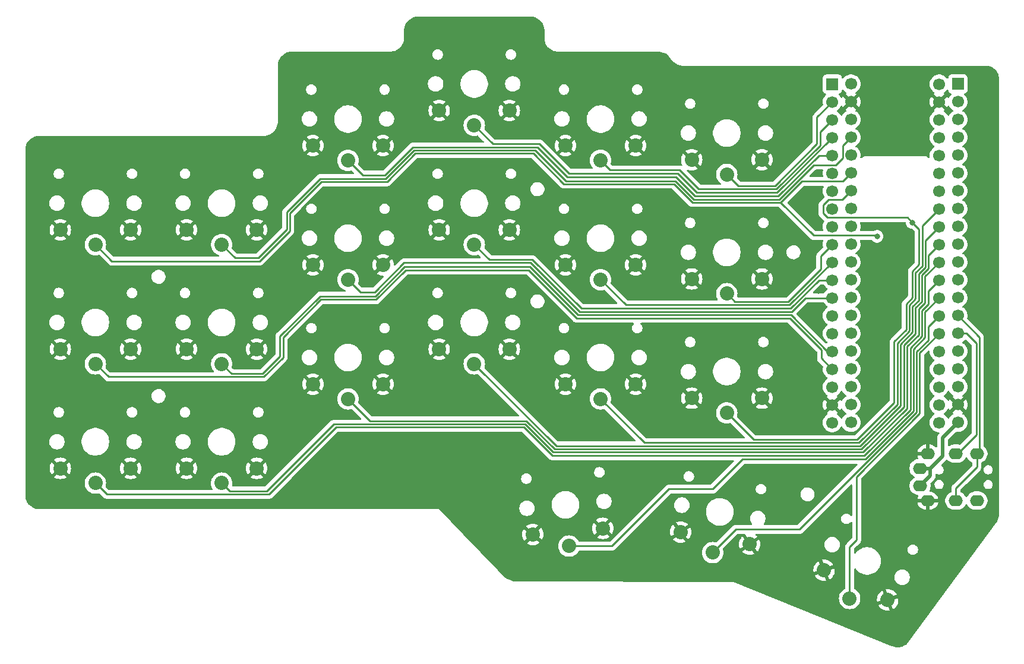
<source format=gtl>
%TF.GenerationSoftware,KiCad,Pcbnew,8.0.4*%
%TF.CreationDate,2024-09-28T20:06:11+02:00*%
%TF.ProjectId,keyboard_pcb,6b657962-6f61-4726-945f-7063622e6b69,rev1.0*%
%TF.SameCoordinates,Original*%
%TF.FileFunction,Copper,L1,Top*%
%TF.FilePolarity,Positive*%
%FSLAX46Y46*%
G04 Gerber Fmt 4.6, Leading zero omitted, Abs format (unit mm)*
G04 Created by KiCad (PCBNEW 8.0.4) date 2024-09-28 20:06:11*
%MOMM*%
%LPD*%
G01*
G04 APERTURE LIST*
%TA.AperFunction,ComponentPad*%
%ADD10C,2.032000*%
%TD*%
%TA.AperFunction,ComponentPad*%
%ADD11O,2.000000X1.600000*%
%TD*%
%TA.AperFunction,ComponentPad*%
%ADD12R,1.700000X1.700000*%
%TD*%
%TA.AperFunction,ComponentPad*%
%ADD13C,1.700000*%
%TD*%
%TA.AperFunction,ViaPad*%
%ADD14C,0.800000*%
%TD*%
%TA.AperFunction,Conductor*%
%ADD15C,0.500000*%
%TD*%
%TA.AperFunction,Conductor*%
%ADD16C,0.250000*%
%TD*%
G04 APERTURE END LIST*
D10*
%TO.P,K25,1*%
%TO.N,/k25*%
X164000000Y-99900000D03*
%TO.P,K25,2*%
%TO.N,GND*%
X159000000Y-97800000D03*
X169000000Y-97800000D03*
%TD*%
%TO.P,K24,1*%
%TO.N,/k24*%
X146000000Y-97900000D03*
%TO.P,K24,2*%
%TO.N,GND*%
X141000000Y-95800000D03*
X151000000Y-95800000D03*
%TD*%
%TO.P,K21,1*%
%TO.N,/k21*%
X92000000Y-109900000D03*
%TO.P,K21,2*%
%TO.N,GND*%
X87000000Y-107800000D03*
X97000000Y-107800000D03*
%TD*%
%TO.P,K02,1*%
%TO.N,/k02*%
X110000000Y-63900000D03*
%TO.P,K02,2*%
%TO.N,GND*%
X105000000Y-61800000D03*
X115000000Y-61800000D03*
%TD*%
%TO.P,K10,1*%
%TO.N,/k10*%
X74000000Y-92900000D03*
%TO.P,K10,2*%
%TO.N,GND*%
X69000000Y-90800000D03*
X79000000Y-90800000D03*
%TD*%
%TO.P,K04,1*%
%TO.N,/k04*%
X146000000Y-63900000D03*
%TO.P,K04,2*%
%TO.N,GND*%
X141000000Y-61800000D03*
X151000000Y-61800000D03*
%TD*%
%TO.P,K12,1*%
%TO.N,/k12*%
X110000000Y-80900000D03*
%TO.P,K12,2*%
%TO.N,GND*%
X105000000Y-78800000D03*
X115000000Y-78800000D03*
%TD*%
%TO.P,K30,1*%
%TO.N,/k30*%
X141514219Y-118877549D03*
%TO.P,K30,2*%
%TO.N,GND*%
X136350218Y-117221319D03*
X146312165Y-116349761D03*
%TD*%
%TO.P,K01,1*%
%TO.N,/k01*%
X92000000Y-75900000D03*
%TO.P,K01,2*%
%TO.N,GND*%
X87000000Y-73800000D03*
X97000000Y-73800000D03*
%TD*%
%TO.P,K14,1*%
%TO.N,/k14*%
X146000000Y-80900000D03*
%TO.P,K14,2*%
%TO.N,GND*%
X141000000Y-78800000D03*
X151000000Y-78800000D03*
%TD*%
%TO.P,K23,1*%
%TO.N,/k23*%
X128000000Y-92900000D03*
%TO.P,K23,2*%
%TO.N,GND*%
X123000000Y-90800000D03*
X133000000Y-90800000D03*
%TD*%
%TO.P,K03,1*%
%TO.N,/k03*%
X128000000Y-58900000D03*
%TO.P,K03,2*%
%TO.N,GND*%
X123000000Y-56800000D03*
X133000000Y-56800000D03*
%TD*%
%TO.P,K22,1*%
%TO.N,/k22*%
X110000000Y-97900000D03*
%TO.P,K22,2*%
%TO.N,GND*%
X105000000Y-95800000D03*
X115000000Y-95800000D03*
%TD*%
D11*
%TO.P,J1,1,SLEEVE*%
%TO.N,+3V3*%
X191550000Y-107800000D03*
X191550000Y-110300000D03*
%TO.P,J1,2,TIP*%
%TO.N,GND*%
X192650000Y-105700000D03*
X192650000Y-112400000D03*
%TO.P,J1,3,RING1*%
%TO.N,/RX*%
X196650000Y-105700000D03*
X199650000Y-112400000D03*
%TO.P,J1,4,RING2*%
%TO.N,/TX*%
X199650000Y-105700000D03*
X196650000Y-112400000D03*
%TD*%
D10*
%TO.P,K15,1*%
%TO.N,/k15*%
X164000000Y-82900000D03*
%TO.P,K15,2*%
%TO.N,GND*%
X159000000Y-80800000D03*
X169000000Y-80800000D03*
%TD*%
%TO.P,K32,1*%
%TO.N,/k32*%
X181506552Y-126347216D03*
%TO.P,K32,2*%
%TO.N,GND*%
X177862512Y-122330878D03*
X186925590Y-126557061D03*
%TD*%
%TO.P,K11,1*%
%TO.N,/k11*%
X92000000Y-92900000D03*
%TO.P,K11,2*%
%TO.N,GND*%
X87000000Y-90800000D03*
X97000000Y-90800000D03*
%TD*%
D12*
%TO.P,U1,1,PB12*%
%TO.N,unconnected-(U1-Pad1)*%
X179035000Y-53020000D03*
X196935000Y-53000000D03*
D13*
%TO.P,U1,2,PB13*%
%TO.N,/k05*%
X179035000Y-55560000D03*
X196935000Y-55540000D03*
%TO.P,U1,3,PB14*%
%TO.N,/k04*%
X179035000Y-58100000D03*
X196935000Y-58080000D03*
%TO.P,U1,4,PB15*%
%TO.N,/k03*%
X179035000Y-60640000D03*
X196935000Y-60620000D03*
%TO.P,U1,5,PA8*%
%TO.N,/k02*%
X179035000Y-63180000D03*
X196935000Y-63160000D03*
%TO.P,U1,6,PA9*%
%TO.N,unconnected-(U1-Pad6)*%
X179035000Y-65720000D03*
X196935000Y-65700000D03*
%TO.P,U1,7,PA10*%
%TO.N,unconnected-(U1-Pad7)*%
X179035000Y-68260000D03*
X196935000Y-68240000D03*
%TO.P,U1,8,PA11*%
%TO.N,unconnected-(U1-Pad8)*%
X179035000Y-70800000D03*
X196935000Y-70780000D03*
%TO.P,U1,9,PA12*%
%TO.N,unconnected-(U1-Pad9)*%
X179035000Y-73340000D03*
X196935000Y-73320000D03*
%TO.P,U1,10,PA15*%
%TO.N,/k15*%
X179035000Y-75880000D03*
X196935000Y-75860000D03*
%TO.P,U1,11,PB3*%
%TO.N,/k14*%
X179035000Y-78420000D03*
X196935000Y-78400000D03*
%TO.P,U1,12,PB4*%
%TO.N,/k13*%
X179035000Y-80960000D03*
X196935000Y-80940000D03*
%TO.P,U1,13,PB5*%
%TO.N,/k12*%
X179035000Y-83500000D03*
X196935000Y-83480000D03*
%TO.P,U1,14,PB6*%
%TO.N,/TX*%
X179035000Y-86040000D03*
X196935000Y-86020000D03*
%TO.P,U1,15,PB7*%
%TO.N,/RX*%
X179035000Y-88580000D03*
X196935000Y-88560000D03*
%TO.P,U1,16,PB8*%
%TO.N,/k11*%
X179035000Y-91120000D03*
X196935000Y-91100000D03*
%TO.P,U1,17,PB9*%
%TO.N,/k10*%
X179035000Y-93660000D03*
X196935000Y-93640000D03*
%TO.P,U1,18,5V*%
%TO.N,unconnected-(U1-Pad18)*%
X179035000Y-96200000D03*
X196935000Y-96180000D03*
%TO.P,U1,19,GND*%
%TO.N,GND*%
X179035000Y-98740000D03*
X196935000Y-98720000D03*
%TO.P,U1,20,3V3*%
%TO.N,+3V3*%
X179035000Y-101280000D03*
X196935000Y-101260000D03*
%TO.P,U1,21,VBat*%
%TO.N,unconnected-(U1-Pad21)*%
X181695000Y-101260000D03*
X194275000Y-101280000D03*
%TO.P,U1,22,PC13*%
%TO.N,unconnected-(U1-Pad22)*%
X181695000Y-98720000D03*
X194275000Y-98740000D03*
%TO.P,U1,23,PC14*%
%TO.N,unconnected-(U1-Pad23)*%
X181695000Y-96180000D03*
X194275000Y-96200000D03*
%TO.P,U1,24,PC15*%
%TO.N,unconnected-(U1-Pad24)*%
X181695000Y-93640000D03*
X194275000Y-93660000D03*
%TO.P,U1,25,RES*%
%TO.N,unconnected-(U1-Pad25)*%
X181695000Y-91100000D03*
X194275000Y-91120000D03*
%TO.P,U1,26,PA0*%
%TO.N,/k32*%
X181695000Y-88560000D03*
X194275000Y-88580000D03*
%TO.P,U1,27,PA1*%
%TO.N,/k31*%
X181695000Y-86020000D03*
X194275000Y-86040000D03*
%TO.P,U1,28,PA2*%
%TO.N,/k30*%
X181695000Y-83480000D03*
X194275000Y-83500000D03*
%TO.P,U1,29,PA3*%
%TO.N,/k20*%
X181695000Y-80940000D03*
X194275000Y-80960000D03*
%TO.P,U1,30,PA4*%
%TO.N,/k21*%
X181695000Y-78400000D03*
X194275000Y-78420000D03*
%TO.P,U1,31,PA5*%
%TO.N,/k22*%
X181695000Y-75860000D03*
X194275000Y-75880000D03*
%TO.P,U1,32,PA6*%
%TO.N,/k23*%
X181695000Y-73320000D03*
X194275000Y-73340000D03*
%TO.P,U1,33,PA7*%
%TO.N,/k24*%
X181695000Y-70780000D03*
X194275000Y-70800000D03*
%TO.P,U1,34,PB0*%
%TO.N,/k25*%
X181695000Y-68240000D03*
X194275000Y-68260000D03*
%TO.P,U1,35,PB1*%
%TO.N,/k00*%
X181695000Y-65700000D03*
X194275000Y-65720000D03*
%TO.P,U1,36,PB2*%
%TO.N,unconnected-(U1-Pad36)*%
X181695000Y-63160000D03*
X194275000Y-63180000D03*
%TO.P,U1,37,PB10*%
%TO.N,/k01*%
X181695000Y-60620000D03*
X194275000Y-60640000D03*
%TO.P,U1,38,3V3*%
%TO.N,+3V3*%
X181695000Y-58080000D03*
X194275000Y-58100000D03*
%TO.P,U1,39,GND*%
%TO.N,GND*%
X181695000Y-55540000D03*
X194275000Y-55560000D03*
%TO.P,U1,40,5V*%
%TO.N,unconnected-(U1-Pad40)*%
X181695000Y-53000000D03*
X194275000Y-53020000D03*
%TD*%
D10*
%TO.P,K05,1*%
%TO.N,/k05*%
X164000000Y-65900000D03*
%TO.P,K05,2*%
%TO.N,GND*%
X159000000Y-63800000D03*
X169000000Y-63800000D03*
%TD*%
%TO.P,K20,1*%
%TO.N,/k20*%
X74000000Y-109900000D03*
%TO.P,K20,2*%
%TO.N,GND*%
X69000000Y-107800000D03*
X79000000Y-107800000D03*
%TD*%
%TO.P,K13,1*%
%TO.N,/k13*%
X128000000Y-75900000D03*
%TO.P,K13,2*%
%TO.N,GND*%
X123000000Y-73800000D03*
X133000000Y-73800000D03*
%TD*%
%TO.P,K00,1*%
%TO.N,/k00*%
X74000000Y-75900000D03*
%TO.P,K00,2*%
%TO.N,GND*%
X69000000Y-73800000D03*
X79000000Y-73800000D03*
%TD*%
%TO.P,K31,1*%
%TO.N,/k31*%
X161975476Y-119810366D03*
%TO.P,K31,2*%
%TO.N,GND*%
X157416098Y-116874029D03*
X167264176Y-118610510D03*
%TD*%
D14*
%TO.N,GND*%
X176750000Y-65850000D03*
X176300000Y-86700000D03*
X199980000Y-56760000D03*
X176000000Y-69800000D03*
X177100000Y-82500000D03*
X184930000Y-97600000D03*
X199930000Y-84850000D03*
%TO.N,/k00*%
X185420000Y-74740000D03*
%TO.N,/k25*%
X190450000Y-72750000D03*
%TD*%
D15*
%TO.N,+3V3*%
X193000000Y-107800000D02*
X191550000Y-107800000D01*
X193000000Y-108850000D02*
X191550000Y-110300000D01*
X194750000Y-103445000D02*
X194750000Y-106050000D01*
X193300000Y-107500000D02*
X193000000Y-107800000D01*
X196935000Y-101260000D02*
X194750000Y-103445000D01*
X194750000Y-106050000D02*
X193300000Y-107500000D01*
X193000000Y-107800000D02*
X193000000Y-108850000D01*
D16*
%TO.N,/TX*%
X200000000Y-105350000D02*
X199650000Y-105700000D01*
X196650000Y-110600000D02*
X196650000Y-112400000D01*
X199650000Y-107600000D02*
X199650000Y-105700000D01*
X199650000Y-107600000D02*
X196650000Y-110600000D01*
X196935000Y-86020000D02*
X200000000Y-89085000D01*
X200000000Y-89085000D02*
X200000000Y-105350000D01*
%TO.N,/RX*%
X198110000Y-88560000D02*
X199550480Y-90000480D01*
X199550480Y-90000480D02*
X199550480Y-102999520D01*
X199550480Y-102999520D02*
X196850000Y-105700000D01*
X196935000Y-88560000D02*
X198110000Y-88560000D01*
X196850000Y-105700000D02*
X196650000Y-105700000D01*
%TO.N,/k00*%
X176384072Y-74600000D02*
X171683112Y-69899040D01*
X101699520Y-73936198D02*
X97385718Y-78250000D01*
X76350000Y-78250000D02*
X74000000Y-75900000D01*
X181695000Y-65700000D02*
X180500489Y-66894511D01*
X156495943Y-67267379D02*
X140767379Y-67267379D01*
X140767379Y-67267379D02*
X136399040Y-62899040D01*
X171683112Y-69899040D02*
X159127604Y-69899040D01*
X174687642Y-66894511D02*
X171683112Y-69899040D01*
X97385718Y-78250000D02*
X76350000Y-78250000D01*
X185280000Y-74600000D02*
X176384072Y-74600000D01*
X136399040Y-62899040D02*
X119622396Y-62899040D01*
X101699520Y-71436198D02*
X101699520Y-73936198D01*
X185420000Y-74740000D02*
X185280000Y-74600000D01*
X159127604Y-69899040D02*
X156495943Y-67267379D01*
X115571915Y-66949520D02*
X106186198Y-66949520D01*
X180500489Y-66894511D02*
X174687642Y-66894511D01*
X106186198Y-66949520D02*
X101699520Y-71436198D01*
X119622396Y-62899040D02*
X115571915Y-66949520D01*
%TO.N,/k01*%
X115385718Y-66500000D02*
X106000000Y-66500000D01*
X180500000Y-63566988D02*
X179521499Y-64545489D01*
X101250000Y-73750000D02*
X97199520Y-77800480D01*
X176400947Y-64545489D02*
X171496915Y-69449520D01*
X181695000Y-60620000D02*
X180500000Y-61815000D01*
X180500000Y-61815000D02*
X180500000Y-63566988D01*
X97199520Y-77800480D02*
X94900480Y-77800480D01*
X141067859Y-66817859D02*
X136699520Y-62449520D01*
X156682141Y-66817859D02*
X141067859Y-66817859D01*
X179521499Y-64545489D02*
X176400947Y-64545489D01*
X93900000Y-77800000D02*
X92000000Y-75900000D01*
X94900480Y-77800480D02*
X94900000Y-77800000D01*
X106000000Y-66500000D02*
X101250000Y-71250000D01*
X101250000Y-71250000D02*
X101250000Y-73750000D01*
X119436198Y-62449520D02*
X115385718Y-66500000D01*
X94900000Y-77800000D02*
X93900000Y-77800000D01*
X136699520Y-62449520D02*
X119436198Y-62449520D01*
X171496915Y-69449520D02*
X159313803Y-69449520D01*
X159313803Y-69449520D02*
X156682141Y-66817859D01*
%TO.N,/k02*%
X112100000Y-66000000D02*
X110000000Y-63900000D01*
X115250000Y-66000000D02*
X112100000Y-66000000D01*
X141250000Y-66250000D02*
X137000000Y-62000000D01*
X159500000Y-69000000D02*
X156750000Y-66250000D01*
X156750000Y-66250000D02*
X141250000Y-66250000D01*
X137000000Y-62000000D02*
X119250000Y-62000000D01*
X177130718Y-63180000D02*
X171310718Y-69000000D01*
X119250000Y-62000000D02*
X115250000Y-66000000D01*
X179035000Y-63180000D02*
X177130718Y-63180000D01*
X171310718Y-69000000D02*
X159500000Y-69000000D01*
%TO.N,/k03*%
X157000000Y-65750000D02*
X141500000Y-65750000D01*
X137300000Y-61550000D02*
X130650000Y-61550000D01*
X141500000Y-65750000D02*
X137300000Y-61550000D01*
X179035000Y-60640000D02*
X171175000Y-68500000D01*
X171175000Y-68500000D02*
X159750000Y-68500000D01*
X159750000Y-68500000D02*
X157000000Y-65750000D01*
X130650000Y-61550000D02*
X128000000Y-58900000D01*
%TO.N,/k04*%
X177300000Y-59835000D02*
X177300000Y-61739282D01*
X147350000Y-65250000D02*
X146000000Y-63900000D01*
X179035000Y-58100000D02*
X177300000Y-59835000D01*
X160000000Y-68000000D02*
X157250000Y-65250000D01*
X177300000Y-61739282D02*
X171039282Y-68000000D01*
X157250000Y-65250000D02*
X147350000Y-65250000D01*
X171039282Y-68000000D02*
X160000000Y-68000000D01*
%TO.N,/k05*%
X176850480Y-57744520D02*
X176850480Y-61553084D01*
X179035000Y-55560000D02*
X176850480Y-57744520D01*
X176850480Y-61553084D02*
X170853084Y-67550480D01*
X170853084Y-67550480D02*
X165650480Y-67550480D01*
X165650480Y-67550480D02*
X164000000Y-65900000D01*
%TO.N,/k10*%
X142364282Y-86135717D02*
X135745944Y-79517379D01*
X106135718Y-83750000D02*
X100750000Y-89135718D01*
X114021436Y-83750000D02*
X106135718Y-83750000D01*
X118254057Y-79517379D02*
X114021436Y-83750000D01*
X177500000Y-90900000D02*
X172999040Y-86399040D01*
X135745944Y-79517379D02*
X118254057Y-79517379D01*
X142627604Y-86399040D02*
X142364282Y-86135717D01*
X100750000Y-92000000D02*
X98000000Y-94750000D01*
X98000000Y-94750000D02*
X75850000Y-94750000D01*
X100750000Y-89135718D02*
X100750000Y-92000000D01*
X179035000Y-93660000D02*
X177500000Y-92125000D01*
X177500000Y-92125000D02*
X177500000Y-90900000D01*
X172999040Y-86399040D02*
X142627604Y-86399040D01*
X75850000Y-94750000D02*
X74000000Y-92900000D01*
%TO.N,/k11*%
X173189520Y-85949520D02*
X142813802Y-85949520D01*
X100300480Y-91813802D02*
X97813802Y-94300480D01*
X93400480Y-94300480D02*
X92000000Y-92900000D01*
X118067859Y-79067859D02*
X113885718Y-83250000D01*
X179035000Y-91120000D02*
X178360000Y-91120000D01*
X100300480Y-88949521D02*
X100300480Y-91813802D01*
X135932141Y-79067859D02*
X118067859Y-79067859D01*
X142813802Y-85949520D02*
X135932141Y-79067859D01*
X106000000Y-83250000D02*
X100300480Y-88949521D01*
X178360000Y-91120000D02*
X173189520Y-85949520D01*
X97813802Y-94300480D02*
X93400480Y-94300480D01*
X113885718Y-83250000D02*
X106000000Y-83250000D01*
%TO.N,/k12*%
X175226436Y-83500000D02*
X173226435Y-85500000D01*
X143000000Y-85500000D02*
X136000000Y-78500000D01*
X111750000Y-82650000D02*
X110000000Y-80900000D01*
X179035000Y-83500000D02*
X175226436Y-83500000D01*
X113850000Y-82650000D02*
X111750000Y-82650000D01*
X136000000Y-78500000D02*
X118000000Y-78500000D01*
X173226435Y-85500000D02*
X143000000Y-85500000D01*
X118000000Y-78500000D02*
X113850000Y-82650000D01*
%TO.N,/k13*%
X143250000Y-85000000D02*
X136300480Y-78050480D01*
X136300480Y-78050480D02*
X130150480Y-78050480D01*
X177130718Y-80960000D02*
X173090718Y-85000000D01*
X179035000Y-80960000D02*
X177130718Y-80960000D01*
X130150480Y-78050480D02*
X128000000Y-75900000D01*
X173090718Y-85000000D02*
X143250000Y-85000000D01*
%TO.N,/k14*%
X149600000Y-84500000D02*
X146000000Y-80900000D01*
X179035000Y-78420000D02*
X172955000Y-84500000D01*
X172955000Y-84500000D02*
X149600000Y-84500000D01*
%TO.N,/k15*%
X165150480Y-84050480D02*
X164000000Y-82900000D01*
X177400000Y-79419282D02*
X172768802Y-84050480D01*
X177400000Y-77515000D02*
X177400000Y-79419282D01*
X172768802Y-84050480D02*
X165150480Y-84050480D01*
X179035000Y-75880000D02*
X177400000Y-77515000D01*
%TO.N,/k20*%
X191810601Y-85289399D02*
X191810601Y-88963802D01*
X183592846Y-106000000D02*
X139114282Y-106000000D01*
X190151440Y-99441406D02*
X183592846Y-106000000D01*
X191810601Y-88963802D02*
X190151440Y-90622963D01*
X190151440Y-90622963D02*
X190151440Y-99441406D01*
X139114282Y-106000000D02*
X135063802Y-101949520D01*
X75600000Y-111500000D02*
X74000000Y-109900000D01*
X192700000Y-84400000D02*
X191810601Y-85289399D01*
X192700000Y-82535000D02*
X192700000Y-84400000D01*
X108300480Y-101949520D02*
X98750000Y-111500000D01*
X98750000Y-111500000D02*
X75600000Y-111500000D01*
X194275000Y-80960000D02*
X192700000Y-82535000D01*
X135063802Y-101949520D02*
X108300480Y-101949520D01*
%TO.N,/k21*%
X191361081Y-85103202D02*
X191361081Y-88777604D01*
X191361081Y-88777604D02*
X189701920Y-90436765D01*
X183457128Y-105500000D02*
X139250000Y-105500000D01*
X135250000Y-101500000D02*
X108000000Y-101500000D01*
X189701920Y-99255208D02*
X183457128Y-105500000D01*
X108000000Y-101500000D02*
X98449520Y-111050480D01*
X139250000Y-105500000D02*
X135250000Y-101500000D01*
X194275000Y-78420000D02*
X192250480Y-80444520D01*
X93150480Y-111050480D02*
X92000000Y-109900000D01*
X192250480Y-84213802D02*
X191361081Y-85103202D01*
X189701920Y-90436765D02*
X189701920Y-99255208D01*
X98449520Y-111050480D02*
X93150480Y-111050480D01*
X192250480Y-80444520D02*
X192250480Y-84213802D01*
%TO.N,/k22*%
X135436197Y-101050480D02*
X113150480Y-101050480D01*
X192754641Y-77400359D02*
X192754641Y-79304641D01*
X139436197Y-105050480D02*
X135436197Y-101050480D01*
X191800960Y-84027605D02*
X190911562Y-84917003D01*
X190911562Y-84917003D02*
X190911561Y-88591406D01*
X189250000Y-90252967D02*
X189250000Y-99000000D01*
X113150480Y-101050480D02*
X110000000Y-97900000D01*
X183199520Y-105050480D02*
X139436197Y-105050480D01*
X189250000Y-99000000D02*
X183199520Y-105050480D01*
X191800960Y-80258323D02*
X191800960Y-84027605D01*
X190911561Y-88591406D02*
X189250000Y-90252967D01*
X194275000Y-75880000D02*
X192754641Y-77400359D01*
X192754641Y-79304641D02*
X191800960Y-80258323D01*
%TO.N,/k23*%
X194275000Y-73340000D02*
X192305121Y-75309879D01*
X192305121Y-79118444D02*
X191351440Y-80072126D01*
X191351440Y-80072126D02*
X191351440Y-83841407D01*
X183013322Y-104600960D02*
X139700960Y-104600960D01*
X192305121Y-75309879D02*
X192305121Y-79118444D01*
X188750000Y-90117249D02*
X188750000Y-98864282D01*
X190462042Y-84730806D02*
X190462042Y-88405207D01*
X190462042Y-88405207D02*
X188750000Y-90117249D01*
X139700960Y-104600960D02*
X128000000Y-92900000D01*
X191351440Y-83841407D02*
X190462042Y-84730806D01*
X188750000Y-98864282D02*
X183013322Y-104600960D01*
%TO.N,/k24*%
X190012523Y-84544607D02*
X190012522Y-88219009D01*
X152251440Y-104151440D02*
X146000000Y-97900000D01*
X182827124Y-104151440D02*
X152251440Y-104151440D01*
X188300480Y-98678084D02*
X182827124Y-104151440D01*
X194275000Y-70800000D02*
X191855601Y-73219399D01*
X190901920Y-83655210D02*
X190012523Y-84544607D01*
X191855601Y-73219399D02*
X191855601Y-78932247D01*
X190012522Y-88219009D02*
X188300480Y-89931052D01*
X191855601Y-78932247D02*
X190901921Y-79885927D01*
X190901921Y-79885927D02*
X190901920Y-83655210D01*
X188300480Y-89931052D02*
X188300480Y-98678084D01*
%TO.N,/k25*%
X191406081Y-78746049D02*
X190452401Y-79699730D01*
X189563002Y-88032811D02*
X187850960Y-89744855D01*
X178473012Y-69510000D02*
X180425000Y-69510000D01*
X187850960Y-98399040D02*
X182548080Y-103701920D01*
X177720000Y-70263012D02*
X178473012Y-69510000D01*
X190452401Y-79699730D02*
X190452401Y-83469011D01*
X187850960Y-89744855D02*
X187850960Y-98399040D01*
X191406081Y-73706081D02*
X191406081Y-78746049D01*
X189760000Y-72060000D02*
X178330000Y-72060000D01*
X180425000Y-69510000D02*
X181695000Y-68240000D01*
X167801920Y-103701920D02*
X164000000Y-99900000D01*
X190450000Y-72750000D02*
X191406081Y-73706081D01*
X182548080Y-103701920D02*
X167801920Y-103701920D01*
X177720000Y-71450000D02*
X177720000Y-70263012D01*
X190450000Y-72750000D02*
X189760000Y-72060000D01*
X190452401Y-83469011D02*
X189563003Y-84358410D01*
X178330000Y-72060000D02*
X177720000Y-71450000D01*
X189563003Y-84358410D02*
X189563002Y-88032811D01*
%TO.N,/k30*%
X155750000Y-110750000D02*
X147622451Y-118877549D01*
X166250000Y-106500000D02*
X162000000Y-110750000D01*
X192260121Y-85514879D02*
X192260121Y-89150000D01*
X190600960Y-90809161D02*
X190600960Y-99627604D01*
X147622451Y-118877549D02*
X141514219Y-118877549D01*
X162000000Y-110750000D02*
X155750000Y-110750000D01*
X183728564Y-106500000D02*
X166250000Y-106500000D01*
X194275000Y-83500000D02*
X192260121Y-85514879D01*
X190600960Y-99627604D02*
X183728564Y-106500000D01*
X192260121Y-89150000D02*
X190600960Y-90809161D01*
%TO.N,/k31*%
X191050480Y-91168803D02*
X191050480Y-99813802D01*
X174364282Y-116500000D02*
X165285842Y-116500000D01*
X192709641Y-89509641D02*
X191050480Y-91168803D01*
X194275000Y-86040000D02*
X192709641Y-87605359D01*
X192709641Y-87605359D02*
X192709641Y-89509641D01*
X165285842Y-116500000D02*
X161975476Y-119810366D01*
X191050480Y-99813802D02*
X174364282Y-116500000D01*
%TO.N,/k32*%
X182500000Y-109000000D02*
X182500000Y-118000000D01*
X194275000Y-88580000D02*
X191500000Y-91355000D01*
X191500000Y-100000000D02*
X182500000Y-109000000D01*
X182500000Y-118000000D02*
X181506552Y-118993448D01*
X181506552Y-118993448D02*
X181506552Y-126347216D01*
X191500000Y-91355000D02*
X191500000Y-100000000D01*
%TD*%
%TA.AperFunction,Conductor*%
%TO.N,GND*%
G36*
X198073079Y-89438282D02*
G01*
X198123058Y-89468962D01*
X198880075Y-90225979D01*
X198914101Y-90288291D01*
X198916980Y-90315074D01*
X198916980Y-102684925D01*
X198896978Y-102753046D01*
X198880075Y-102774020D01*
X197265658Y-104388436D01*
X197203346Y-104422462D01*
X197156853Y-104423790D01*
X197033850Y-104404308D01*
X196952981Y-104391500D01*
X196347019Y-104391500D01*
X196143592Y-104423720D01*
X196143590Y-104423720D01*
X196143587Y-104423721D01*
X195947714Y-104487364D01*
X195947708Y-104487367D01*
X195764194Y-104580872D01*
X195708560Y-104621293D01*
X195641692Y-104645151D01*
X195572541Y-104629070D01*
X195523061Y-104578155D01*
X195508500Y-104519356D01*
X195508500Y-103811370D01*
X195528502Y-103743249D01*
X195545400Y-103722279D01*
X196628096Y-102639583D01*
X196690406Y-102605560D01*
X196737928Y-102604399D01*
X196822429Y-102618500D01*
X196822431Y-102618500D01*
X197047565Y-102618500D01*
X197047569Y-102618500D01*
X197269635Y-102581444D01*
X197482574Y-102508342D01*
X197680576Y-102401189D01*
X197858240Y-102262906D01*
X198010722Y-102097268D01*
X198133860Y-101908791D01*
X198224296Y-101702616D01*
X198279564Y-101484368D01*
X198298156Y-101260000D01*
X198279564Y-101035632D01*
X198230370Y-100841368D01*
X198224297Y-100817387D01*
X198224296Y-100817386D01*
X198224296Y-100817384D01*
X198133860Y-100611209D01*
X198127140Y-100600924D01*
X198010724Y-100422734D01*
X198010720Y-100422729D01*
X197875110Y-100275420D01*
X197858240Y-100257094D01*
X197858239Y-100257093D01*
X197858237Y-100257091D01*
X197724847Y-100153269D01*
X197680576Y-100118811D01*
X197646792Y-100100528D01*
X197596402Y-100050516D01*
X197581050Y-99981199D01*
X197605610Y-99914586D01*
X197646795Y-99878900D01*
X197680298Y-99860769D01*
X197700688Y-99844898D01*
X197059947Y-99204157D01*
X197127993Y-99185925D01*
X197242007Y-99120099D01*
X197335099Y-99027007D01*
X197400925Y-98912993D01*
X197419158Y-98844947D01*
X198058077Y-99483866D01*
X198133419Y-99368548D01*
X198223820Y-99162456D01*
X198223823Y-99162449D01*
X198279067Y-98944292D01*
X198297653Y-98720000D01*
X198279067Y-98495707D01*
X198223823Y-98277550D01*
X198223820Y-98277543D01*
X198133419Y-98071451D01*
X198058077Y-97956132D01*
X197419157Y-98595051D01*
X197400925Y-98527007D01*
X197335099Y-98412993D01*
X197242007Y-98319901D01*
X197127993Y-98254075D01*
X197059947Y-98235841D01*
X197700688Y-97595100D01*
X197700687Y-97595099D01*
X197680308Y-97579237D01*
X197680298Y-97579231D01*
X197646791Y-97561097D01*
X197596401Y-97511083D01*
X197581050Y-97441766D01*
X197605612Y-97375153D01*
X197646790Y-97339472D01*
X197680576Y-97321189D01*
X197858240Y-97182906D01*
X198010722Y-97017268D01*
X198133860Y-96828791D01*
X198224296Y-96622616D01*
X198279564Y-96404368D01*
X198298156Y-96180000D01*
X198279564Y-95955632D01*
X198231575Y-95766129D01*
X198224297Y-95737387D01*
X198224296Y-95737386D01*
X198224296Y-95737384D01*
X198133860Y-95531209D01*
X198100743Y-95480520D01*
X198010724Y-95342734D01*
X198010720Y-95342729D01*
X197858237Y-95177091D01*
X197726143Y-95074278D01*
X197680576Y-95038811D01*
X197647319Y-95020813D01*
X197596929Y-94970802D01*
X197581576Y-94901485D01*
X197606136Y-94834872D01*
X197647320Y-94799186D01*
X197680576Y-94781189D01*
X197858240Y-94642906D01*
X198010722Y-94477268D01*
X198133860Y-94288791D01*
X198224296Y-94082616D01*
X198279564Y-93864368D01*
X198298156Y-93640000D01*
X198279564Y-93415632D01*
X198239307Y-93256661D01*
X198224297Y-93197387D01*
X198224296Y-93197386D01*
X198224296Y-93197384D01*
X198133860Y-92991209D01*
X198091074Y-92925720D01*
X198010724Y-92802734D01*
X198010720Y-92802729D01*
X197858237Y-92637091D01*
X197719150Y-92528835D01*
X197680576Y-92498811D01*
X197647319Y-92480813D01*
X197596929Y-92430802D01*
X197581576Y-92361485D01*
X197606136Y-92294872D01*
X197647320Y-92259186D01*
X197649665Y-92257917D01*
X197680576Y-92241189D01*
X197858240Y-92102906D01*
X198010722Y-91937268D01*
X198133860Y-91748791D01*
X198224296Y-91542616D01*
X198279564Y-91324368D01*
X198298156Y-91100000D01*
X198279564Y-90875632D01*
X198235495Y-90701606D01*
X198224297Y-90657387D01*
X198224296Y-90657386D01*
X198224296Y-90657384D01*
X198133860Y-90451209D01*
X198086877Y-90379296D01*
X198010724Y-90262734D01*
X198010720Y-90262729D01*
X197866417Y-90105977D01*
X197858240Y-90097094D01*
X197858239Y-90097093D01*
X197858237Y-90097091D01*
X197756030Y-90017540D01*
X197680576Y-89958811D01*
X197647319Y-89940813D01*
X197596929Y-89890802D01*
X197581576Y-89821485D01*
X197606136Y-89754872D01*
X197647320Y-89719186D01*
X197680576Y-89701189D01*
X197858240Y-89562906D01*
X197941263Y-89472718D01*
X198002114Y-89436149D01*
X198073079Y-89438282D01*
G37*
%TD.AperFunction*%
%TA.AperFunction,Conductor*%
G36*
X180158077Y-99503866D02*
G01*
X180233419Y-99388548D01*
X180253726Y-99342255D01*
X180299407Y-99287907D01*
X180367219Y-99266883D01*
X180435633Y-99285859D01*
X180482927Y-99338810D01*
X180484500Y-99342255D01*
X180496139Y-99368790D01*
X180619275Y-99557265D01*
X180619279Y-99557270D01*
X180771762Y-99722908D01*
X180797458Y-99742908D01*
X180949424Y-99861189D01*
X180982155Y-99878902D01*
X180982680Y-99879186D01*
X181033071Y-99929200D01*
X181048423Y-99998516D01*
X181023862Y-100065129D01*
X180982680Y-100100813D01*
X180949426Y-100118810D01*
X180949424Y-100118811D01*
X180771762Y-100257091D01*
X180619279Y-100422729D01*
X180619275Y-100422734D01*
X180496140Y-100611207D01*
X180476000Y-100657123D01*
X180430318Y-100711471D01*
X180362506Y-100732494D01*
X180294092Y-100713517D01*
X180246799Y-100660566D01*
X180245225Y-100657119D01*
X180233861Y-100631210D01*
X180233860Y-100631209D01*
X180110724Y-100442734D01*
X180110720Y-100442729D01*
X179958237Y-100277091D01*
X179876382Y-100213381D01*
X179780576Y-100138811D01*
X179746792Y-100120528D01*
X179696402Y-100070516D01*
X179681050Y-100001199D01*
X179705610Y-99934586D01*
X179746795Y-99898900D01*
X179780298Y-99880769D01*
X179800688Y-99864898D01*
X179159947Y-99224157D01*
X179227993Y-99205925D01*
X179342007Y-99140099D01*
X179435099Y-99047007D01*
X179500925Y-98932993D01*
X179519158Y-98864947D01*
X180158077Y-99503866D01*
G37*
%TD.AperFunction*%
%TA.AperFunction,Conductor*%
G36*
X196469075Y-98912993D02*
G01*
X196534901Y-99027007D01*
X196627993Y-99120099D01*
X196742007Y-99185925D01*
X196810051Y-99204157D01*
X196169310Y-99844898D01*
X196189697Y-99860766D01*
X196189705Y-99860771D01*
X196223207Y-99878902D01*
X196273597Y-99928915D01*
X196288949Y-99998232D01*
X196264388Y-100064845D01*
X196223207Y-100100528D01*
X196189430Y-100118807D01*
X196189424Y-100118811D01*
X196011762Y-100257091D01*
X195859279Y-100422729D01*
X195859275Y-100422734D01*
X195736140Y-100611207D01*
X195716000Y-100657123D01*
X195670318Y-100711471D01*
X195602506Y-100732494D01*
X195534092Y-100713517D01*
X195486799Y-100660566D01*
X195485225Y-100657119D01*
X195473861Y-100631210D01*
X195473860Y-100631209D01*
X195350724Y-100442734D01*
X195350720Y-100442729D01*
X195198237Y-100277091D01*
X195116382Y-100213381D01*
X195020576Y-100138811D01*
X194987319Y-100120813D01*
X194936929Y-100070802D01*
X194921576Y-100001485D01*
X194946136Y-99934872D01*
X194987320Y-99899186D01*
X194987845Y-99898902D01*
X195020576Y-99881189D01*
X195198240Y-99742906D01*
X195350722Y-99577268D01*
X195473860Y-99388791D01*
X195494272Y-99342255D01*
X195539951Y-99287907D01*
X195607763Y-99266882D01*
X195676177Y-99285857D01*
X195723472Y-99338807D01*
X195725046Y-99342253D01*
X195736581Y-99368550D01*
X195811921Y-99483866D01*
X196450841Y-98844946D01*
X196469075Y-98912993D01*
G37*
%TD.AperFunction*%
%TA.AperFunction,Conductor*%
G36*
X180435904Y-96746480D02*
G01*
X180483199Y-96799430D01*
X180484774Y-96802878D01*
X180496141Y-96828793D01*
X180619275Y-97017265D01*
X180619279Y-97017270D01*
X180771762Y-97182908D01*
X180797458Y-97202908D01*
X180949424Y-97321189D01*
X180982680Y-97339186D01*
X181033071Y-97389200D01*
X181048423Y-97458516D01*
X181023862Y-97525129D01*
X180982680Y-97560813D01*
X180949426Y-97578810D01*
X180949424Y-97578811D01*
X180771762Y-97717091D01*
X180619279Y-97882729D01*
X180619275Y-97882734D01*
X180496139Y-98071209D01*
X180475727Y-98117745D01*
X180430046Y-98172093D01*
X180362233Y-98193117D01*
X180293820Y-98174141D01*
X180246526Y-98121190D01*
X180244952Y-98117744D01*
X180233417Y-98091448D01*
X180158077Y-97976132D01*
X179519157Y-98615051D01*
X179500925Y-98547007D01*
X179435099Y-98432993D01*
X179342007Y-98339901D01*
X179227993Y-98274075D01*
X179159947Y-98255841D01*
X179800688Y-97615100D01*
X179800687Y-97615099D01*
X179780308Y-97599237D01*
X179780298Y-97599231D01*
X179746791Y-97581097D01*
X179696401Y-97531083D01*
X179681050Y-97461766D01*
X179705612Y-97395153D01*
X179746790Y-97359472D01*
X179780576Y-97341189D01*
X179958240Y-97202906D01*
X180110722Y-97037268D01*
X180233860Y-96848791D01*
X180253999Y-96802877D01*
X180299678Y-96748530D01*
X180367490Y-96727505D01*
X180435904Y-96746480D01*
G37*
%TD.AperFunction*%
%TA.AperFunction,Conductor*%
G36*
X195675904Y-96746480D02*
G01*
X195723199Y-96799430D01*
X195724774Y-96802878D01*
X195736141Y-96828793D01*
X195859275Y-97017265D01*
X195859279Y-97017270D01*
X196011762Y-97182908D01*
X196037458Y-97202908D01*
X196189424Y-97321189D01*
X196223205Y-97339470D01*
X196273596Y-97389482D01*
X196288949Y-97458799D01*
X196264389Y-97525412D01*
X196223208Y-97561097D01*
X196189700Y-97579230D01*
X196189693Y-97579235D01*
X196169311Y-97595099D01*
X196169310Y-97595100D01*
X196810052Y-98235842D01*
X196742007Y-98254075D01*
X196627993Y-98319901D01*
X196534901Y-98412993D01*
X196469075Y-98527007D01*
X196450842Y-98595052D01*
X195811921Y-97956131D01*
X195811920Y-97956132D01*
X195736586Y-98071439D01*
X195736577Y-98071456D01*
X195716272Y-98117746D01*
X195670590Y-98172094D01*
X195602777Y-98193116D01*
X195534364Y-98174138D01*
X195487071Y-98121186D01*
X195485500Y-98117746D01*
X195473860Y-98091209D01*
X195385610Y-97956132D01*
X195350724Y-97902734D01*
X195350720Y-97902729D01*
X195198237Y-97737091D01*
X195100190Y-97660778D01*
X195020576Y-97598811D01*
X194987319Y-97580813D01*
X194936929Y-97530802D01*
X194921576Y-97461485D01*
X194946136Y-97394872D01*
X194987320Y-97359186D01*
X195020576Y-97341189D01*
X195198240Y-97202906D01*
X195350722Y-97037268D01*
X195473860Y-96848791D01*
X195493999Y-96802877D01*
X195539678Y-96748530D01*
X195607490Y-96727505D01*
X195675904Y-96746480D01*
G37*
%TD.AperFunction*%
%TA.AperFunction,Conductor*%
G36*
X177826083Y-84153502D02*
G01*
X177863445Y-84190585D01*
X177959275Y-84337265D01*
X177959279Y-84337270D01*
X178111762Y-84502908D01*
X178166331Y-84545381D01*
X178289424Y-84641189D01*
X178322680Y-84659186D01*
X178373071Y-84709200D01*
X178388423Y-84778516D01*
X178363862Y-84845129D01*
X178322680Y-84880813D01*
X178289426Y-84898810D01*
X178289424Y-84898811D01*
X178111762Y-85037091D01*
X177959279Y-85202729D01*
X177959275Y-85202734D01*
X177836141Y-85391206D01*
X177745703Y-85597386D01*
X177745702Y-85597387D01*
X177690437Y-85815624D01*
X177690436Y-85815630D01*
X177690436Y-85815632D01*
X177671844Y-86040000D01*
X177688779Y-86244375D01*
X177690437Y-86264375D01*
X177745702Y-86482612D01*
X177745703Y-86482613D01*
X177745704Y-86482616D01*
X177816001Y-86642878D01*
X177836141Y-86688793D01*
X177959275Y-86877265D01*
X177959279Y-86877270D01*
X178035844Y-86960440D01*
X178102216Y-87032539D01*
X178111762Y-87042908D01*
X178124140Y-87052542D01*
X178289424Y-87181189D01*
X178322680Y-87199186D01*
X178373071Y-87249200D01*
X178388423Y-87318516D01*
X178363862Y-87385129D01*
X178322680Y-87420813D01*
X178289426Y-87438810D01*
X178289424Y-87438811D01*
X178111762Y-87577091D01*
X177959279Y-87742729D01*
X177959275Y-87742734D01*
X177836141Y-87931206D01*
X177745703Y-88137386D01*
X177745702Y-88137387D01*
X177690437Y-88355624D01*
X177690436Y-88355630D01*
X177690436Y-88355632D01*
X177671844Y-88580000D01*
X177688779Y-88784375D01*
X177690437Y-88804375D01*
X177745702Y-89022612D01*
X177745703Y-89022613D01*
X177745704Y-89022616D01*
X177816001Y-89182878D01*
X177836141Y-89228793D01*
X177959275Y-89417265D01*
X177959279Y-89417270D01*
X178111762Y-89582908D01*
X178166331Y-89625381D01*
X178289424Y-89721189D01*
X178322680Y-89739186D01*
X178373071Y-89789200D01*
X178388423Y-89858516D01*
X178363862Y-89925129D01*
X178322680Y-89960814D01*
X178289422Y-89978812D01*
X178289419Y-89978813D01*
X178278979Y-89986939D01*
X178212935Y-90012991D01*
X178143291Y-89999200D01*
X178112501Y-89976597D01*
X173968216Y-85832312D01*
X173934190Y-85770000D01*
X173939255Y-85699185D01*
X173968214Y-85654124D01*
X175451936Y-84170404D01*
X175514248Y-84136379D01*
X175541031Y-84133500D01*
X177757962Y-84133500D01*
X177826083Y-84153502D01*
G37*
%TD.AperFunction*%
%TA.AperFunction,Conductor*%
G36*
X177826083Y-81613502D02*
G01*
X177863445Y-81650585D01*
X177959275Y-81797265D01*
X177959279Y-81797270D01*
X178111762Y-81962908D01*
X178160897Y-82001151D01*
X178289424Y-82101189D01*
X178322680Y-82119186D01*
X178373071Y-82169200D01*
X178388423Y-82238516D01*
X178363862Y-82305129D01*
X178322680Y-82340813D01*
X178289426Y-82358810D01*
X178289424Y-82358811D01*
X178111762Y-82497091D01*
X177959279Y-82662729D01*
X177959275Y-82662734D01*
X177863445Y-82809415D01*
X177809442Y-82855504D01*
X177757962Y-82866500D01*
X176424313Y-82866500D01*
X176356192Y-82846498D01*
X176309699Y-82792842D01*
X176299595Y-82722568D01*
X176329089Y-82657988D01*
X176335218Y-82651405D01*
X177356218Y-81630405D01*
X177418530Y-81596379D01*
X177445313Y-81593500D01*
X177757962Y-81593500D01*
X177826083Y-81613502D01*
G37*
%TD.AperFunction*%
%TA.AperFunction,Conductor*%
G36*
X177747898Y-67548013D02*
G01*
X177794391Y-67601669D01*
X177804495Y-67671943D01*
X177795165Y-67704624D01*
X177745703Y-67817386D01*
X177745702Y-67817387D01*
X177690437Y-68035624D01*
X177690436Y-68035630D01*
X177690436Y-68035632D01*
X177671844Y-68260000D01*
X177688779Y-68464375D01*
X177690437Y-68484375D01*
X177745702Y-68702612D01*
X177745703Y-68702613D01*
X177745704Y-68702616D01*
X177834899Y-68905962D01*
X177836141Y-68908793D01*
X177915390Y-69030093D01*
X177935903Y-69098061D01*
X177916414Y-69166330D01*
X177899003Y-69188103D01*
X177316167Y-69770941D01*
X177227927Y-69859181D01*
X177227926Y-69859183D01*
X177158736Y-69962734D01*
X177158600Y-69962937D01*
X177110845Y-70078227D01*
X177101028Y-70127580D01*
X177086500Y-70200615D01*
X177086500Y-71512396D01*
X177087444Y-71517140D01*
X177110845Y-71634785D01*
X177158600Y-71750075D01*
X177227929Y-71853833D01*
X177227931Y-71853835D01*
X177854345Y-72480249D01*
X177888371Y-72542561D01*
X177883306Y-72613376D01*
X177870733Y-72638259D01*
X177836144Y-72691200D01*
X177836140Y-72691208D01*
X177745703Y-72897386D01*
X177745702Y-72897387D01*
X177690437Y-73115624D01*
X177690436Y-73115630D01*
X177690436Y-73115632D01*
X177671844Y-73340000D01*
X177688897Y-73545800D01*
X177690437Y-73564375D01*
X177745702Y-73782612D01*
X177745706Y-73782623D01*
X177748894Y-73789891D01*
X177757938Y-73860309D01*
X177727475Y-73924438D01*
X177667177Y-73961917D01*
X177633505Y-73966500D01*
X176698666Y-73966500D01*
X176630545Y-73946498D01*
X176609571Y-73929595D01*
X172668111Y-69988135D01*
X172634085Y-69925823D01*
X172639150Y-69855008D01*
X172668111Y-69809945D01*
X173775441Y-68702616D01*
X174913141Y-67564916D01*
X174975453Y-67530890D01*
X175002236Y-67528011D01*
X177679777Y-67528011D01*
X177747898Y-67548013D01*
G37*
%TD.AperFunction*%
%TA.AperFunction,Conductor*%
G36*
X177676857Y-65198991D02*
G01*
X177723350Y-65252647D01*
X177733454Y-65322921D01*
X177730880Y-65335920D01*
X177690437Y-65495624D01*
X177690436Y-65495630D01*
X177690436Y-65495632D01*
X177671844Y-65720000D01*
X177689958Y-65938601D01*
X177690437Y-65944375D01*
X177730880Y-66104080D01*
X177728213Y-66175026D01*
X177687613Y-66233268D01*
X177621969Y-66260314D01*
X177608736Y-66261011D01*
X175885519Y-66261011D01*
X175817398Y-66241009D01*
X175770905Y-66187353D01*
X175760801Y-66117079D01*
X175790295Y-66052499D01*
X175796424Y-66045916D01*
X176626446Y-65215894D01*
X176688758Y-65181868D01*
X176715541Y-65178989D01*
X177608736Y-65178989D01*
X177676857Y-65198991D01*
G37*
%TD.AperFunction*%
%TA.AperFunction,Conductor*%
G36*
X181229075Y-55732993D02*
G01*
X181294901Y-55847007D01*
X181387993Y-55940099D01*
X181502007Y-56005925D01*
X181570051Y-56024157D01*
X180929310Y-56664898D01*
X180949697Y-56680766D01*
X180949705Y-56680771D01*
X180983207Y-56698902D01*
X181033597Y-56748915D01*
X181048949Y-56818232D01*
X181024388Y-56884845D01*
X180983207Y-56920528D01*
X180949430Y-56938807D01*
X180949424Y-56938811D01*
X180771762Y-57077091D01*
X180619279Y-57242729D01*
X180619275Y-57242734D01*
X180496140Y-57431207D01*
X180476000Y-57477123D01*
X180430318Y-57531471D01*
X180362506Y-57552494D01*
X180294092Y-57533517D01*
X180246799Y-57480566D01*
X180245225Y-57477119D01*
X180233861Y-57451210D01*
X180233860Y-57451209D01*
X180110724Y-57262734D01*
X180110720Y-57262729D01*
X179958237Y-57097091D01*
X179876382Y-57033381D01*
X179780576Y-56958811D01*
X179747319Y-56940813D01*
X179696929Y-56890802D01*
X179681576Y-56821485D01*
X179706136Y-56754872D01*
X179747320Y-56719186D01*
X179747845Y-56718902D01*
X179780576Y-56701189D01*
X179958240Y-56562906D01*
X180110722Y-56397268D01*
X180233860Y-56208791D01*
X180254272Y-56162255D01*
X180299951Y-56107907D01*
X180367763Y-56086882D01*
X180436177Y-56105857D01*
X180483472Y-56158807D01*
X180485046Y-56162253D01*
X180496581Y-56188550D01*
X180571921Y-56303866D01*
X181210841Y-55664946D01*
X181229075Y-55732993D01*
G37*
%TD.AperFunction*%
%TA.AperFunction,Conductor*%
G36*
X195398077Y-56323866D02*
G01*
X195473419Y-56208548D01*
X195493726Y-56162255D01*
X195539407Y-56107907D01*
X195607219Y-56086883D01*
X195675633Y-56105859D01*
X195722927Y-56158810D01*
X195724500Y-56162255D01*
X195736139Y-56188790D01*
X195859275Y-56377265D01*
X195859279Y-56377270D01*
X196011762Y-56542908D01*
X196037458Y-56562908D01*
X196189424Y-56681189D01*
X196222155Y-56698902D01*
X196222680Y-56699186D01*
X196273071Y-56749200D01*
X196288423Y-56818516D01*
X196263862Y-56885129D01*
X196222680Y-56920813D01*
X196189426Y-56938810D01*
X196189424Y-56938811D01*
X196011762Y-57077091D01*
X195859279Y-57242729D01*
X195859275Y-57242734D01*
X195736140Y-57431207D01*
X195716000Y-57477123D01*
X195670318Y-57531471D01*
X195602506Y-57552494D01*
X195534092Y-57533517D01*
X195486799Y-57480566D01*
X195485225Y-57477119D01*
X195473861Y-57451210D01*
X195473860Y-57451209D01*
X195350724Y-57262734D01*
X195350720Y-57262729D01*
X195198237Y-57097091D01*
X195116382Y-57033381D01*
X195020576Y-56958811D01*
X194986792Y-56940528D01*
X194936402Y-56890516D01*
X194921050Y-56821199D01*
X194945610Y-56754586D01*
X194986795Y-56718900D01*
X195020298Y-56700769D01*
X195040688Y-56684898D01*
X194399947Y-56044157D01*
X194467993Y-56025925D01*
X194582007Y-55960099D01*
X194675099Y-55867007D01*
X194740925Y-55752993D01*
X194759158Y-55684947D01*
X195398077Y-56323866D01*
G37*
%TD.AperFunction*%
%TA.AperFunction,Conductor*%
G36*
X195543967Y-53843302D02*
G01*
X195576822Y-53906239D01*
X195578500Y-53917247D01*
X195583010Y-53959197D01*
X195583011Y-53959204D01*
X195634110Y-54096202D01*
X195634112Y-54096207D01*
X195721738Y-54213261D01*
X195838791Y-54300886D01*
X195838792Y-54300886D01*
X195838796Y-54300889D01*
X195953810Y-54343787D01*
X196010642Y-54386332D01*
X196035453Y-54452852D01*
X196020362Y-54522226D01*
X196002475Y-54547179D01*
X195859280Y-54702729D01*
X195859275Y-54702734D01*
X195736139Y-54891209D01*
X195715727Y-54937745D01*
X195670046Y-54992093D01*
X195602233Y-55013117D01*
X195533820Y-54994141D01*
X195486526Y-54941190D01*
X195484952Y-54937744D01*
X195473417Y-54911448D01*
X195398077Y-54796132D01*
X194759157Y-55435051D01*
X194740925Y-55367007D01*
X194675099Y-55252993D01*
X194582007Y-55159901D01*
X194467993Y-55094075D01*
X194399947Y-55075841D01*
X195040688Y-54435100D01*
X195040687Y-54435099D01*
X195020308Y-54419237D01*
X195020298Y-54419231D01*
X194986791Y-54401097D01*
X194936401Y-54351083D01*
X194921050Y-54281766D01*
X194945612Y-54215153D01*
X194986790Y-54179472D01*
X195020576Y-54161189D01*
X195198240Y-54022906D01*
X195350722Y-53857268D01*
X195350724Y-53857265D01*
X195353783Y-53853335D01*
X195411404Y-53811858D01*
X195482302Y-53808118D01*
X195543967Y-53843302D01*
G37*
%TD.AperFunction*%
%TA.AperFunction,Conductor*%
G36*
X180602012Y-53818990D02*
G01*
X180615730Y-53833450D01*
X180615748Y-53833434D01*
X180616847Y-53834628D01*
X180618938Y-53836832D01*
X180619276Y-53837266D01*
X180771762Y-54002908D01*
X180797458Y-54022908D01*
X180949424Y-54141189D01*
X180983205Y-54159470D01*
X181033596Y-54209482D01*
X181048949Y-54278799D01*
X181024389Y-54345412D01*
X180983208Y-54381097D01*
X180949700Y-54399230D01*
X180949693Y-54399235D01*
X180929311Y-54415099D01*
X180929310Y-54415100D01*
X181570052Y-55055842D01*
X181502007Y-55074075D01*
X181387993Y-55139901D01*
X181294901Y-55232993D01*
X181229075Y-55347007D01*
X181210842Y-55415052D01*
X180571921Y-54776131D01*
X180571920Y-54776132D01*
X180496586Y-54891439D01*
X180496577Y-54891456D01*
X180476272Y-54937746D01*
X180430590Y-54992094D01*
X180362777Y-55013116D01*
X180294364Y-54994138D01*
X180247071Y-54941186D01*
X180245500Y-54937746D01*
X180233860Y-54911209D01*
X180145610Y-54776132D01*
X180110724Y-54722734D01*
X180110719Y-54722729D01*
X180092310Y-54702732D01*
X179967524Y-54567179D01*
X179936103Y-54503514D01*
X179944090Y-54432968D01*
X179988948Y-54377939D01*
X180016183Y-54363789D01*
X180131204Y-54320889D01*
X180157924Y-54300887D01*
X180248261Y-54233261D01*
X180335887Y-54116207D01*
X180335887Y-54116206D01*
X180335889Y-54116204D01*
X180386989Y-53979201D01*
X180389140Y-53959201D01*
X180393499Y-53918649D01*
X180393500Y-53918632D01*
X180393500Y-53914214D01*
X180413502Y-53846093D01*
X180467158Y-53799600D01*
X180537432Y-53789496D01*
X180602012Y-53818990D01*
G37*
%TD.AperFunction*%
%TA.AperFunction,Conductor*%
G36*
X136001121Y-43400020D02*
G01*
X136134980Y-43402407D01*
X136150654Y-43403668D01*
X136416762Y-43441928D01*
X136434322Y-43445749D01*
X136691171Y-43521167D01*
X136708015Y-43527449D01*
X136951524Y-43638656D01*
X136967303Y-43647272D01*
X137192505Y-43792001D01*
X137206896Y-43802774D01*
X137409208Y-43978078D01*
X137421921Y-43990791D01*
X137597225Y-44193103D01*
X137607998Y-44207494D01*
X137752727Y-44432696D01*
X137761343Y-44448475D01*
X137872550Y-44691984D01*
X137878832Y-44708828D01*
X137954249Y-44965674D01*
X137958071Y-44983240D01*
X137996330Y-45249339D01*
X137997592Y-45265023D01*
X137999980Y-45398877D01*
X138000000Y-45401125D01*
X138000000Y-46399998D01*
X138002547Y-46542855D01*
X138002547Y-46542856D01*
X138043211Y-46825678D01*
X138123707Y-47099822D01*
X138242400Y-47359723D01*
X138396869Y-47600081D01*
X138396872Y-47600084D01*
X138396873Y-47600086D01*
X138583980Y-47816020D01*
X138799914Y-48003127D01*
X138799916Y-48003128D01*
X138799918Y-48003130D01*
X139011460Y-48139080D01*
X139040278Y-48157600D01*
X139300179Y-48276293D01*
X139574326Y-48356790D01*
X139857139Y-48397452D01*
X140000000Y-48400000D01*
X154298832Y-48400000D01*
X154301180Y-48400022D01*
X154439409Y-48402598D01*
X154456126Y-48404027D01*
X154730576Y-48446045D01*
X154749201Y-48450365D01*
X155012989Y-48533076D01*
X155030749Y-48540165D01*
X155278994Y-48661850D01*
X155295473Y-48671543D01*
X155522446Y-48829397D01*
X155537263Y-48841469D01*
X155737741Y-49031863D01*
X155750547Y-49046023D01*
X155920624Y-49265496D01*
X155929992Y-49279408D01*
X156000012Y-49400021D01*
X156078897Y-49528436D01*
X156078908Y-49528452D01*
X156211371Y-49691984D01*
X156268633Y-49762677D01*
X156490897Y-49966299D01*
X156490903Y-49966303D01*
X156740811Y-50134835D01*
X156740813Y-50134836D01*
X157012889Y-50264588D01*
X157012891Y-50264589D01*
X157301160Y-50352707D01*
X157301162Y-50352708D01*
X157462096Y-50376755D01*
X157599285Y-50397255D01*
X157636964Y-50397940D01*
X157749993Y-50399998D01*
X157750011Y-50399998D01*
X200998986Y-50399999D01*
X201001009Y-50400018D01*
X201120694Y-50402152D01*
X201136374Y-50403415D01*
X201374191Y-50437608D01*
X201391755Y-50441428D01*
X201621189Y-50508796D01*
X201638033Y-50515078D01*
X201855552Y-50614416D01*
X201871330Y-50623032D01*
X202072497Y-50752313D01*
X202086884Y-50763082D01*
X202168795Y-50834059D01*
X202267607Y-50919681D01*
X202280318Y-50932392D01*
X202369229Y-51035000D01*
X202436915Y-51113113D01*
X202447686Y-51127502D01*
X202576967Y-51328669D01*
X202585583Y-51344447D01*
X202684921Y-51561966D01*
X202691203Y-51578810D01*
X202758570Y-51808242D01*
X202762391Y-51825808D01*
X202796584Y-52063625D01*
X202797847Y-52079310D01*
X202799980Y-52198878D01*
X202800000Y-52201125D01*
X202800000Y-114398779D01*
X202799976Y-114401232D01*
X202797330Y-114537105D01*
X202795699Y-114555006D01*
X202751603Y-114824394D01*
X202746682Y-114844213D01*
X202660043Y-115101770D01*
X202651985Y-115120534D01*
X202524302Y-115361802D01*
X202514783Y-115377049D01*
X202434159Y-115487737D01*
X202433790Y-115488240D01*
X189949996Y-132450001D01*
X189876728Y-132557493D01*
X189866927Y-132570080D01*
X189695152Y-132763977D01*
X189682165Y-132776664D01*
X189485156Y-132943142D01*
X189470480Y-132953831D01*
X189251592Y-133090266D01*
X189235532Y-133098735D01*
X188999308Y-133202294D01*
X188982198Y-133208367D01*
X188733535Y-133276904D01*
X188715730Y-133280454D01*
X188459812Y-133312540D01*
X188441681Y-133313495D01*
X188183798Y-133308467D01*
X188165718Y-133306806D01*
X187911239Y-133264767D01*
X187893586Y-133260525D01*
X187646739Y-133182015D01*
X187631874Y-133176228D01*
X187513874Y-133121449D01*
X174383202Y-127801585D01*
X165000000Y-124000000D01*
X164905627Y-123999870D01*
X133773354Y-123957072D01*
X133745407Y-123953894D01*
X133567405Y-123913140D01*
X133555179Y-123909684D01*
X133183231Y-123783963D01*
X133169816Y-123778552D01*
X132815543Y-123611414D01*
X132802837Y-123604502D01*
X132743461Y-123567633D01*
X132470033Y-123397850D01*
X132458215Y-123389534D01*
X132150613Y-123145566D01*
X132141072Y-123137182D01*
X132001603Y-123001557D01*
X131998411Y-122998339D01*
X131359697Y-122330878D01*
X176333799Y-122330878D01*
X176352620Y-122570021D01*
X176361476Y-122606908D01*
X177227512Y-122291697D01*
X177227512Y-122393420D01*
X177251915Y-122516101D01*
X177299783Y-122631663D01*
X177369276Y-122735667D01*
X177402292Y-122768683D01*
X176536514Y-123083802D01*
X176625756Y-123229431D01*
X176781549Y-123411840D01*
X176963957Y-123567633D01*
X177168492Y-123692971D01*
X177390115Y-123784770D01*
X177623369Y-123840769D01*
X177623367Y-123840769D01*
X177862512Y-123859590D01*
X178101659Y-123840769D01*
X178138542Y-123831913D01*
X178138543Y-123831912D01*
X177823332Y-122965878D01*
X177925054Y-122965878D01*
X178047735Y-122941475D01*
X178163297Y-122893607D01*
X178267301Y-122824114D01*
X178300317Y-122791097D01*
X178615435Y-123656875D01*
X178761063Y-123567635D01*
X178943474Y-123411840D01*
X179099267Y-123229432D01*
X179224605Y-123024897D01*
X179316404Y-122803274D01*
X179372403Y-122570021D01*
X179391224Y-122330877D01*
X179372403Y-122091732D01*
X179372403Y-122091731D01*
X179363546Y-122054845D01*
X178497512Y-122370055D01*
X178497512Y-122268336D01*
X178473109Y-122145655D01*
X178425241Y-122030093D01*
X178355748Y-121926089D01*
X178322729Y-121893070D01*
X179188508Y-121577953D01*
X179099267Y-121432323D01*
X178943474Y-121249915D01*
X178761066Y-121094122D01*
X178556531Y-120968784D01*
X178334908Y-120876985D01*
X178101654Y-120820986D01*
X178101656Y-120820986D01*
X177862512Y-120802165D01*
X177623368Y-120820986D01*
X177586480Y-120829842D01*
X177901691Y-121695878D01*
X177799970Y-121695878D01*
X177677289Y-121720281D01*
X177561727Y-121768149D01*
X177457723Y-121837642D01*
X177424705Y-121870659D01*
X177109586Y-121004880D01*
X177109586Y-121004879D01*
X176963964Y-121094117D01*
X176963960Y-121094120D01*
X176781549Y-121249915D01*
X176625756Y-121432323D01*
X176500418Y-121636858D01*
X176408619Y-121858481D01*
X176352620Y-122091734D01*
X176333799Y-122330878D01*
X131359697Y-122330878D01*
X126470201Y-117221319D01*
X134821505Y-117221319D01*
X134840326Y-117460462D01*
X134896325Y-117693715D01*
X134988124Y-117915338D01*
X135113464Y-118119875D01*
X135113465Y-118119877D01*
X135189733Y-118209176D01*
X135189734Y-118209175D01*
X135780471Y-117505161D01*
X135787489Y-117522104D01*
X135856982Y-117626108D01*
X135945429Y-117714555D01*
X136049433Y-117784048D01*
X136164995Y-117831916D01*
X136168802Y-117832673D01*
X135578705Y-118535924D01*
X135578705Y-118535925D01*
X135656194Y-118583410D01*
X135877821Y-118675211D01*
X136111075Y-118731210D01*
X136111073Y-118731210D01*
X136350218Y-118750031D01*
X136589361Y-118731210D01*
X136822614Y-118675211D01*
X137044237Y-118583412D01*
X137248772Y-118458074D01*
X137338074Y-118381801D01*
X136634062Y-117791065D01*
X136651003Y-117784048D01*
X136755007Y-117714555D01*
X136843454Y-117626108D01*
X136912947Y-117522104D01*
X136960815Y-117406542D01*
X136961572Y-117402733D01*
X137664823Y-117992830D01*
X137664824Y-117992830D01*
X137712309Y-117915343D01*
X137804110Y-117693715D01*
X137860109Y-117460462D01*
X137878930Y-117221319D01*
X137860109Y-116982175D01*
X137804110Y-116748922D01*
X137712311Y-116527299D01*
X137603516Y-116349761D01*
X144783452Y-116349761D01*
X144802273Y-116588904D01*
X144858272Y-116822157D01*
X144950071Y-117043780D01*
X145075411Y-117248317D01*
X145075412Y-117248319D01*
X145151680Y-117337618D01*
X145151681Y-117337617D01*
X145742418Y-116633603D01*
X145749436Y-116650546D01*
X145818929Y-116754550D01*
X145907376Y-116842997D01*
X146011380Y-116912490D01*
X146126942Y-116960358D01*
X146130749Y-116961115D01*
X145540652Y-117664366D01*
X145540652Y-117664367D01*
X145618141Y-117711852D01*
X145839768Y-117803653D01*
X146073022Y-117859652D01*
X146073020Y-117859652D01*
X146312165Y-117878473D01*
X146551308Y-117859652D01*
X146784561Y-117803653D01*
X147006184Y-117711854D01*
X147210719Y-117586516D01*
X147300021Y-117510243D01*
X146596009Y-116919507D01*
X146612950Y-116912490D01*
X146716954Y-116842997D01*
X146805401Y-116754550D01*
X146874894Y-116650546D01*
X146922762Y-116534984D01*
X146923519Y-116531175D01*
X147626770Y-117121272D01*
X147626771Y-117121272D01*
X147674256Y-117043785D01*
X147766057Y-116822157D01*
X147822056Y-116588904D01*
X147840877Y-116349761D01*
X147822056Y-116110617D01*
X147766057Y-115877364D01*
X147674258Y-115655741D01*
X147548918Y-115451204D01*
X147548917Y-115451202D01*
X147472648Y-115361902D01*
X147472647Y-115361903D01*
X146881910Y-116065915D01*
X146874894Y-116048976D01*
X146805401Y-115944972D01*
X146716954Y-115856525D01*
X146612950Y-115787032D01*
X146497388Y-115739164D01*
X146493577Y-115738406D01*
X147083676Y-115035154D01*
X147083676Y-115035153D01*
X147006196Y-114987674D01*
X147006182Y-114987667D01*
X146784561Y-114895868D01*
X146551307Y-114839869D01*
X146551309Y-114839869D01*
X146312165Y-114821048D01*
X146073021Y-114839869D01*
X145839768Y-114895868D01*
X145618145Y-114987667D01*
X145413607Y-115113008D01*
X145324307Y-115189276D01*
X146028321Y-115780014D01*
X146011380Y-115787032D01*
X145907376Y-115856525D01*
X145818929Y-115944972D01*
X145749436Y-116048976D01*
X145701568Y-116164538D01*
X145700810Y-116168346D01*
X144997558Y-115578248D01*
X144997557Y-115578248D01*
X144950075Y-115655733D01*
X144858272Y-115877365D01*
X144802273Y-116110617D01*
X144783452Y-116349761D01*
X137603516Y-116349761D01*
X137586971Y-116322762D01*
X137586970Y-116322760D01*
X137510701Y-116233460D01*
X137510700Y-116233461D01*
X136919963Y-116937473D01*
X136912947Y-116920534D01*
X136843454Y-116816530D01*
X136755007Y-116728083D01*
X136651003Y-116658590D01*
X136535441Y-116610722D01*
X136531630Y-116609964D01*
X137121729Y-115906712D01*
X137121729Y-115906711D01*
X137044249Y-115859232D01*
X137044235Y-115859225D01*
X136822614Y-115767426D01*
X136589360Y-115711427D01*
X136589362Y-115711427D01*
X136350218Y-115692606D01*
X136111074Y-115711427D01*
X135877821Y-115767426D01*
X135656198Y-115859225D01*
X135451660Y-115984566D01*
X135362360Y-116060834D01*
X136066374Y-116651572D01*
X136049433Y-116658590D01*
X135945429Y-116728083D01*
X135856982Y-116816530D01*
X135787489Y-116920534D01*
X135739621Y-117036096D01*
X135738863Y-117039904D01*
X135035611Y-116449806D01*
X135035610Y-116449806D01*
X134988128Y-116527291D01*
X134896325Y-116748923D01*
X134840326Y-116982175D01*
X134821505Y-117221319D01*
X126470201Y-117221319D01*
X123004849Y-113600000D01*
X123004848Y-113600000D01*
X106500000Y-113600000D01*
X66001126Y-113600000D01*
X65998879Y-113599980D01*
X65996431Y-113599936D01*
X65865023Y-113597592D01*
X65849339Y-113596330D01*
X65583240Y-113558071D01*
X65565674Y-113554249D01*
X65308828Y-113478832D01*
X65291984Y-113472550D01*
X65117082Y-113392675D01*
X134419529Y-113392675D01*
X134419529Y-113566039D01*
X134446649Y-113737269D01*
X134446650Y-113737274D01*
X134493280Y-113880786D01*
X134500221Y-113902148D01*
X134578927Y-114056617D01*
X134578929Y-114056620D01*
X134680829Y-114196873D01*
X134803412Y-114319456D01*
X134803415Y-114319458D01*
X134943669Y-114421359D01*
X135098138Y-114500065D01*
X135263011Y-114553635D01*
X135263012Y-114553635D01*
X135263017Y-114553637D01*
X135434247Y-114580757D01*
X135434250Y-114580757D01*
X135607608Y-114580757D01*
X135607611Y-114580757D01*
X135778841Y-114553637D01*
X135943720Y-114500065D01*
X136098189Y-114421359D01*
X136238443Y-114319458D01*
X136361030Y-114196871D01*
X136462931Y-114056617D01*
X136541637Y-113902148D01*
X136595209Y-113737269D01*
X136622329Y-113566039D01*
X136622329Y-113392675D01*
X136595209Y-113221445D01*
X136541637Y-113056566D01*
X136462931Y-112902097D01*
X136440486Y-112871204D01*
X139035000Y-112871204D01*
X139035000Y-113128795D01*
X139068620Y-113384167D01*
X139068621Y-113384173D01*
X139068622Y-113384175D01*
X139135290Y-113632984D01*
X139233864Y-113870962D01*
X139233865Y-113870963D01*
X139233870Y-113870974D01*
X139362659Y-114094043D01*
X139519460Y-114298388D01*
X139519479Y-114298409D01*
X139701590Y-114480520D01*
X139701600Y-114480529D01*
X139701606Y-114480535D01*
X139701609Y-114480537D01*
X139701611Y-114480539D01*
X139905956Y-114637340D01*
X140129025Y-114766129D01*
X140129029Y-114766130D01*
X140129038Y-114766136D01*
X140367016Y-114864710D01*
X140615825Y-114931378D01*
X140615831Y-114931378D01*
X140615832Y-114931379D01*
X140645134Y-114935236D01*
X140871207Y-114965000D01*
X140871214Y-114965000D01*
X141128786Y-114965000D01*
X141128793Y-114965000D01*
X141384175Y-114931378D01*
X141632984Y-114864710D01*
X141870962Y-114766136D01*
X142094038Y-114637343D01*
X142094038Y-114637342D01*
X142094043Y-114637340D01*
X142212717Y-114546277D01*
X142298394Y-114480535D01*
X142480535Y-114298394D01*
X142558435Y-114196873D01*
X142637340Y-114094043D01*
X142699180Y-113986934D01*
X142766136Y-113870962D01*
X142864710Y-113632984D01*
X142931378Y-113384175D01*
X142965000Y-113128793D01*
X142965000Y-112871207D01*
X142931378Y-112615825D01*
X142882648Y-112433961D01*
X145377671Y-112433961D01*
X145377671Y-112607325D01*
X145402144Y-112761840D01*
X145404792Y-112778560D01*
X145458361Y-112943429D01*
X145458363Y-112943434D01*
X145537069Y-113097903D01*
X145537071Y-113097906D01*
X145638971Y-113238159D01*
X145761554Y-113360742D01*
X145812400Y-113397684D01*
X145901811Y-113462645D01*
X146056280Y-113541351D01*
X146221153Y-113594921D01*
X146221154Y-113594921D01*
X146221159Y-113594923D01*
X146392389Y-113622043D01*
X146392392Y-113622043D01*
X146565750Y-113622043D01*
X146565753Y-113622043D01*
X146736983Y-113594923D01*
X146901862Y-113541351D01*
X147056331Y-113462645D01*
X147196585Y-113360744D01*
X147319172Y-113238157D01*
X147421073Y-113097903D01*
X147499779Y-112943434D01*
X147553351Y-112778555D01*
X147580471Y-112607325D01*
X147580471Y-112433961D01*
X147553351Y-112262731D01*
X147499779Y-112097852D01*
X147421073Y-111943383D01*
X147319172Y-111803129D01*
X147319170Y-111803126D01*
X147196587Y-111680543D01*
X147056334Y-111578643D01*
X147056333Y-111578642D01*
X147056331Y-111578641D01*
X146901862Y-111499935D01*
X146901859Y-111499934D01*
X146901857Y-111499933D01*
X146736986Y-111446364D01*
X146736990Y-111446364D01*
X146705112Y-111441315D01*
X146565753Y-111419243D01*
X146392389Y-111419243D01*
X146221159Y-111446363D01*
X146221153Y-111446364D01*
X146056284Y-111499933D01*
X146056278Y-111499936D01*
X145901807Y-111578643D01*
X145761554Y-111680543D01*
X145638971Y-111803126D01*
X145537071Y-111943379D01*
X145458364Y-112097850D01*
X145458361Y-112097856D01*
X145404792Y-112262725D01*
X145404791Y-112262730D01*
X145404791Y-112262731D01*
X145377671Y-112433961D01*
X142882648Y-112433961D01*
X142864710Y-112367016D01*
X142766136Y-112129038D01*
X142766130Y-112129029D01*
X142766129Y-112129025D01*
X142637340Y-111905956D01*
X142480539Y-111701611D01*
X142480537Y-111701609D01*
X142480535Y-111701606D01*
X142480529Y-111701600D01*
X142480520Y-111701590D01*
X142298409Y-111519479D01*
X142298388Y-111519460D01*
X142094043Y-111362659D01*
X141870974Y-111233870D01*
X141870966Y-111233866D01*
X141870962Y-111233864D01*
X141632984Y-111135290D01*
X141384175Y-111068622D01*
X141384173Y-111068621D01*
X141384167Y-111068620D01*
X141128795Y-111035000D01*
X141128793Y-111035000D01*
X140871207Y-111035000D01*
X140871204Y-111035000D01*
X140615832Y-111068620D01*
X140530443Y-111091500D01*
X140367016Y-111135290D01*
X140241292Y-111187367D01*
X140129036Y-111233865D01*
X140129025Y-111233870D01*
X139905956Y-111362659D01*
X139701611Y-111519460D01*
X139701590Y-111519479D01*
X139519479Y-111701590D01*
X139519460Y-111701611D01*
X139362659Y-111905956D01*
X139233870Y-112129025D01*
X139233865Y-112129036D01*
X139233864Y-112129038D01*
X139151692Y-112327418D01*
X139135290Y-112367016D01*
X139068620Y-112615832D01*
X139035000Y-112871204D01*
X136440486Y-112871204D01*
X136383307Y-112792505D01*
X136361028Y-112761840D01*
X136238445Y-112639257D01*
X136098192Y-112537357D01*
X136098191Y-112537356D01*
X136098189Y-112537355D01*
X135943720Y-112458649D01*
X135943717Y-112458648D01*
X135943715Y-112458647D01*
X135778844Y-112405078D01*
X135778848Y-112405078D01*
X135746970Y-112400029D01*
X135607611Y-112377957D01*
X135434247Y-112377957D01*
X135263017Y-112405077D01*
X135263011Y-112405078D01*
X135098142Y-112458647D01*
X135098136Y-112458650D01*
X134943665Y-112537357D01*
X134803412Y-112639257D01*
X134680829Y-112761840D01*
X134578929Y-112902093D01*
X134500222Y-113056564D01*
X134500219Y-113056570D01*
X134446650Y-113221439D01*
X134446649Y-113221444D01*
X134446649Y-113221445D01*
X134419529Y-113392675D01*
X65117082Y-113392675D01*
X65048475Y-113361343D01*
X65032696Y-113352727D01*
X64807494Y-113207998D01*
X64793103Y-113197225D01*
X64590791Y-113021921D01*
X64578078Y-113009208D01*
X64402774Y-112806896D01*
X64392001Y-112792505D01*
X64247272Y-112567303D01*
X64238656Y-112551524D01*
X64201685Y-112470570D01*
X64127448Y-112308014D01*
X64121167Y-112291171D01*
X64045749Y-112034322D01*
X64041928Y-112016759D01*
X64037585Y-111986550D01*
X64003668Y-111750654D01*
X64002407Y-111734975D01*
X64002036Y-111714193D01*
X64000020Y-111601121D01*
X64000000Y-111598874D01*
X64000000Y-107800000D01*
X67471287Y-107800000D01*
X67490108Y-108039143D01*
X67546107Y-108272396D01*
X67637906Y-108494019D01*
X67755262Y-108685526D01*
X68408781Y-108032006D01*
X68437271Y-108100785D01*
X68506764Y-108204789D01*
X68595211Y-108293236D01*
X68699215Y-108362729D01*
X68767991Y-108391217D01*
X68114472Y-109044736D01*
X68114472Y-109044737D01*
X68305975Y-109162091D01*
X68527603Y-109253892D01*
X68760857Y-109309891D01*
X68760855Y-109309891D01*
X69000000Y-109328712D01*
X69239143Y-109309891D01*
X69472396Y-109253892D01*
X69694024Y-109162091D01*
X69885526Y-109044737D01*
X69885527Y-109044736D01*
X69232008Y-108391217D01*
X69300785Y-108362729D01*
X69404789Y-108293236D01*
X69493236Y-108204789D01*
X69562729Y-108100785D01*
X69591217Y-108032008D01*
X70244736Y-108685527D01*
X70244737Y-108685526D01*
X70362091Y-108494024D01*
X70453892Y-108272396D01*
X70509891Y-108039143D01*
X70528712Y-107800000D01*
X77471287Y-107800000D01*
X77490108Y-108039143D01*
X77546107Y-108272396D01*
X77637906Y-108494019D01*
X77755262Y-108685526D01*
X78408781Y-108032006D01*
X78437271Y-108100785D01*
X78506764Y-108204789D01*
X78595211Y-108293236D01*
X78699215Y-108362729D01*
X78767991Y-108391217D01*
X78114472Y-109044736D01*
X78114472Y-109044737D01*
X78305975Y-109162091D01*
X78527603Y-109253892D01*
X78760857Y-109309891D01*
X78760855Y-109309891D01*
X79000000Y-109328712D01*
X79239143Y-109309891D01*
X79472396Y-109253892D01*
X79694024Y-109162091D01*
X79885526Y-109044737D01*
X79885527Y-109044736D01*
X79232008Y-108391217D01*
X79300785Y-108362729D01*
X79404789Y-108293236D01*
X79493236Y-108204789D01*
X79562729Y-108100785D01*
X79591217Y-108032008D01*
X80244736Y-108685527D01*
X80244737Y-108685526D01*
X80362091Y-108494024D01*
X80453892Y-108272396D01*
X80509891Y-108039143D01*
X80528712Y-107800000D01*
X85471287Y-107800000D01*
X85490108Y-108039143D01*
X85546107Y-108272396D01*
X85637906Y-108494019D01*
X85755262Y-108685526D01*
X86408781Y-108032006D01*
X86437271Y-108100785D01*
X86506764Y-108204789D01*
X86595211Y-108293236D01*
X86699215Y-108362729D01*
X86767991Y-108391217D01*
X86114472Y-109044736D01*
X86114472Y-109044737D01*
X86305975Y-109162091D01*
X86527603Y-109253892D01*
X86760857Y-109309891D01*
X86760855Y-109309891D01*
X87000000Y-109328712D01*
X87239143Y-109309891D01*
X87472396Y-109253892D01*
X87694024Y-109162091D01*
X87885526Y-109044737D01*
X87885527Y-109044736D01*
X87232008Y-108391217D01*
X87300785Y-108362729D01*
X87404789Y-108293236D01*
X87493236Y-108204789D01*
X87562729Y-108100785D01*
X87591217Y-108032008D01*
X88244736Y-108685527D01*
X88244737Y-108685526D01*
X88362091Y-108494024D01*
X88453892Y-108272396D01*
X88509891Y-108039143D01*
X88528712Y-107800000D01*
X95471287Y-107800000D01*
X95490108Y-108039143D01*
X95546107Y-108272396D01*
X95637906Y-108494019D01*
X95755262Y-108685526D01*
X96408781Y-108032006D01*
X96437271Y-108100785D01*
X96506764Y-108204789D01*
X96595211Y-108293236D01*
X96699215Y-108362729D01*
X96767991Y-108391217D01*
X96114472Y-109044736D01*
X96114472Y-109044737D01*
X96305975Y-109162091D01*
X96527603Y-109253892D01*
X96760857Y-109309891D01*
X96760855Y-109309891D01*
X97000000Y-109328712D01*
X97239143Y-109309891D01*
X97472396Y-109253892D01*
X97694024Y-109162091D01*
X97885526Y-109044737D01*
X97885527Y-109044736D01*
X97232008Y-108391217D01*
X97300785Y-108362729D01*
X97404789Y-108293236D01*
X97493236Y-108204789D01*
X97562729Y-108100785D01*
X97591217Y-108032008D01*
X98244736Y-108685527D01*
X98244737Y-108685526D01*
X98362091Y-108494024D01*
X98453892Y-108272396D01*
X98509891Y-108039143D01*
X98528712Y-107800000D01*
X98509891Y-107560856D01*
X98453892Y-107327603D01*
X98362091Y-107105975D01*
X98244737Y-106914472D01*
X97591217Y-107567991D01*
X97562729Y-107499215D01*
X97493236Y-107395211D01*
X97404789Y-107306764D01*
X97300785Y-107237271D01*
X97232007Y-107208782D01*
X97885526Y-106555262D01*
X97885526Y-106555261D01*
X97694019Y-106437906D01*
X97472396Y-106346107D01*
X97239142Y-106290108D01*
X97239144Y-106290108D01*
X97000000Y-106271287D01*
X96760856Y-106290108D01*
X96527603Y-106346107D01*
X96305977Y-106437908D01*
X96114472Y-106555261D01*
X96114472Y-106555263D01*
X96767991Y-107208782D01*
X96699215Y-107237271D01*
X96595211Y-107306764D01*
X96506764Y-107395211D01*
X96437271Y-107499215D01*
X96408782Y-107567991D01*
X95755263Y-106914472D01*
X95755261Y-106914472D01*
X95637908Y-107105977D01*
X95546107Y-107327603D01*
X95490108Y-107560856D01*
X95471287Y-107800000D01*
X88528712Y-107800000D01*
X88509891Y-107560856D01*
X88453892Y-107327603D01*
X88362091Y-107105975D01*
X88244737Y-106914472D01*
X87591217Y-107567991D01*
X87562729Y-107499215D01*
X87493236Y-107395211D01*
X87404789Y-107306764D01*
X87300785Y-107237271D01*
X87232007Y-107208782D01*
X87885526Y-106555262D01*
X87885526Y-106555261D01*
X87694019Y-106437906D01*
X87472396Y-106346107D01*
X87239142Y-106290108D01*
X87239144Y-106290108D01*
X87000000Y-106271287D01*
X86760856Y-106290108D01*
X86527603Y-106346107D01*
X86305977Y-106437908D01*
X86114472Y-106555261D01*
X86114472Y-106555263D01*
X86767991Y-107208782D01*
X86699215Y-107237271D01*
X86595211Y-107306764D01*
X86506764Y-107395211D01*
X86437271Y-107499215D01*
X86408782Y-107567991D01*
X85755263Y-106914472D01*
X85755261Y-106914472D01*
X85637908Y-107105977D01*
X85546107Y-107327603D01*
X85490108Y-107560856D01*
X85471287Y-107800000D01*
X80528712Y-107800000D01*
X80509891Y-107560856D01*
X80453892Y-107327603D01*
X80362091Y-107105975D01*
X80244737Y-106914472D01*
X79591217Y-107567991D01*
X79562729Y-107499215D01*
X79493236Y-107395211D01*
X79404789Y-107306764D01*
X79300785Y-107237271D01*
X79232007Y-107208782D01*
X79885526Y-106555262D01*
X79885526Y-106555261D01*
X79694019Y-106437906D01*
X79472396Y-106346107D01*
X79239142Y-106290108D01*
X79239144Y-106290108D01*
X79000000Y-106271287D01*
X78760856Y-106290108D01*
X78527603Y-106346107D01*
X78305977Y-106437908D01*
X78114472Y-106555261D01*
X78114472Y-106555263D01*
X78767991Y-107208782D01*
X78699215Y-107237271D01*
X78595211Y-107306764D01*
X78506764Y-107395211D01*
X78437271Y-107499215D01*
X78408782Y-107567991D01*
X77755263Y-106914472D01*
X77755261Y-106914472D01*
X77637908Y-107105977D01*
X77546107Y-107327603D01*
X77490108Y-107560856D01*
X77471287Y-107800000D01*
X70528712Y-107800000D01*
X70509891Y-107560856D01*
X70453892Y-107327603D01*
X70362091Y-107105975D01*
X70244737Y-106914472D01*
X70244736Y-106914472D01*
X69591217Y-107567991D01*
X69562729Y-107499215D01*
X69493236Y-107395211D01*
X69404789Y-107306764D01*
X69300785Y-107237271D01*
X69232007Y-107208782D01*
X69885526Y-106555262D01*
X69885526Y-106555261D01*
X69694019Y-106437906D01*
X69472396Y-106346107D01*
X69239142Y-106290108D01*
X69239144Y-106290108D01*
X69000000Y-106271287D01*
X68760856Y-106290108D01*
X68527603Y-106346107D01*
X68305977Y-106437908D01*
X68114472Y-106555261D01*
X68114472Y-106555263D01*
X68767991Y-107208782D01*
X68699215Y-107237271D01*
X68595211Y-107306764D01*
X68506764Y-107395211D01*
X68437271Y-107499215D01*
X68408782Y-107567991D01*
X67755263Y-106914472D01*
X67755261Y-106914472D01*
X67637908Y-107105977D01*
X67546107Y-107327603D01*
X67490108Y-107560856D01*
X67471287Y-107800000D01*
X64000000Y-107800000D01*
X64000000Y-103913318D01*
X67398600Y-103913318D01*
X67398600Y-104086682D01*
X67425720Y-104257912D01*
X67425721Y-104257917D01*
X67466742Y-104384167D01*
X67479292Y-104422791D01*
X67557998Y-104577260D01*
X67558000Y-104577263D01*
X67659900Y-104717516D01*
X67782483Y-104840099D01*
X67782486Y-104840101D01*
X67922740Y-104942002D01*
X68077209Y-105020708D01*
X68242082Y-105074278D01*
X68242083Y-105074278D01*
X68242088Y-105074280D01*
X68413318Y-105101400D01*
X68413321Y-105101400D01*
X68586679Y-105101400D01*
X68586682Y-105101400D01*
X68757912Y-105074280D01*
X68922791Y-105020708D01*
X69077260Y-104942002D01*
X69217514Y-104840101D01*
X69340101Y-104717514D01*
X69442002Y-104577260D01*
X69520708Y-104422791D01*
X69574280Y-104257912D01*
X69601400Y-104086682D01*
X69601400Y-103913318D01*
X69594730Y-103871204D01*
X72035000Y-103871204D01*
X72035000Y-104128795D01*
X72068620Y-104384167D01*
X72068621Y-104384173D01*
X72068622Y-104384175D01*
X72135290Y-104632984D01*
X72233864Y-104870962D01*
X72233865Y-104870963D01*
X72233870Y-104870974D01*
X72362659Y-105094043D01*
X72519460Y-105298388D01*
X72519479Y-105298409D01*
X72701590Y-105480520D01*
X72701600Y-105480529D01*
X72701606Y-105480535D01*
X72701609Y-105480537D01*
X72701611Y-105480539D01*
X72905956Y-105637340D01*
X73129025Y-105766129D01*
X73129029Y-105766130D01*
X73129038Y-105766136D01*
X73367016Y-105864710D01*
X73615825Y-105931378D01*
X73615831Y-105931378D01*
X73615832Y-105931379D01*
X73645134Y-105935236D01*
X73871207Y-105965000D01*
X73871214Y-105965000D01*
X74128786Y-105965000D01*
X74128793Y-105965000D01*
X74384175Y-105931378D01*
X74632984Y-105864710D01*
X74870962Y-105766136D01*
X75094038Y-105637343D01*
X75094038Y-105637342D01*
X75094043Y-105637340D01*
X75238744Y-105526306D01*
X75298394Y-105480535D01*
X75480535Y-105298394D01*
X75557794Y-105197708D01*
X75637340Y-105094043D01*
X75679680Y-105020709D01*
X75766136Y-104870962D01*
X75864710Y-104632984D01*
X75931378Y-104384175D01*
X75965000Y-104128793D01*
X75965000Y-103913318D01*
X78398600Y-103913318D01*
X78398600Y-104086682D01*
X78425720Y-104257912D01*
X78425721Y-104257917D01*
X78466742Y-104384167D01*
X78479292Y-104422791D01*
X78557998Y-104577260D01*
X78558000Y-104577263D01*
X78659900Y-104717516D01*
X78782483Y-104840099D01*
X78782486Y-104840101D01*
X78922740Y-104942002D01*
X79077209Y-105020708D01*
X79242082Y-105074278D01*
X79242083Y-105074278D01*
X79242088Y-105074280D01*
X79413318Y-105101400D01*
X79413321Y-105101400D01*
X79586679Y-105101400D01*
X79586682Y-105101400D01*
X79757912Y-105074280D01*
X79922791Y-105020708D01*
X80077260Y-104942002D01*
X80217514Y-104840101D01*
X80340101Y-104717514D01*
X80442002Y-104577260D01*
X80520708Y-104422791D01*
X80574280Y-104257912D01*
X80601400Y-104086682D01*
X80601400Y-103913318D01*
X85398600Y-103913318D01*
X85398600Y-104086682D01*
X85425720Y-104257912D01*
X85425721Y-104257917D01*
X85466742Y-104384167D01*
X85479292Y-104422791D01*
X85557998Y-104577260D01*
X85558000Y-104577263D01*
X85659900Y-104717516D01*
X85782483Y-104840099D01*
X85782486Y-104840101D01*
X85922740Y-104942002D01*
X86077209Y-105020708D01*
X86242082Y-105074278D01*
X86242083Y-105074278D01*
X86242088Y-105074280D01*
X86413318Y-105101400D01*
X86413321Y-105101400D01*
X86586679Y-105101400D01*
X86586682Y-105101400D01*
X86757912Y-105074280D01*
X86922791Y-105020708D01*
X87077260Y-104942002D01*
X87217514Y-104840101D01*
X87340101Y-104717514D01*
X87442002Y-104577260D01*
X87520708Y-104422791D01*
X87574280Y-104257912D01*
X87601400Y-104086682D01*
X87601400Y-103913318D01*
X87594730Y-103871204D01*
X90035000Y-103871204D01*
X90035000Y-104128795D01*
X90068620Y-104384167D01*
X90068621Y-104384173D01*
X90068622Y-104384175D01*
X90135290Y-104632984D01*
X90233864Y-104870962D01*
X90233865Y-104870963D01*
X90233870Y-104870974D01*
X90362659Y-105094043D01*
X90519460Y-105298388D01*
X90519479Y-105298409D01*
X90701590Y-105480520D01*
X90701600Y-105480529D01*
X90701606Y-105480535D01*
X90701609Y-105480537D01*
X90701611Y-105480539D01*
X90905956Y-105637340D01*
X91129025Y-105766129D01*
X91129029Y-105766130D01*
X91129038Y-105766136D01*
X91367016Y-105864710D01*
X91615825Y-105931378D01*
X91615831Y-105931378D01*
X91615832Y-105931379D01*
X91645134Y-105935236D01*
X91871207Y-105965000D01*
X91871214Y-105965000D01*
X92128786Y-105965000D01*
X92128793Y-105965000D01*
X92384175Y-105931378D01*
X92632984Y-105864710D01*
X92870962Y-105766136D01*
X93094038Y-105637343D01*
X93094038Y-105637342D01*
X93094043Y-105637340D01*
X93238744Y-105526306D01*
X93298394Y-105480535D01*
X93480535Y-105298394D01*
X93557794Y-105197708D01*
X93637340Y-105094043D01*
X93679680Y-105020709D01*
X93766136Y-104870962D01*
X93864710Y-104632984D01*
X93931378Y-104384175D01*
X93965000Y-104128793D01*
X93965000Y-103913318D01*
X96398600Y-103913318D01*
X96398600Y-104086682D01*
X96425720Y-104257912D01*
X96425721Y-104257917D01*
X96466742Y-104384167D01*
X96479292Y-104422791D01*
X96557998Y-104577260D01*
X96558000Y-104577263D01*
X96659900Y-104717516D01*
X96782483Y-104840099D01*
X96782486Y-104840101D01*
X96922740Y-104942002D01*
X97077209Y-105020708D01*
X97242082Y-105074278D01*
X97242083Y-105074278D01*
X97242088Y-105074280D01*
X97413318Y-105101400D01*
X97413321Y-105101400D01*
X97586679Y-105101400D01*
X97586682Y-105101400D01*
X97757912Y-105074280D01*
X97922791Y-105020708D01*
X98077260Y-104942002D01*
X98217514Y-104840101D01*
X98340101Y-104717514D01*
X98442002Y-104577260D01*
X98520708Y-104422791D01*
X98574280Y-104257912D01*
X98601400Y-104086682D01*
X98601400Y-103913318D01*
X98574280Y-103742088D01*
X98520708Y-103577209D01*
X98442002Y-103422740D01*
X98340101Y-103282486D01*
X98340099Y-103282483D01*
X98217516Y-103159900D01*
X98077263Y-103058000D01*
X98077262Y-103057999D01*
X98077260Y-103057998D01*
X97922791Y-102979292D01*
X97922788Y-102979291D01*
X97922786Y-102979290D01*
X97757915Y-102925721D01*
X97757919Y-102925721D01*
X97726041Y-102920672D01*
X97586682Y-102898600D01*
X97413318Y-102898600D01*
X97242088Y-102925720D01*
X97242082Y-102925721D01*
X97077213Y-102979290D01*
X97077207Y-102979293D01*
X96922736Y-103058000D01*
X96782483Y-103159900D01*
X96659900Y-103282483D01*
X96558000Y-103422736D01*
X96479293Y-103577207D01*
X96479290Y-103577213D01*
X96425721Y-103742082D01*
X96425720Y-103742087D01*
X96425720Y-103742088D01*
X96398600Y-103913318D01*
X93965000Y-103913318D01*
X93965000Y-103871207D01*
X93931378Y-103615825D01*
X93864710Y-103367016D01*
X93766136Y-103129038D01*
X93766130Y-103129029D01*
X93766129Y-103129025D01*
X93637340Y-102905956D01*
X93480539Y-102701611D01*
X93480537Y-102701609D01*
X93480535Y-102701606D01*
X93480529Y-102701600D01*
X93480520Y-102701590D01*
X93298409Y-102519479D01*
X93298388Y-102519460D01*
X93094043Y-102362659D01*
X92870974Y-102233870D01*
X92870966Y-102233866D01*
X92870962Y-102233864D01*
X92632984Y-102135290D01*
X92384175Y-102068622D01*
X92384173Y-102068621D01*
X92384167Y-102068620D01*
X92128795Y-102035000D01*
X92128793Y-102035000D01*
X91871207Y-102035000D01*
X91871204Y-102035000D01*
X91615832Y-102068620D01*
X91367016Y-102135290D01*
X91129036Y-102233865D01*
X91129025Y-102233870D01*
X90905956Y-102362659D01*
X90701611Y-102519460D01*
X90701590Y-102519479D01*
X90519479Y-102701590D01*
X90519460Y-102701611D01*
X90362659Y-102905956D01*
X90233870Y-103129025D01*
X90233865Y-103129036D01*
X90233864Y-103129038D01*
X90194631Y-103223754D01*
X90135290Y-103367016D01*
X90068620Y-103615832D01*
X90035000Y-103871204D01*
X87594730Y-103871204D01*
X87574280Y-103742088D01*
X87520708Y-103577209D01*
X87442002Y-103422740D01*
X87340101Y-103282486D01*
X87340099Y-103282483D01*
X87217516Y-103159900D01*
X87077263Y-103058000D01*
X87077262Y-103057999D01*
X87077260Y-103057998D01*
X86922791Y-102979292D01*
X86922788Y-102979291D01*
X86922786Y-102979290D01*
X86757915Y-102925721D01*
X86757919Y-102925721D01*
X86726041Y-102920672D01*
X86586682Y-102898600D01*
X86413318Y-102898600D01*
X86242088Y-102925720D01*
X86242082Y-102925721D01*
X86077213Y-102979290D01*
X86077207Y-102979293D01*
X85922736Y-103058000D01*
X85782483Y-103159900D01*
X85659900Y-103282483D01*
X85558000Y-103422736D01*
X85479293Y-103577207D01*
X85479290Y-103577213D01*
X85425721Y-103742082D01*
X85425720Y-103742087D01*
X85425720Y-103742088D01*
X85398600Y-103913318D01*
X80601400Y-103913318D01*
X80574280Y-103742088D01*
X80520708Y-103577209D01*
X80442002Y-103422740D01*
X80340101Y-103282486D01*
X80340099Y-103282483D01*
X80217516Y-103159900D01*
X80077263Y-103058000D01*
X80077262Y-103057999D01*
X80077260Y-103057998D01*
X79922791Y-102979292D01*
X79922788Y-102979291D01*
X79922786Y-102979290D01*
X79757915Y-102925721D01*
X79757919Y-102925721D01*
X79726041Y-102920672D01*
X79586682Y-102898600D01*
X79413318Y-102898600D01*
X79242088Y-102925720D01*
X79242082Y-102925721D01*
X79077213Y-102979290D01*
X79077207Y-102979293D01*
X78922736Y-103058000D01*
X78782483Y-103159900D01*
X78659900Y-103282483D01*
X78558000Y-103422736D01*
X78479293Y-103577207D01*
X78479290Y-103577213D01*
X78425721Y-103742082D01*
X78425720Y-103742087D01*
X78425720Y-103742088D01*
X78398600Y-103913318D01*
X75965000Y-103913318D01*
X75965000Y-103871207D01*
X75931378Y-103615825D01*
X75864710Y-103367016D01*
X75766136Y-103129038D01*
X75766130Y-103129029D01*
X75766129Y-103129025D01*
X75637340Y-102905956D01*
X75480539Y-102701611D01*
X75480537Y-102701609D01*
X75480535Y-102701606D01*
X75480529Y-102701600D01*
X75480520Y-102701590D01*
X75298409Y-102519479D01*
X75298388Y-102519460D01*
X75094043Y-102362659D01*
X74870974Y-102233870D01*
X74870966Y-102233866D01*
X74870962Y-102233864D01*
X74632984Y-102135290D01*
X74384175Y-102068622D01*
X74384173Y-102068621D01*
X74384167Y-102068620D01*
X74128795Y-102035000D01*
X74128793Y-102035000D01*
X73871207Y-102035000D01*
X73871204Y-102035000D01*
X73615832Y-102068620D01*
X73367016Y-102135290D01*
X73129036Y-102233865D01*
X73129025Y-102233870D01*
X72905956Y-102362659D01*
X72701611Y-102519460D01*
X72701590Y-102519479D01*
X72519479Y-102701590D01*
X72519460Y-102701611D01*
X72362659Y-102905956D01*
X72233870Y-103129025D01*
X72233865Y-103129036D01*
X72233864Y-103129038D01*
X72194631Y-103223754D01*
X72135290Y-103367016D01*
X72068620Y-103615832D01*
X72035000Y-103871204D01*
X69594730Y-103871204D01*
X69574280Y-103742088D01*
X69520708Y-103577209D01*
X69442002Y-103422740D01*
X69340101Y-103282486D01*
X69340099Y-103282483D01*
X69217516Y-103159900D01*
X69077263Y-103058000D01*
X69077262Y-103057999D01*
X69077260Y-103057998D01*
X68922791Y-102979292D01*
X68922788Y-102979291D01*
X68922786Y-102979290D01*
X68757915Y-102925721D01*
X68757919Y-102925721D01*
X68726041Y-102920672D01*
X68586682Y-102898600D01*
X68413318Y-102898600D01*
X68242088Y-102925720D01*
X68242082Y-102925721D01*
X68077213Y-102979290D01*
X68077207Y-102979293D01*
X67922736Y-103058000D01*
X67782483Y-103159900D01*
X67659900Y-103282483D01*
X67558000Y-103422736D01*
X67479293Y-103577207D01*
X67479290Y-103577213D01*
X67425721Y-103742082D01*
X67425720Y-103742087D01*
X67425720Y-103742088D01*
X67398600Y-103913318D01*
X64000000Y-103913318D01*
X64000000Y-99726539D01*
X68034200Y-99726539D01*
X68034200Y-99873460D01*
X68049266Y-99949200D01*
X68062860Y-100017542D01*
X68119080Y-100153269D01*
X68173615Y-100234887D01*
X68200698Y-100275419D01*
X68200703Y-100275425D01*
X68304574Y-100379296D01*
X68304580Y-100379301D01*
X68426731Y-100460920D01*
X68562458Y-100517140D01*
X68686521Y-100541817D01*
X68706539Y-100545799D01*
X68706542Y-100545799D01*
X68706545Y-100545800D01*
X68706546Y-100545800D01*
X68853454Y-100545800D01*
X68853455Y-100545800D01*
X68997542Y-100517140D01*
X69133269Y-100460920D01*
X69255420Y-100379301D01*
X69359301Y-100275420D01*
X69440920Y-100153269D01*
X69497140Y-100017542D01*
X69525800Y-99873455D01*
X69525800Y-99726545D01*
X69525799Y-99726539D01*
X78474200Y-99726539D01*
X78474200Y-99873460D01*
X78489266Y-99949200D01*
X78502860Y-100017542D01*
X78559080Y-100153269D01*
X78613615Y-100234887D01*
X78640698Y-100275419D01*
X78640703Y-100275425D01*
X78744574Y-100379296D01*
X78744580Y-100379301D01*
X78866731Y-100460920D01*
X79002458Y-100517140D01*
X79126521Y-100541817D01*
X79146539Y-100545799D01*
X79146542Y-100545799D01*
X79146545Y-100545800D01*
X79146546Y-100545800D01*
X79293454Y-100545800D01*
X79293455Y-100545800D01*
X79437542Y-100517140D01*
X79573269Y-100460920D01*
X79695420Y-100379301D01*
X79799301Y-100275420D01*
X79880920Y-100153269D01*
X79937140Y-100017542D01*
X79965800Y-99873455D01*
X79965800Y-99726545D01*
X79965799Y-99726539D01*
X86034200Y-99726539D01*
X86034200Y-99873460D01*
X86049266Y-99949200D01*
X86062860Y-100017542D01*
X86119080Y-100153269D01*
X86173615Y-100234887D01*
X86200698Y-100275419D01*
X86200703Y-100275425D01*
X86304574Y-100379296D01*
X86304580Y-100379301D01*
X86426731Y-100460920D01*
X86562458Y-100517140D01*
X86686521Y-100541817D01*
X86706539Y-100545799D01*
X86706542Y-100545799D01*
X86706545Y-100545800D01*
X86706546Y-100545800D01*
X86853454Y-100545800D01*
X86853455Y-100545800D01*
X86997542Y-100517140D01*
X87133269Y-100460920D01*
X87255420Y-100379301D01*
X87359301Y-100275420D01*
X87440920Y-100153269D01*
X87497140Y-100017542D01*
X87525800Y-99873455D01*
X87525800Y-99726545D01*
X87525799Y-99726539D01*
X96474200Y-99726539D01*
X96474200Y-99873460D01*
X96489266Y-99949200D01*
X96502860Y-100017542D01*
X96559080Y-100153269D01*
X96613615Y-100234887D01*
X96640698Y-100275419D01*
X96640703Y-100275425D01*
X96744574Y-100379296D01*
X96744580Y-100379301D01*
X96866731Y-100460920D01*
X97002458Y-100517140D01*
X97126521Y-100541817D01*
X97146539Y-100545799D01*
X97146542Y-100545799D01*
X97146545Y-100545800D01*
X97146546Y-100545800D01*
X97293454Y-100545800D01*
X97293455Y-100545800D01*
X97437542Y-100517140D01*
X97573269Y-100460920D01*
X97695420Y-100379301D01*
X97799301Y-100275420D01*
X97880920Y-100153269D01*
X97937140Y-100017542D01*
X97965800Y-99873455D01*
X97965800Y-99726545D01*
X97937140Y-99582458D01*
X97880920Y-99446731D01*
X97799301Y-99324580D01*
X97799296Y-99324574D01*
X97695425Y-99220703D01*
X97695419Y-99220698D01*
X97638419Y-99182612D01*
X97573269Y-99139080D01*
X97437542Y-99082860D01*
X97396374Y-99074671D01*
X97293460Y-99054200D01*
X97293455Y-99054200D01*
X97146545Y-99054200D01*
X97146539Y-99054200D01*
X97023041Y-99078765D01*
X97002458Y-99082860D01*
X97002455Y-99082860D01*
X97002452Y-99082862D01*
X96866731Y-99139080D01*
X96744580Y-99220698D01*
X96744574Y-99220703D01*
X96640703Y-99324574D01*
X96640698Y-99324580D01*
X96559080Y-99446731D01*
X96502862Y-99582452D01*
X96502860Y-99582459D01*
X96474200Y-99726539D01*
X87525799Y-99726539D01*
X87497140Y-99582458D01*
X87440920Y-99446731D01*
X87359301Y-99324580D01*
X87359296Y-99324574D01*
X87255425Y-99220703D01*
X87255419Y-99220698D01*
X87198419Y-99182612D01*
X87133269Y-99139080D01*
X86997542Y-99082860D01*
X86956374Y-99074671D01*
X86853460Y-99054200D01*
X86853455Y-99054200D01*
X86706545Y-99054200D01*
X86706539Y-99054200D01*
X86583041Y-99078765D01*
X86562458Y-99082860D01*
X86562455Y-99082860D01*
X86562452Y-99082862D01*
X86426731Y-99139080D01*
X86304580Y-99220698D01*
X86304574Y-99220703D01*
X86200703Y-99324574D01*
X86200698Y-99324580D01*
X86119080Y-99446731D01*
X86062862Y-99582452D01*
X86062860Y-99582459D01*
X86034200Y-99726539D01*
X79965799Y-99726539D01*
X79937140Y-99582458D01*
X79880920Y-99446731D01*
X79799301Y-99324580D01*
X79799296Y-99324574D01*
X79695425Y-99220703D01*
X79695419Y-99220698D01*
X79638419Y-99182612D01*
X79573269Y-99139080D01*
X79437542Y-99082860D01*
X79396374Y-99074671D01*
X79293460Y-99054200D01*
X79293455Y-99054200D01*
X79146545Y-99054200D01*
X79146539Y-99054200D01*
X79023041Y-99078765D01*
X79002458Y-99082860D01*
X79002455Y-99082860D01*
X79002452Y-99082862D01*
X78866731Y-99139080D01*
X78744580Y-99220698D01*
X78744574Y-99220703D01*
X78640703Y-99324574D01*
X78640698Y-99324580D01*
X78559080Y-99446731D01*
X78502862Y-99582452D01*
X78502860Y-99582459D01*
X78474200Y-99726539D01*
X69525799Y-99726539D01*
X69497140Y-99582458D01*
X69440920Y-99446731D01*
X69359301Y-99324580D01*
X69359296Y-99324574D01*
X69255425Y-99220703D01*
X69255419Y-99220698D01*
X69198419Y-99182612D01*
X69133269Y-99139080D01*
X68997542Y-99082860D01*
X68956374Y-99074671D01*
X68853460Y-99054200D01*
X68853455Y-99054200D01*
X68706545Y-99054200D01*
X68706539Y-99054200D01*
X68583041Y-99078765D01*
X68562458Y-99082860D01*
X68562455Y-99082860D01*
X68562452Y-99082862D01*
X68426731Y-99139080D01*
X68304580Y-99220698D01*
X68304574Y-99220703D01*
X68200703Y-99324574D01*
X68200698Y-99324580D01*
X68119080Y-99446731D01*
X68062862Y-99582452D01*
X68062860Y-99582459D01*
X68034200Y-99726539D01*
X64000000Y-99726539D01*
X64000000Y-97500000D01*
X81997422Y-97500000D01*
X82017944Y-97701818D01*
X82074706Y-97882729D01*
X82078673Y-97895373D01*
X82177120Y-98072741D01*
X82177120Y-98072742D01*
X82309256Y-98226661D01*
X82309257Y-98226662D01*
X82469672Y-98350832D01*
X82651799Y-98440170D01*
X82848182Y-98491017D01*
X82848187Y-98491017D01*
X82848190Y-98491018D01*
X83050779Y-98501292D01*
X83050779Y-98501291D01*
X83050780Y-98501292D01*
X83251299Y-98470573D01*
X83441530Y-98400120D01*
X83613684Y-98292815D01*
X83760715Y-98153052D01*
X83876601Y-97986553D01*
X83876602Y-97986551D01*
X83876603Y-97986550D01*
X83956597Y-97800144D01*
X83956597Y-97800141D01*
X83956600Y-97800135D01*
X83997435Y-97601429D01*
X84000000Y-97500000D01*
X83997435Y-97398571D01*
X83956600Y-97199865D01*
X83956597Y-97199858D01*
X83956597Y-97199855D01*
X83876603Y-97013449D01*
X83876602Y-97013448D01*
X83760717Y-96846951D01*
X83760715Y-96846948D01*
X83613684Y-96707185D01*
X83441530Y-96599880D01*
X83441529Y-96599879D01*
X83441528Y-96599879D01*
X83251304Y-96529429D01*
X83251305Y-96529429D01*
X83251299Y-96529427D01*
X83162718Y-96515856D01*
X83050776Y-96498707D01*
X82848190Y-96508981D01*
X82848186Y-96508982D01*
X82848182Y-96508982D01*
X82848182Y-96508983D01*
X82769215Y-96529429D01*
X82651799Y-96559830D01*
X82651796Y-96559831D01*
X82469673Y-96649167D01*
X82309260Y-96773335D01*
X82309256Y-96773338D01*
X82177120Y-96927257D01*
X82177120Y-96927258D01*
X82078673Y-97104626D01*
X82078673Y-97104627D01*
X82017944Y-97298182D01*
X81997422Y-97500000D01*
X64000000Y-97500000D01*
X64000000Y-95800000D01*
X103471287Y-95800000D01*
X103490108Y-96039143D01*
X103546107Y-96272396D01*
X103637906Y-96494019D01*
X103755262Y-96685526D01*
X104408781Y-96032006D01*
X104437271Y-96100785D01*
X104506764Y-96204789D01*
X104595211Y-96293236D01*
X104699215Y-96362729D01*
X104767991Y-96391217D01*
X104114472Y-97044736D01*
X104114472Y-97044737D01*
X104305975Y-97162091D01*
X104527603Y-97253892D01*
X104760857Y-97309891D01*
X104760855Y-97309891D01*
X105000000Y-97328712D01*
X105239143Y-97309891D01*
X105472396Y-97253892D01*
X105694024Y-97162091D01*
X105885526Y-97044737D01*
X105885527Y-97044736D01*
X105232008Y-96391217D01*
X105300785Y-96362729D01*
X105404789Y-96293236D01*
X105493236Y-96204789D01*
X105562729Y-96100785D01*
X105591217Y-96032008D01*
X106244736Y-96685527D01*
X106244737Y-96685526D01*
X106362091Y-96494024D01*
X106453892Y-96272396D01*
X106509891Y-96039143D01*
X106528712Y-95800000D01*
X113471287Y-95800000D01*
X113490108Y-96039143D01*
X113546107Y-96272396D01*
X113637906Y-96494019D01*
X113755262Y-96685526D01*
X114408781Y-96032006D01*
X114437271Y-96100785D01*
X114506764Y-96204789D01*
X114595211Y-96293236D01*
X114699215Y-96362729D01*
X114767991Y-96391217D01*
X114114472Y-97044736D01*
X114114472Y-97044737D01*
X114305975Y-97162091D01*
X114527603Y-97253892D01*
X114760857Y-97309891D01*
X114760855Y-97309891D01*
X115000000Y-97328712D01*
X115239143Y-97309891D01*
X115472396Y-97253892D01*
X115694024Y-97162091D01*
X115885526Y-97044737D01*
X115885527Y-97044736D01*
X115232008Y-96391217D01*
X115300785Y-96362729D01*
X115404789Y-96293236D01*
X115493236Y-96204789D01*
X115562729Y-96100785D01*
X115591217Y-96032008D01*
X116244736Y-96685527D01*
X116244737Y-96685526D01*
X116362091Y-96494024D01*
X116453892Y-96272396D01*
X116509891Y-96039143D01*
X116528712Y-95800000D01*
X116509891Y-95560856D01*
X116453892Y-95327603D01*
X116362091Y-95105975D01*
X116244737Y-94914472D01*
X116244736Y-94914472D01*
X115591217Y-95567991D01*
X115562729Y-95499215D01*
X115493236Y-95395211D01*
X115404789Y-95306764D01*
X115300785Y-95237271D01*
X115232007Y-95208782D01*
X115885526Y-94555262D01*
X115885526Y-94555261D01*
X115694019Y-94437906D01*
X115472396Y-94346107D01*
X115239142Y-94290108D01*
X115239144Y-94290108D01*
X115000000Y-94271287D01*
X114760856Y-94290108D01*
X114527603Y-94346107D01*
X114305977Y-94437908D01*
X114114472Y-94555261D01*
X114114472Y-94555263D01*
X114767991Y-95208782D01*
X114699215Y-95237271D01*
X114595211Y-95306764D01*
X114506764Y-95395211D01*
X114437271Y-95499215D01*
X114408782Y-95567991D01*
X113755263Y-94914472D01*
X113755261Y-94914472D01*
X113637908Y-95105977D01*
X113546107Y-95327603D01*
X113490108Y-95560856D01*
X113471287Y-95800000D01*
X106528712Y-95800000D01*
X106509891Y-95560856D01*
X106453892Y-95327603D01*
X106362091Y-95105975D01*
X106244737Y-94914472D01*
X106244736Y-94914472D01*
X105591217Y-95567991D01*
X105562729Y-95499215D01*
X105493236Y-95395211D01*
X105404789Y-95306764D01*
X105300785Y-95237271D01*
X105232007Y-95208782D01*
X105885526Y-94555262D01*
X105885526Y-94555261D01*
X105694019Y-94437906D01*
X105472396Y-94346107D01*
X105239142Y-94290108D01*
X105239144Y-94290108D01*
X105000000Y-94271287D01*
X104760856Y-94290108D01*
X104527603Y-94346107D01*
X104305977Y-94437908D01*
X104114472Y-94555261D01*
X104114472Y-94555263D01*
X104767991Y-95208782D01*
X104699215Y-95237271D01*
X104595211Y-95306764D01*
X104506764Y-95395211D01*
X104437271Y-95499215D01*
X104408782Y-95567991D01*
X103755263Y-94914472D01*
X103755261Y-94914472D01*
X103637908Y-95105977D01*
X103546107Y-95327603D01*
X103490108Y-95560856D01*
X103471287Y-95800000D01*
X64000000Y-95800000D01*
X64000000Y-90800000D01*
X67471287Y-90800000D01*
X67490108Y-91039143D01*
X67546107Y-91272396D01*
X67637906Y-91494019D01*
X67755262Y-91685526D01*
X68408781Y-91032006D01*
X68437271Y-91100785D01*
X68506764Y-91204789D01*
X68595211Y-91293236D01*
X68699215Y-91362729D01*
X68767991Y-91391217D01*
X68114472Y-92044736D01*
X68114472Y-92044737D01*
X68305975Y-92162091D01*
X68527603Y-92253892D01*
X68760857Y-92309891D01*
X68760855Y-92309891D01*
X69000000Y-92328712D01*
X69239143Y-92309891D01*
X69472396Y-92253892D01*
X69694024Y-92162091D01*
X69885526Y-92044737D01*
X69885527Y-92044736D01*
X69232008Y-91391217D01*
X69300785Y-91362729D01*
X69404789Y-91293236D01*
X69493236Y-91204789D01*
X69562729Y-91100785D01*
X69591217Y-91032008D01*
X70244736Y-91685527D01*
X70244737Y-91685526D01*
X70362091Y-91494024D01*
X70453892Y-91272396D01*
X70509891Y-91039143D01*
X70528712Y-90800000D01*
X77471287Y-90800000D01*
X77490108Y-91039143D01*
X77546107Y-91272396D01*
X77637906Y-91494019D01*
X77755262Y-91685526D01*
X78408781Y-91032006D01*
X78437271Y-91100785D01*
X78506764Y-91204789D01*
X78595211Y-91293236D01*
X78699215Y-91362729D01*
X78767991Y-91391217D01*
X78114472Y-92044736D01*
X78114472Y-92044737D01*
X78305975Y-92162091D01*
X78527603Y-92253892D01*
X78760857Y-92309891D01*
X78760855Y-92309891D01*
X79000000Y-92328712D01*
X79239143Y-92309891D01*
X79472396Y-92253892D01*
X79694024Y-92162091D01*
X79885526Y-92044737D01*
X79885527Y-92044736D01*
X79232008Y-91391217D01*
X79300785Y-91362729D01*
X79404789Y-91293236D01*
X79493236Y-91204789D01*
X79562729Y-91100785D01*
X79591217Y-91032008D01*
X80244736Y-91685527D01*
X80244737Y-91685526D01*
X80362091Y-91494024D01*
X80453892Y-91272396D01*
X80509891Y-91039143D01*
X80528712Y-90800000D01*
X85471287Y-90800000D01*
X85490108Y-91039143D01*
X85546107Y-91272396D01*
X85637906Y-91494019D01*
X85755262Y-91685526D01*
X86408781Y-91032006D01*
X86437271Y-91100785D01*
X86506764Y-91204789D01*
X86595211Y-91293236D01*
X86699215Y-91362729D01*
X86767991Y-91391217D01*
X86114472Y-92044736D01*
X86114472Y-92044737D01*
X86305975Y-92162091D01*
X86527603Y-92253892D01*
X86760857Y-92309891D01*
X86760855Y-92309891D01*
X87000000Y-92328712D01*
X87239143Y-92309891D01*
X87472396Y-92253892D01*
X87694024Y-92162091D01*
X87885526Y-92044737D01*
X87885527Y-92044736D01*
X87232008Y-91391217D01*
X87300785Y-91362729D01*
X87404789Y-91293236D01*
X87493236Y-91204789D01*
X87562729Y-91100785D01*
X87591217Y-91032008D01*
X88244736Y-91685527D01*
X88244737Y-91685526D01*
X88362091Y-91494024D01*
X88453892Y-91272396D01*
X88509891Y-91039143D01*
X88528712Y-90800000D01*
X95471287Y-90800000D01*
X95490108Y-91039143D01*
X95546107Y-91272396D01*
X95637906Y-91494019D01*
X95755262Y-91685526D01*
X96408781Y-91032006D01*
X96437271Y-91100785D01*
X96506764Y-91204789D01*
X96595211Y-91293236D01*
X96699215Y-91362729D01*
X96767991Y-91391217D01*
X96114472Y-92044736D01*
X96114472Y-92044737D01*
X96305975Y-92162091D01*
X96527603Y-92253892D01*
X96760857Y-92309891D01*
X96760855Y-92309891D01*
X97000000Y-92328712D01*
X97239143Y-92309891D01*
X97472396Y-92253892D01*
X97694024Y-92162091D01*
X97885526Y-92044737D01*
X97885527Y-92044736D01*
X97232008Y-91391217D01*
X97300785Y-91362729D01*
X97404789Y-91293236D01*
X97493236Y-91204789D01*
X97562729Y-91100785D01*
X97591217Y-91032008D01*
X98244736Y-91685527D01*
X98244737Y-91685526D01*
X98362091Y-91494024D01*
X98453892Y-91272396D01*
X98509891Y-91039143D01*
X98528712Y-90800000D01*
X98509891Y-90560856D01*
X98453892Y-90327603D01*
X98362091Y-90105975D01*
X98244737Y-89914472D01*
X97591217Y-90567991D01*
X97562729Y-90499215D01*
X97493236Y-90395211D01*
X97404789Y-90306764D01*
X97300785Y-90237271D01*
X97232007Y-90208782D01*
X97885526Y-89555262D01*
X97885526Y-89555261D01*
X97694019Y-89437906D01*
X97472396Y-89346107D01*
X97239142Y-89290108D01*
X97239144Y-89290108D01*
X97000000Y-89271287D01*
X96760856Y-89290108D01*
X96527603Y-89346107D01*
X96305977Y-89437908D01*
X96114472Y-89555261D01*
X96114472Y-89555263D01*
X96767991Y-90208782D01*
X96699215Y-90237271D01*
X96595211Y-90306764D01*
X96506764Y-90395211D01*
X96437271Y-90499215D01*
X96408782Y-90567991D01*
X95755263Y-89914472D01*
X95755261Y-89914472D01*
X95637908Y-90105977D01*
X95546107Y-90327603D01*
X95490108Y-90560856D01*
X95471287Y-90800000D01*
X88528712Y-90800000D01*
X88509891Y-90560856D01*
X88453892Y-90327603D01*
X88362091Y-90105975D01*
X88244737Y-89914472D01*
X88244736Y-89914472D01*
X87591217Y-90567991D01*
X87562729Y-90499215D01*
X87493236Y-90395211D01*
X87404789Y-90306764D01*
X87300785Y-90237271D01*
X87232007Y-90208782D01*
X87885526Y-89555262D01*
X87885526Y-89555261D01*
X87694019Y-89437906D01*
X87472396Y-89346107D01*
X87239142Y-89290108D01*
X87239144Y-89290108D01*
X87000000Y-89271287D01*
X86760856Y-89290108D01*
X86527603Y-89346107D01*
X86305977Y-89437908D01*
X86114472Y-89555261D01*
X86114472Y-89555263D01*
X86767991Y-90208782D01*
X86699215Y-90237271D01*
X86595211Y-90306764D01*
X86506764Y-90395211D01*
X86437271Y-90499215D01*
X86408782Y-90567991D01*
X85755263Y-89914472D01*
X85755261Y-89914472D01*
X85637908Y-90105977D01*
X85546107Y-90327603D01*
X85490108Y-90560856D01*
X85471287Y-90800000D01*
X80528712Y-90800000D01*
X80509891Y-90560856D01*
X80453892Y-90327603D01*
X80362091Y-90105975D01*
X80244737Y-89914472D01*
X80244736Y-89914472D01*
X79591217Y-90567991D01*
X79562729Y-90499215D01*
X79493236Y-90395211D01*
X79404789Y-90306764D01*
X79300785Y-90237271D01*
X79232007Y-90208782D01*
X79885526Y-89555262D01*
X79885526Y-89555261D01*
X79694019Y-89437906D01*
X79472396Y-89346107D01*
X79239142Y-89290108D01*
X79239144Y-89290108D01*
X79000000Y-89271287D01*
X78760856Y-89290108D01*
X78527603Y-89346107D01*
X78305977Y-89437908D01*
X78114472Y-89555261D01*
X78114472Y-89555263D01*
X78767991Y-90208782D01*
X78699215Y-90237271D01*
X78595211Y-90306764D01*
X78506764Y-90395211D01*
X78437271Y-90499215D01*
X78408782Y-90567991D01*
X77755263Y-89914472D01*
X77755261Y-89914472D01*
X77637908Y-90105977D01*
X77546107Y-90327603D01*
X77490108Y-90560856D01*
X77471287Y-90800000D01*
X70528712Y-90800000D01*
X70509891Y-90560856D01*
X70453892Y-90327603D01*
X70362091Y-90105975D01*
X70244737Y-89914472D01*
X69591217Y-90567991D01*
X69562729Y-90499215D01*
X69493236Y-90395211D01*
X69404789Y-90306764D01*
X69300785Y-90237271D01*
X69232007Y-90208782D01*
X69885526Y-89555262D01*
X69885526Y-89555261D01*
X69694019Y-89437906D01*
X69472396Y-89346107D01*
X69239142Y-89290108D01*
X69239144Y-89290108D01*
X69000000Y-89271287D01*
X68760856Y-89290108D01*
X68527603Y-89346107D01*
X68305977Y-89437908D01*
X68114472Y-89555261D01*
X68114472Y-89555263D01*
X68767991Y-90208782D01*
X68699215Y-90237271D01*
X68595211Y-90306764D01*
X68506764Y-90395211D01*
X68437271Y-90499215D01*
X68408782Y-90567991D01*
X67755263Y-89914472D01*
X67755261Y-89914472D01*
X67637908Y-90105977D01*
X67546107Y-90327603D01*
X67490108Y-90560856D01*
X67471287Y-90800000D01*
X64000000Y-90800000D01*
X64000000Y-86913318D01*
X67398600Y-86913318D01*
X67398600Y-87086682D01*
X67424340Y-87249200D01*
X67425721Y-87257917D01*
X67479290Y-87422786D01*
X67479292Y-87422791D01*
X67557998Y-87577260D01*
X67558000Y-87577263D01*
X67659900Y-87717516D01*
X67782483Y-87840099D01*
X67828400Y-87873460D01*
X67922740Y-87942002D01*
X68077209Y-88020708D01*
X68242082Y-88074278D01*
X68242083Y-88074278D01*
X68242088Y-88074280D01*
X68413318Y-88101400D01*
X68413321Y-88101400D01*
X68586679Y-88101400D01*
X68586682Y-88101400D01*
X68757912Y-88074280D01*
X68922791Y-88020708D01*
X69077260Y-87942002D01*
X69217514Y-87840101D01*
X69340101Y-87717514D01*
X69442002Y-87577260D01*
X69520708Y-87422791D01*
X69574280Y-87257912D01*
X69601400Y-87086682D01*
X69601400Y-86913318D01*
X69594730Y-86871204D01*
X72035000Y-86871204D01*
X72035000Y-87128795D01*
X72068620Y-87384167D01*
X72068621Y-87384173D01*
X72068622Y-87384175D01*
X72135290Y-87632984D01*
X72233864Y-87870962D01*
X72233865Y-87870963D01*
X72233870Y-87870974D01*
X72362659Y-88094043D01*
X72519460Y-88298388D01*
X72519479Y-88298409D01*
X72701590Y-88480520D01*
X72701600Y-88480529D01*
X72701606Y-88480535D01*
X72701609Y-88480537D01*
X72701611Y-88480539D01*
X72905956Y-88637340D01*
X73129025Y-88766129D01*
X73129029Y-88766130D01*
X73129038Y-88766136D01*
X73367016Y-88864710D01*
X73615825Y-88931378D01*
X73615831Y-88931378D01*
X73615832Y-88931379D01*
X73645134Y-88935236D01*
X73871207Y-88965000D01*
X73871214Y-88965000D01*
X74128786Y-88965000D01*
X74128793Y-88965000D01*
X74384175Y-88931378D01*
X74632984Y-88864710D01*
X74870962Y-88766136D01*
X75094038Y-88637343D01*
X75094038Y-88637342D01*
X75094043Y-88637340D01*
X75250689Y-88517140D01*
X75298394Y-88480535D01*
X75480535Y-88298394D01*
X75546277Y-88212717D01*
X75637340Y-88094043D01*
X75679680Y-88020709D01*
X75766136Y-87870962D01*
X75864710Y-87632984D01*
X75931378Y-87384175D01*
X75965000Y-87128793D01*
X75965000Y-86913318D01*
X78398600Y-86913318D01*
X78398600Y-87086682D01*
X78424340Y-87249200D01*
X78425721Y-87257917D01*
X78479290Y-87422786D01*
X78479292Y-87422791D01*
X78557998Y-87577260D01*
X78558000Y-87577263D01*
X78659900Y-87717516D01*
X78782483Y-87840099D01*
X78828400Y-87873460D01*
X78922740Y-87942002D01*
X79077209Y-88020708D01*
X79242082Y-88074278D01*
X79242083Y-88074278D01*
X79242088Y-88074280D01*
X79413318Y-88101400D01*
X79413321Y-88101400D01*
X79586679Y-88101400D01*
X79586682Y-88101400D01*
X79757912Y-88074280D01*
X79922791Y-88020708D01*
X80077260Y-87942002D01*
X80217514Y-87840101D01*
X80340101Y-87717514D01*
X80442002Y-87577260D01*
X80520708Y-87422791D01*
X80574280Y-87257912D01*
X80601400Y-87086682D01*
X80601400Y-86913318D01*
X85398600Y-86913318D01*
X85398600Y-87086682D01*
X85424340Y-87249200D01*
X85425721Y-87257917D01*
X85479290Y-87422786D01*
X85479292Y-87422791D01*
X85557998Y-87577260D01*
X85558000Y-87577263D01*
X85659900Y-87717516D01*
X85782483Y-87840099D01*
X85828400Y-87873460D01*
X85922740Y-87942002D01*
X86077209Y-88020708D01*
X86242082Y-88074278D01*
X86242083Y-88074278D01*
X86242088Y-88074280D01*
X86413318Y-88101400D01*
X86413321Y-88101400D01*
X86586679Y-88101400D01*
X86586682Y-88101400D01*
X86757912Y-88074280D01*
X86922791Y-88020708D01*
X87077260Y-87942002D01*
X87217514Y-87840101D01*
X87340101Y-87717514D01*
X87442002Y-87577260D01*
X87520708Y-87422791D01*
X87574280Y-87257912D01*
X87601400Y-87086682D01*
X87601400Y-86913318D01*
X87594730Y-86871204D01*
X90035000Y-86871204D01*
X90035000Y-87128795D01*
X90068620Y-87384167D01*
X90068621Y-87384173D01*
X90068622Y-87384175D01*
X90135290Y-87632984D01*
X90233864Y-87870962D01*
X90233865Y-87870963D01*
X90233870Y-87870974D01*
X90362659Y-88094043D01*
X90519460Y-88298388D01*
X90519479Y-88298409D01*
X90701590Y-88480520D01*
X90701600Y-88480529D01*
X90701606Y-88480535D01*
X90701609Y-88480537D01*
X90701611Y-88480539D01*
X90905956Y-88637340D01*
X91129025Y-88766129D01*
X91129029Y-88766130D01*
X91129038Y-88766136D01*
X91367016Y-88864710D01*
X91615825Y-88931378D01*
X91615831Y-88931378D01*
X91615832Y-88931379D01*
X91645134Y-88935236D01*
X91871207Y-88965000D01*
X91871214Y-88965000D01*
X92128786Y-88965000D01*
X92128793Y-88965000D01*
X92384175Y-88931378D01*
X92632984Y-88864710D01*
X92870962Y-88766136D01*
X93094038Y-88637343D01*
X93094038Y-88637342D01*
X93094043Y-88637340D01*
X93250689Y-88517140D01*
X93298394Y-88480535D01*
X93480535Y-88298394D01*
X93546277Y-88212717D01*
X93637340Y-88094043D01*
X93679680Y-88020709D01*
X93766136Y-87870962D01*
X93864710Y-87632984D01*
X93931378Y-87384175D01*
X93965000Y-87128793D01*
X93965000Y-86913318D01*
X96398600Y-86913318D01*
X96398600Y-87086682D01*
X96424340Y-87249200D01*
X96425721Y-87257917D01*
X96479290Y-87422786D01*
X96479292Y-87422791D01*
X96557998Y-87577260D01*
X96558000Y-87577263D01*
X96659900Y-87717516D01*
X96782483Y-87840099D01*
X96828400Y-87873460D01*
X96922740Y-87942002D01*
X97077209Y-88020708D01*
X97242082Y-88074278D01*
X97242083Y-88074278D01*
X97242088Y-88074280D01*
X97413318Y-88101400D01*
X97413321Y-88101400D01*
X97586679Y-88101400D01*
X97586682Y-88101400D01*
X97757912Y-88074280D01*
X97922791Y-88020708D01*
X98077260Y-87942002D01*
X98217514Y-87840101D01*
X98340101Y-87717514D01*
X98442002Y-87577260D01*
X98520708Y-87422791D01*
X98574280Y-87257912D01*
X98601400Y-87086682D01*
X98601400Y-86913318D01*
X98574280Y-86742088D01*
X98520708Y-86577209D01*
X98442002Y-86422740D01*
X98340101Y-86282486D01*
X98340099Y-86282483D01*
X98217516Y-86159900D01*
X98077263Y-86058000D01*
X98077262Y-86057999D01*
X98077260Y-86057998D01*
X97922791Y-85979292D01*
X97922788Y-85979291D01*
X97922786Y-85979290D01*
X97757915Y-85925721D01*
X97757919Y-85925721D01*
X97726041Y-85920672D01*
X97586682Y-85898600D01*
X97413318Y-85898600D01*
X97242088Y-85925720D01*
X97242082Y-85925721D01*
X97077213Y-85979290D01*
X97077207Y-85979293D01*
X96922736Y-86058000D01*
X96782483Y-86159900D01*
X96659900Y-86282483D01*
X96558000Y-86422736D01*
X96479293Y-86577207D01*
X96479290Y-86577213D01*
X96425721Y-86742082D01*
X96425720Y-86742087D01*
X96425720Y-86742088D01*
X96398600Y-86913318D01*
X93965000Y-86913318D01*
X93965000Y-86871207D01*
X93931378Y-86615825D01*
X93864710Y-86367016D01*
X93766136Y-86129038D01*
X93766130Y-86129029D01*
X93766129Y-86129025D01*
X93637340Y-85905956D01*
X93480539Y-85701611D01*
X93480537Y-85701609D01*
X93480535Y-85701606D01*
X93480529Y-85701600D01*
X93480520Y-85701590D01*
X93298409Y-85519479D01*
X93298388Y-85519460D01*
X93094043Y-85362659D01*
X92870974Y-85233870D01*
X92870966Y-85233866D01*
X92870962Y-85233864D01*
X92632984Y-85135290D01*
X92384175Y-85068622D01*
X92384173Y-85068621D01*
X92384167Y-85068620D01*
X92128795Y-85035000D01*
X92128793Y-85035000D01*
X91871207Y-85035000D01*
X91871204Y-85035000D01*
X91615832Y-85068620D01*
X91615825Y-85068622D01*
X91367016Y-85135290D01*
X91204193Y-85202734D01*
X91129036Y-85233865D01*
X91129025Y-85233870D01*
X90905956Y-85362659D01*
X90701611Y-85519460D01*
X90701590Y-85519479D01*
X90519479Y-85701590D01*
X90519460Y-85701611D01*
X90362659Y-85905956D01*
X90233870Y-86129025D01*
X90233865Y-86129036D01*
X90135290Y-86367016D01*
X90068620Y-86615832D01*
X90035000Y-86871204D01*
X87594730Y-86871204D01*
X87574280Y-86742088D01*
X87520708Y-86577209D01*
X87442002Y-86422740D01*
X87340101Y-86282486D01*
X87340099Y-86282483D01*
X87217516Y-86159900D01*
X87077263Y-86058000D01*
X87077262Y-86057999D01*
X87077260Y-86057998D01*
X86922791Y-85979292D01*
X86922788Y-85979291D01*
X86922786Y-85979290D01*
X86757915Y-85925721D01*
X86757919Y-85925721D01*
X86726041Y-85920672D01*
X86586682Y-85898600D01*
X86413318Y-85898600D01*
X86242088Y-85925720D01*
X86242082Y-85925721D01*
X86077213Y-85979290D01*
X86077207Y-85979293D01*
X85922736Y-86058000D01*
X85782483Y-86159900D01*
X85659900Y-86282483D01*
X85558000Y-86422736D01*
X85479293Y-86577207D01*
X85479290Y-86577213D01*
X85425721Y-86742082D01*
X85425720Y-86742087D01*
X85425720Y-86742088D01*
X85398600Y-86913318D01*
X80601400Y-86913318D01*
X80574280Y-86742088D01*
X80520708Y-86577209D01*
X80442002Y-86422740D01*
X80340101Y-86282486D01*
X80340099Y-86282483D01*
X80217516Y-86159900D01*
X80077263Y-86058000D01*
X80077262Y-86057999D01*
X80077260Y-86057998D01*
X79922791Y-85979292D01*
X79922788Y-85979291D01*
X79922786Y-85979290D01*
X79757915Y-85925721D01*
X79757919Y-85925721D01*
X79726041Y-85920672D01*
X79586682Y-85898600D01*
X79413318Y-85898600D01*
X79242088Y-85925720D01*
X79242082Y-85925721D01*
X79077213Y-85979290D01*
X79077207Y-85979293D01*
X78922736Y-86058000D01*
X78782483Y-86159900D01*
X78659900Y-86282483D01*
X78558000Y-86422736D01*
X78479293Y-86577207D01*
X78479290Y-86577213D01*
X78425721Y-86742082D01*
X78425720Y-86742087D01*
X78425720Y-86742088D01*
X78398600Y-86913318D01*
X75965000Y-86913318D01*
X75965000Y-86871207D01*
X75931378Y-86615825D01*
X75864710Y-86367016D01*
X75766136Y-86129038D01*
X75766130Y-86129029D01*
X75766129Y-86129025D01*
X75637340Y-85905956D01*
X75480539Y-85701611D01*
X75480537Y-85701609D01*
X75480535Y-85701606D01*
X75480529Y-85701600D01*
X75480520Y-85701590D01*
X75298409Y-85519479D01*
X75298388Y-85519460D01*
X75094043Y-85362659D01*
X74870974Y-85233870D01*
X74870966Y-85233866D01*
X74870962Y-85233864D01*
X74632984Y-85135290D01*
X74384175Y-85068622D01*
X74384173Y-85068621D01*
X74384167Y-85068620D01*
X74128795Y-85035000D01*
X74128793Y-85035000D01*
X73871207Y-85035000D01*
X73871204Y-85035000D01*
X73615832Y-85068620D01*
X73615825Y-85068622D01*
X73367016Y-85135290D01*
X73204193Y-85202734D01*
X73129036Y-85233865D01*
X73129025Y-85233870D01*
X72905956Y-85362659D01*
X72701611Y-85519460D01*
X72701590Y-85519479D01*
X72519479Y-85701590D01*
X72519460Y-85701611D01*
X72362659Y-85905956D01*
X72233870Y-86129025D01*
X72233865Y-86129036D01*
X72135290Y-86367016D01*
X72068620Y-86615832D01*
X72035000Y-86871204D01*
X69594730Y-86871204D01*
X69574280Y-86742088D01*
X69520708Y-86577209D01*
X69442002Y-86422740D01*
X69340101Y-86282486D01*
X69340099Y-86282483D01*
X69217516Y-86159900D01*
X69077263Y-86058000D01*
X69077262Y-86057999D01*
X69077260Y-86057998D01*
X68922791Y-85979292D01*
X68922788Y-85979291D01*
X68922786Y-85979290D01*
X68757915Y-85925721D01*
X68757919Y-85925721D01*
X68726041Y-85920672D01*
X68586682Y-85898600D01*
X68413318Y-85898600D01*
X68242088Y-85925720D01*
X68242082Y-85925721D01*
X68077213Y-85979290D01*
X68077207Y-85979293D01*
X67922736Y-86058000D01*
X67782483Y-86159900D01*
X67659900Y-86282483D01*
X67558000Y-86422736D01*
X67479293Y-86577207D01*
X67479290Y-86577213D01*
X67425721Y-86742082D01*
X67425720Y-86742087D01*
X67425720Y-86742088D01*
X67398600Y-86913318D01*
X64000000Y-86913318D01*
X64000000Y-82726539D01*
X68034200Y-82726539D01*
X68034200Y-82873460D01*
X68049921Y-82952494D01*
X68062860Y-83017542D01*
X68119080Y-83153269D01*
X68165364Y-83222538D01*
X68200698Y-83275419D01*
X68200703Y-83275425D01*
X68304574Y-83379296D01*
X68304580Y-83379301D01*
X68426731Y-83460920D01*
X68562458Y-83517140D01*
X68686521Y-83541817D01*
X68706539Y-83545799D01*
X68706542Y-83545799D01*
X68706545Y-83545800D01*
X68706546Y-83545800D01*
X68853454Y-83545800D01*
X68853455Y-83545800D01*
X68997542Y-83517140D01*
X69133269Y-83460920D01*
X69255420Y-83379301D01*
X69359301Y-83275420D01*
X69440920Y-83153269D01*
X69497140Y-83017542D01*
X69525800Y-82873455D01*
X69525800Y-82726545D01*
X69525799Y-82726539D01*
X78474200Y-82726539D01*
X78474200Y-82873460D01*
X78489921Y-82952494D01*
X78502860Y-83017542D01*
X78559080Y-83153269D01*
X78605364Y-83222538D01*
X78640698Y-83275419D01*
X78640703Y-83275425D01*
X78744574Y-83379296D01*
X78744580Y-83379301D01*
X78866731Y-83460920D01*
X79002458Y-83517140D01*
X79126521Y-83541817D01*
X79146539Y-83545799D01*
X79146542Y-83545799D01*
X79146545Y-83545800D01*
X79146546Y-83545800D01*
X79293454Y-83545800D01*
X79293455Y-83545800D01*
X79437542Y-83517140D01*
X79573269Y-83460920D01*
X79695420Y-83379301D01*
X79799301Y-83275420D01*
X79880920Y-83153269D01*
X79937140Y-83017542D01*
X79965800Y-82873455D01*
X79965800Y-82726545D01*
X79965799Y-82726539D01*
X86034200Y-82726539D01*
X86034200Y-82873460D01*
X86049921Y-82952494D01*
X86062860Y-83017542D01*
X86119080Y-83153269D01*
X86165364Y-83222538D01*
X86200698Y-83275419D01*
X86200703Y-83275425D01*
X86304574Y-83379296D01*
X86304580Y-83379301D01*
X86426731Y-83460920D01*
X86562458Y-83517140D01*
X86686521Y-83541817D01*
X86706539Y-83545799D01*
X86706542Y-83545799D01*
X86706545Y-83545800D01*
X86706546Y-83545800D01*
X86853454Y-83545800D01*
X86853455Y-83545800D01*
X86997542Y-83517140D01*
X87133269Y-83460920D01*
X87255420Y-83379301D01*
X87359301Y-83275420D01*
X87440920Y-83153269D01*
X87497140Y-83017542D01*
X87525800Y-82873455D01*
X87525800Y-82726545D01*
X87525799Y-82726539D01*
X96474200Y-82726539D01*
X96474200Y-82873460D01*
X96489921Y-82952494D01*
X96502860Y-83017542D01*
X96559080Y-83153269D01*
X96605364Y-83222538D01*
X96640698Y-83275419D01*
X96640703Y-83275425D01*
X96744574Y-83379296D01*
X96744580Y-83379301D01*
X96866731Y-83460920D01*
X97002458Y-83517140D01*
X97126521Y-83541817D01*
X97146539Y-83545799D01*
X97146542Y-83545799D01*
X97146545Y-83545800D01*
X97146546Y-83545800D01*
X97293454Y-83545800D01*
X97293455Y-83545800D01*
X97437542Y-83517140D01*
X97573269Y-83460920D01*
X97695420Y-83379301D01*
X97799301Y-83275420D01*
X97880920Y-83153269D01*
X97937140Y-83017542D01*
X97965800Y-82873455D01*
X97965800Y-82726545D01*
X97937140Y-82582458D01*
X97880920Y-82446731D01*
X97799301Y-82324580D01*
X97799296Y-82324574D01*
X97695425Y-82220703D01*
X97695419Y-82220698D01*
X97654887Y-82193615D01*
X97573269Y-82139080D01*
X97437542Y-82082860D01*
X97396374Y-82074671D01*
X97293460Y-82054200D01*
X97293455Y-82054200D01*
X97146545Y-82054200D01*
X97146539Y-82054200D01*
X97023041Y-82078765D01*
X97002458Y-82082860D01*
X97002455Y-82082860D01*
X97002452Y-82082862D01*
X96866731Y-82139080D01*
X96744580Y-82220698D01*
X96744574Y-82220703D01*
X96640703Y-82324574D01*
X96640698Y-82324580D01*
X96559080Y-82446731D01*
X96502862Y-82582452D01*
X96502860Y-82582459D01*
X96474200Y-82726539D01*
X87525799Y-82726539D01*
X87497140Y-82582458D01*
X87440920Y-82446731D01*
X87359301Y-82324580D01*
X87359296Y-82324574D01*
X87255425Y-82220703D01*
X87255419Y-82220698D01*
X87214887Y-82193615D01*
X87133269Y-82139080D01*
X86997542Y-82082860D01*
X86956374Y-82074671D01*
X86853460Y-82054200D01*
X86853455Y-82054200D01*
X86706545Y-82054200D01*
X86706539Y-82054200D01*
X86583041Y-82078765D01*
X86562458Y-82082860D01*
X86562455Y-82082860D01*
X86562452Y-82082862D01*
X86426731Y-82139080D01*
X86304580Y-82220698D01*
X86304574Y-82220703D01*
X86200703Y-82324574D01*
X86200698Y-82324580D01*
X86119080Y-82446731D01*
X86062862Y-82582452D01*
X86062860Y-82582459D01*
X86034200Y-82726539D01*
X79965799Y-82726539D01*
X79937140Y-82582458D01*
X79880920Y-82446731D01*
X79799301Y-82324580D01*
X79799296Y-82324574D01*
X79695425Y-82220703D01*
X79695419Y-82220698D01*
X79654887Y-82193615D01*
X79573269Y-82139080D01*
X79437542Y-82082860D01*
X79396374Y-82074671D01*
X79293460Y-82054200D01*
X79293455Y-82054200D01*
X79146545Y-82054200D01*
X79146539Y-82054200D01*
X79023041Y-82078765D01*
X79002458Y-82082860D01*
X79002455Y-82082860D01*
X79002452Y-82082862D01*
X78866731Y-82139080D01*
X78744580Y-82220698D01*
X78744574Y-82220703D01*
X78640703Y-82324574D01*
X78640698Y-82324580D01*
X78559080Y-82446731D01*
X78502862Y-82582452D01*
X78502860Y-82582459D01*
X78474200Y-82726539D01*
X69525799Y-82726539D01*
X69497140Y-82582458D01*
X69440920Y-82446731D01*
X69359301Y-82324580D01*
X69359296Y-82324574D01*
X69255425Y-82220703D01*
X69255419Y-82220698D01*
X69214887Y-82193615D01*
X69133269Y-82139080D01*
X68997542Y-82082860D01*
X68956374Y-82074671D01*
X68853460Y-82054200D01*
X68853455Y-82054200D01*
X68706545Y-82054200D01*
X68706539Y-82054200D01*
X68583041Y-82078765D01*
X68562458Y-82082860D01*
X68562455Y-82082860D01*
X68562452Y-82082862D01*
X68426731Y-82139080D01*
X68304580Y-82220698D01*
X68304574Y-82220703D01*
X68200703Y-82324574D01*
X68200698Y-82324580D01*
X68119080Y-82446731D01*
X68062862Y-82582452D01*
X68062860Y-82582459D01*
X68034200Y-82726539D01*
X64000000Y-82726539D01*
X64000000Y-80500000D01*
X81997422Y-80500000D01*
X82017944Y-80701818D01*
X82078673Y-80895373D01*
X82177120Y-81072741D01*
X82177120Y-81072742D01*
X82251351Y-81159210D01*
X82309257Y-81226662D01*
X82469672Y-81350832D01*
X82651799Y-81440170D01*
X82848182Y-81491017D01*
X82848187Y-81491017D01*
X82848190Y-81491018D01*
X83050779Y-81501292D01*
X83050779Y-81501291D01*
X83050780Y-81501292D01*
X83251299Y-81470573D01*
X83441530Y-81400120D01*
X83613684Y-81292815D01*
X83760715Y-81153052D01*
X83876601Y-80986553D01*
X83876602Y-80986551D01*
X83876603Y-80986550D01*
X83956597Y-80800144D01*
X83956597Y-80800141D01*
X83956600Y-80800135D01*
X83997435Y-80601429D01*
X84000000Y-80500000D01*
X83997435Y-80398571D01*
X83956600Y-80199865D01*
X83956597Y-80199858D01*
X83956597Y-80199855D01*
X83876603Y-80013449D01*
X83876602Y-80013448D01*
X83760717Y-79846951D01*
X83760715Y-79846948D01*
X83613684Y-79707185D01*
X83441530Y-79599880D01*
X83441529Y-79599879D01*
X83441528Y-79599879D01*
X83251304Y-79529429D01*
X83251305Y-79529429D01*
X83251299Y-79529427D01*
X83156715Y-79514937D01*
X83050776Y-79498707D01*
X82848190Y-79508981D01*
X82848186Y-79508982D01*
X82848182Y-79508982D01*
X82848182Y-79508983D01*
X82769215Y-79529429D01*
X82651799Y-79559830D01*
X82651796Y-79559831D01*
X82469673Y-79649167D01*
X82309260Y-79773335D01*
X82309256Y-79773338D01*
X82177120Y-79927257D01*
X82177120Y-79927258D01*
X82078673Y-80104626D01*
X82078673Y-80104627D01*
X82017944Y-80298182D01*
X81997422Y-80500000D01*
X64000000Y-80500000D01*
X64000000Y-75900000D01*
X72470786Y-75900000D01*
X72489613Y-76139222D01*
X72505930Y-76207185D01*
X72545630Y-76372551D01*
X72610347Y-76528791D01*
X72637460Y-76594249D01*
X72762840Y-76798849D01*
X72918682Y-76981318D01*
X73101151Y-77137160D01*
X73305751Y-77262540D01*
X73527447Y-77354369D01*
X73760778Y-77410387D01*
X74000000Y-77429214D01*
X74239222Y-77410387D01*
X74472553Y-77354369D01*
X74472559Y-77354366D01*
X74473219Y-77354208D01*
X74544127Y-77357755D01*
X74591728Y-77387632D01*
X75857929Y-78653833D01*
X75946167Y-78742071D01*
X76049925Y-78811400D01*
X76165215Y-78859155D01*
X76287606Y-78883500D01*
X76287607Y-78883500D01*
X97448111Y-78883500D01*
X97448112Y-78883500D01*
X97570503Y-78859155D01*
X97685793Y-78811400D01*
X97702854Y-78800000D01*
X103471287Y-78800000D01*
X103490108Y-79039143D01*
X103546107Y-79272396D01*
X103637906Y-79494019D01*
X103755262Y-79685526D01*
X104408781Y-79032006D01*
X104437271Y-79100785D01*
X104506764Y-79204789D01*
X104595211Y-79293236D01*
X104699215Y-79362729D01*
X104767991Y-79391217D01*
X104114472Y-80044736D01*
X104114472Y-80044737D01*
X104305975Y-80162091D01*
X104527603Y-80253892D01*
X104760857Y-80309891D01*
X104760855Y-80309891D01*
X105000000Y-80328712D01*
X105239143Y-80309891D01*
X105472396Y-80253892D01*
X105694024Y-80162091D01*
X105885526Y-80044737D01*
X105885527Y-80044736D01*
X105232008Y-79391217D01*
X105300785Y-79362729D01*
X105404789Y-79293236D01*
X105493236Y-79204789D01*
X105562729Y-79100785D01*
X105591217Y-79032008D01*
X106244736Y-79685527D01*
X106244737Y-79685526D01*
X106362091Y-79494024D01*
X106453892Y-79272396D01*
X106509891Y-79039143D01*
X106528712Y-78800000D01*
X106509891Y-78560856D01*
X106453892Y-78327603D01*
X106362091Y-78105975D01*
X106244737Y-77914472D01*
X106244736Y-77914472D01*
X105591217Y-78567991D01*
X105562729Y-78499215D01*
X105493236Y-78395211D01*
X105404789Y-78306764D01*
X105300785Y-78237271D01*
X105232007Y-78208782D01*
X105885526Y-77555262D01*
X105885526Y-77555261D01*
X105694019Y-77437906D01*
X105472396Y-77346107D01*
X105239142Y-77290108D01*
X105239144Y-77290108D01*
X105000000Y-77271287D01*
X104760856Y-77290108D01*
X104527603Y-77346107D01*
X104305977Y-77437908D01*
X104114472Y-77555261D01*
X104114472Y-77555263D01*
X104767991Y-78208782D01*
X104699215Y-78237271D01*
X104595211Y-78306764D01*
X104506764Y-78395211D01*
X104437271Y-78499215D01*
X104408782Y-78567991D01*
X103755263Y-77914472D01*
X103755261Y-77914472D01*
X103637908Y-78105977D01*
X103546107Y-78327603D01*
X103490108Y-78560856D01*
X103471287Y-78800000D01*
X97702854Y-78800000D01*
X97789551Y-78742071D01*
X101618304Y-74913318D01*
X103398600Y-74913318D01*
X103398600Y-75086682D01*
X103425595Y-75257123D01*
X103425721Y-75257917D01*
X103479290Y-75422786D01*
X103479292Y-75422791D01*
X103557998Y-75577260D01*
X103558000Y-75577263D01*
X103659900Y-75717516D01*
X103782483Y-75840099D01*
X103782486Y-75840101D01*
X103922740Y-75942002D01*
X104077209Y-76020708D01*
X104242082Y-76074278D01*
X104242083Y-76074278D01*
X104242088Y-76074280D01*
X104413318Y-76101400D01*
X104413321Y-76101400D01*
X104586679Y-76101400D01*
X104586682Y-76101400D01*
X104757912Y-76074280D01*
X104922791Y-76020708D01*
X105077260Y-75942002D01*
X105217514Y-75840101D01*
X105340101Y-75717514D01*
X105442002Y-75577260D01*
X105520708Y-75422791D01*
X105574280Y-75257912D01*
X105601400Y-75086682D01*
X105601400Y-74913318D01*
X105594730Y-74871204D01*
X108035000Y-74871204D01*
X108035000Y-75128795D01*
X108068620Y-75384167D01*
X108068621Y-75384173D01*
X108068622Y-75384175D01*
X108135290Y-75632984D01*
X108233864Y-75870962D01*
X108233865Y-75870963D01*
X108233870Y-75870974D01*
X108362659Y-76094043D01*
X108519460Y-76298388D01*
X108519479Y-76298409D01*
X108701590Y-76480520D01*
X108701600Y-76480529D01*
X108701606Y-76480535D01*
X108701609Y-76480537D01*
X108701611Y-76480539D01*
X108905956Y-76637340D01*
X109129025Y-76766129D01*
X109129029Y-76766130D01*
X109129038Y-76766136D01*
X109367016Y-76864710D01*
X109615825Y-76931378D01*
X109615831Y-76931378D01*
X109615832Y-76931379D01*
X109645134Y-76935236D01*
X109871207Y-76965000D01*
X109871214Y-76965000D01*
X110128786Y-76965000D01*
X110128793Y-76965000D01*
X110384175Y-76931378D01*
X110632984Y-76864710D01*
X110870962Y-76766136D01*
X111094038Y-76637343D01*
X111094038Y-76637342D01*
X111094043Y-76637340D01*
X111212717Y-76546277D01*
X111298394Y-76480535D01*
X111480535Y-76298394D01*
X111550522Y-76207185D01*
X111637340Y-76094043D01*
X111658150Y-76058000D01*
X111766136Y-75870962D01*
X111864710Y-75632984D01*
X111931378Y-75384175D01*
X111965000Y-75128793D01*
X111965000Y-74913318D01*
X114398600Y-74913318D01*
X114398600Y-75086682D01*
X114425595Y-75257123D01*
X114425721Y-75257917D01*
X114479290Y-75422786D01*
X114479292Y-75422791D01*
X114557998Y-75577260D01*
X114558000Y-75577263D01*
X114659900Y-75717516D01*
X114782483Y-75840099D01*
X114782486Y-75840101D01*
X114922740Y-75942002D01*
X115077209Y-76020708D01*
X115242082Y-76074278D01*
X115242083Y-76074278D01*
X115242088Y-76074280D01*
X115413318Y-76101400D01*
X115413321Y-76101400D01*
X115586679Y-76101400D01*
X115586682Y-76101400D01*
X115757912Y-76074280D01*
X115922791Y-76020708D01*
X116077260Y-75942002D01*
X116217514Y-75840101D01*
X116340101Y-75717514D01*
X116442002Y-75577260D01*
X116520708Y-75422791D01*
X116574280Y-75257912D01*
X116601400Y-75086682D01*
X116601400Y-74913318D01*
X116574280Y-74742088D01*
X116520708Y-74577209D01*
X116442002Y-74422740D01*
X116381910Y-74340031D01*
X116340099Y-74282483D01*
X116217516Y-74159900D01*
X116077263Y-74058000D01*
X116077262Y-74057999D01*
X116077260Y-74057998D01*
X115922791Y-73979292D01*
X115922788Y-73979291D01*
X115922786Y-73979290D01*
X115757915Y-73925721D01*
X115757919Y-73925721D01*
X115726041Y-73920672D01*
X115586682Y-73898600D01*
X115413318Y-73898600D01*
X115242088Y-73925720D01*
X115242082Y-73925721D01*
X115077213Y-73979290D01*
X115077207Y-73979293D01*
X114922736Y-74058000D01*
X114782483Y-74159900D01*
X114659900Y-74282483D01*
X114558000Y-74422736D01*
X114479293Y-74577207D01*
X114479290Y-74577213D01*
X114425721Y-74742082D01*
X114425720Y-74742087D01*
X114425720Y-74742088D01*
X114398600Y-74913318D01*
X111965000Y-74913318D01*
X111965000Y-74871207D01*
X111935236Y-74645134D01*
X111931379Y-74615832D01*
X111931378Y-74615831D01*
X111931378Y-74615825D01*
X111864710Y-74367016D01*
X111766136Y-74129038D01*
X111766130Y-74129029D01*
X111766129Y-74129025D01*
X111637340Y-73905956D01*
X111556036Y-73800000D01*
X121471287Y-73800000D01*
X121490108Y-74039143D01*
X121546107Y-74272396D01*
X121637906Y-74494019D01*
X121755262Y-74685526D01*
X122408781Y-74032006D01*
X122437271Y-74100785D01*
X122506764Y-74204789D01*
X122595211Y-74293236D01*
X122699215Y-74362729D01*
X122767991Y-74391217D01*
X122114472Y-75044736D01*
X122114472Y-75044737D01*
X122305975Y-75162091D01*
X122527603Y-75253892D01*
X122760857Y-75309891D01*
X122760855Y-75309891D01*
X123000000Y-75328712D01*
X123239143Y-75309891D01*
X123472396Y-75253892D01*
X123694024Y-75162091D01*
X123885526Y-75044737D01*
X123885527Y-75044736D01*
X123232008Y-74391217D01*
X123300785Y-74362729D01*
X123404789Y-74293236D01*
X123493236Y-74204789D01*
X123562729Y-74100785D01*
X123591217Y-74032008D01*
X124244736Y-74685527D01*
X124244737Y-74685526D01*
X124362091Y-74494024D01*
X124453892Y-74272396D01*
X124509891Y-74039143D01*
X124528712Y-73800000D01*
X131471287Y-73800000D01*
X131490108Y-74039143D01*
X131546107Y-74272396D01*
X131637906Y-74494019D01*
X131755262Y-74685526D01*
X132408781Y-74032006D01*
X132437271Y-74100785D01*
X132506764Y-74204789D01*
X132595211Y-74293236D01*
X132699215Y-74362729D01*
X132767991Y-74391217D01*
X132114472Y-75044736D01*
X132114472Y-75044737D01*
X132305975Y-75162091D01*
X132527603Y-75253892D01*
X132760857Y-75309891D01*
X132760855Y-75309891D01*
X133000000Y-75328712D01*
X133239143Y-75309891D01*
X133472396Y-75253892D01*
X133694024Y-75162091D01*
X133885526Y-75044737D01*
X133885527Y-75044736D01*
X133754109Y-74913318D01*
X139398600Y-74913318D01*
X139398600Y-75086682D01*
X139425595Y-75257123D01*
X139425721Y-75257917D01*
X139479290Y-75422786D01*
X139479292Y-75422791D01*
X139557998Y-75577260D01*
X139558000Y-75577263D01*
X139659900Y-75717516D01*
X139782483Y-75840099D01*
X139782486Y-75840101D01*
X139922740Y-75942002D01*
X140077209Y-76020708D01*
X140242082Y-76074278D01*
X140242083Y-76074278D01*
X140242088Y-76074280D01*
X140413318Y-76101400D01*
X140413321Y-76101400D01*
X140586679Y-76101400D01*
X140586682Y-76101400D01*
X140757912Y-76074280D01*
X140922791Y-76020708D01*
X141077260Y-75942002D01*
X141217514Y-75840101D01*
X141340101Y-75717514D01*
X141442002Y-75577260D01*
X141520708Y-75422791D01*
X141574280Y-75257912D01*
X141601400Y-75086682D01*
X141601400Y-74913318D01*
X141594730Y-74871204D01*
X144035000Y-74871204D01*
X144035000Y-75128795D01*
X144068620Y-75384167D01*
X144068621Y-75384173D01*
X144068622Y-75384175D01*
X144135290Y-75632984D01*
X144233864Y-75870962D01*
X144233865Y-75870963D01*
X144233870Y-75870974D01*
X144362659Y-76094043D01*
X144519460Y-76298388D01*
X144519479Y-76298409D01*
X144701590Y-76480520D01*
X144701600Y-76480529D01*
X144701606Y-76480535D01*
X144701609Y-76480537D01*
X144701611Y-76480539D01*
X144905956Y-76637340D01*
X145129025Y-76766129D01*
X145129029Y-76766130D01*
X145129038Y-76766136D01*
X145367016Y-76864710D01*
X145615825Y-76931378D01*
X145615831Y-76931378D01*
X145615832Y-76931379D01*
X145645134Y-76935236D01*
X145871207Y-76965000D01*
X145871214Y-76965000D01*
X146128786Y-76965000D01*
X146128793Y-76965000D01*
X146384175Y-76931378D01*
X146451576Y-76913318D01*
X157398600Y-76913318D01*
X157398600Y-77086682D01*
X157418912Y-77214925D01*
X157425721Y-77257917D01*
X157477404Y-77416980D01*
X157479292Y-77422791D01*
X157555696Y-77572742D01*
X157558000Y-77577263D01*
X157659900Y-77717516D01*
X157782483Y-77840099D01*
X157782486Y-77840101D01*
X157922740Y-77942002D01*
X158077209Y-78020708D01*
X158242082Y-78074278D01*
X158242083Y-78074278D01*
X158242088Y-78074280D01*
X158413318Y-78101400D01*
X158413321Y-78101400D01*
X158586679Y-78101400D01*
X158586682Y-78101400D01*
X158757912Y-78074280D01*
X158922791Y-78020708D01*
X159077260Y-77942002D01*
X159217514Y-77840101D01*
X159340101Y-77717514D01*
X159442002Y-77577260D01*
X159520708Y-77422791D01*
X159574280Y-77257912D01*
X159601400Y-77086682D01*
X159601400Y-76913318D01*
X159594730Y-76871204D01*
X162035000Y-76871204D01*
X162035000Y-77128795D01*
X162068620Y-77384167D01*
X162068621Y-77384173D01*
X162068622Y-77384175D01*
X162135290Y-77632984D01*
X162233864Y-77870962D01*
X162233865Y-77870963D01*
X162233870Y-77870974D01*
X162362659Y-78094043D01*
X162519460Y-78298388D01*
X162519479Y-78298409D01*
X162701590Y-78480520D01*
X162701600Y-78480529D01*
X162701606Y-78480535D01*
X162701609Y-78480537D01*
X162701611Y-78480539D01*
X162905956Y-78637340D01*
X163129025Y-78766129D01*
X163129029Y-78766130D01*
X163129038Y-78766136D01*
X163367016Y-78864710D01*
X163615825Y-78931378D01*
X163615831Y-78931378D01*
X163615832Y-78931379D01*
X163645134Y-78935236D01*
X163871207Y-78965000D01*
X163871214Y-78965000D01*
X164128786Y-78965000D01*
X164128793Y-78965000D01*
X164384175Y-78931378D01*
X164632984Y-78864710D01*
X164870962Y-78766136D01*
X165094038Y-78637343D01*
X165094038Y-78637342D01*
X165094043Y-78637340D01*
X165273579Y-78499576D01*
X165298394Y-78480535D01*
X165480535Y-78298394D01*
X165582892Y-78165000D01*
X165637340Y-78094043D01*
X165679680Y-78020709D01*
X165766136Y-77870962D01*
X165864710Y-77632984D01*
X165931378Y-77384175D01*
X165965000Y-77128793D01*
X165965000Y-76913318D01*
X168398600Y-76913318D01*
X168398600Y-77086682D01*
X168418912Y-77214925D01*
X168425721Y-77257917D01*
X168477404Y-77416980D01*
X168479292Y-77422791D01*
X168555696Y-77572742D01*
X168558000Y-77577263D01*
X168659900Y-77717516D01*
X168782483Y-77840099D01*
X168782486Y-77840101D01*
X168922740Y-77942002D01*
X169077209Y-78020708D01*
X169242082Y-78074278D01*
X169242083Y-78074278D01*
X169242088Y-78074280D01*
X169413318Y-78101400D01*
X169413321Y-78101400D01*
X169586679Y-78101400D01*
X169586682Y-78101400D01*
X169757912Y-78074280D01*
X169922791Y-78020708D01*
X170077260Y-77942002D01*
X170217514Y-77840101D01*
X170340101Y-77717514D01*
X170442002Y-77577260D01*
X170520708Y-77422791D01*
X170574280Y-77257912D01*
X170601400Y-77086682D01*
X170601400Y-77000000D01*
X172497422Y-77000000D01*
X172517944Y-77201818D01*
X172563216Y-77346107D01*
X172578673Y-77395373D01*
X172677120Y-77572741D01*
X172677120Y-77572742D01*
X172798144Y-77713717D01*
X172809257Y-77726662D01*
X172969672Y-77850832D01*
X173151799Y-77940170D01*
X173348182Y-77991017D01*
X173348187Y-77991017D01*
X173348190Y-77991018D01*
X173550779Y-78001292D01*
X173550779Y-78001291D01*
X173550780Y-78001292D01*
X173751299Y-77970573D01*
X173941530Y-77900120D01*
X174113684Y-77792815D01*
X174260715Y-77653052D01*
X174376601Y-77486553D01*
X174376602Y-77486551D01*
X174376603Y-77486550D01*
X174456597Y-77300144D01*
X174456597Y-77300141D01*
X174456600Y-77300135D01*
X174497435Y-77101429D01*
X174500000Y-77000000D01*
X174497435Y-76898571D01*
X174456600Y-76699865D01*
X174456597Y-76699858D01*
X174456597Y-76699855D01*
X174376603Y-76513449D01*
X174376602Y-76513448D01*
X174260717Y-76346951D01*
X174260715Y-76346948D01*
X174113684Y-76207185D01*
X173941530Y-76099880D01*
X173941529Y-76099879D01*
X173941528Y-76099879D01*
X173751304Y-76029429D01*
X173751305Y-76029429D01*
X173751299Y-76029427D01*
X173662718Y-76015856D01*
X173550776Y-75998707D01*
X173348190Y-76008981D01*
X173348186Y-76008982D01*
X173348182Y-76008982D01*
X173348182Y-76008983D01*
X173269215Y-76029429D01*
X173151799Y-76059830D01*
X173151796Y-76059831D01*
X172969673Y-76149167D01*
X172809260Y-76273335D01*
X172809256Y-76273338D01*
X172677120Y-76427257D01*
X172677120Y-76427258D01*
X172578673Y-76604626D01*
X172578673Y-76604627D01*
X172517944Y-76798182D01*
X172497422Y-77000000D01*
X170601400Y-77000000D01*
X170601400Y-76913318D01*
X170574280Y-76742088D01*
X170520708Y-76577209D01*
X170442002Y-76422740D01*
X170367702Y-76320475D01*
X170340099Y-76282483D01*
X170217516Y-76159900D01*
X170077263Y-76058000D01*
X170077262Y-76057999D01*
X170077260Y-76057998D01*
X169922791Y-75979292D01*
X169922788Y-75979291D01*
X169922786Y-75979290D01*
X169757915Y-75925721D01*
X169757919Y-75925721D01*
X169726041Y-75920672D01*
X169586682Y-75898600D01*
X169413318Y-75898600D01*
X169242088Y-75925720D01*
X169242082Y-75925721D01*
X169077213Y-75979290D01*
X169077207Y-75979293D01*
X168922736Y-76058000D01*
X168782483Y-76159900D01*
X168659900Y-76282483D01*
X168558000Y-76422736D01*
X168479293Y-76577207D01*
X168479290Y-76577213D01*
X168425721Y-76742082D01*
X168425720Y-76742087D01*
X168425720Y-76742088D01*
X168398600Y-76913318D01*
X165965000Y-76913318D01*
X165965000Y-76871207D01*
X165931378Y-76615825D01*
X165864710Y-76367016D01*
X165766136Y-76129038D01*
X165766130Y-76129029D01*
X165766129Y-76129025D01*
X165637340Y-75905956D01*
X165480539Y-75701611D01*
X165480537Y-75701609D01*
X165480535Y-75701606D01*
X165480529Y-75701600D01*
X165480520Y-75701590D01*
X165298409Y-75519479D01*
X165298388Y-75519460D01*
X165094043Y-75362659D01*
X164870974Y-75233870D01*
X164870966Y-75233866D01*
X164870962Y-75233864D01*
X164632984Y-75135290D01*
X164384175Y-75068622D01*
X164384173Y-75068621D01*
X164384167Y-75068620D01*
X164128795Y-75035000D01*
X164128793Y-75035000D01*
X163871207Y-75035000D01*
X163871204Y-75035000D01*
X163615832Y-75068620D01*
X163615825Y-75068622D01*
X163367016Y-75135290D01*
X163129920Y-75233499D01*
X163129036Y-75233865D01*
X163129025Y-75233870D01*
X162905956Y-75362659D01*
X162701611Y-75519460D01*
X162701590Y-75519479D01*
X162519479Y-75701590D01*
X162519460Y-75701611D01*
X162362659Y-75905956D01*
X162233870Y-76129025D01*
X162233865Y-76129036D01*
X162233864Y-76129038D01*
X162174094Y-76273335D01*
X162135290Y-76367016D01*
X162068620Y-76615832D01*
X162035000Y-76871204D01*
X159594730Y-76871204D01*
X159574280Y-76742088D01*
X159520708Y-76577209D01*
X159442002Y-76422740D01*
X159367702Y-76320475D01*
X159340099Y-76282483D01*
X159217516Y-76159900D01*
X159077263Y-76058000D01*
X159077262Y-76057999D01*
X159077260Y-76057998D01*
X158922791Y-75979292D01*
X158922788Y-75979291D01*
X158922786Y-75979290D01*
X158757915Y-75925721D01*
X158757919Y-75925721D01*
X158726041Y-75920672D01*
X158586682Y-75898600D01*
X158413318Y-75898600D01*
X158242088Y-75925720D01*
X158242082Y-75925721D01*
X158077213Y-75979290D01*
X158077207Y-75979293D01*
X157922736Y-76058000D01*
X157782483Y-76159900D01*
X157659900Y-76282483D01*
X157558000Y-76422736D01*
X157479293Y-76577207D01*
X157479290Y-76577213D01*
X157425721Y-76742082D01*
X157425720Y-76742087D01*
X157425720Y-76742088D01*
X157398600Y-76913318D01*
X146451576Y-76913318D01*
X146632984Y-76864710D01*
X146870962Y-76766136D01*
X147094038Y-76637343D01*
X147094038Y-76637342D01*
X147094043Y-76637340D01*
X147212717Y-76546277D01*
X147298394Y-76480535D01*
X147480535Y-76298394D01*
X147550522Y-76207185D01*
X147637340Y-76094043D01*
X147658150Y-76058000D01*
X147766136Y-75870962D01*
X147864710Y-75632984D01*
X147931378Y-75384175D01*
X147965000Y-75128793D01*
X147965000Y-74913318D01*
X150398600Y-74913318D01*
X150398600Y-75086682D01*
X150425595Y-75257123D01*
X150425721Y-75257917D01*
X150479290Y-75422786D01*
X150479292Y-75422791D01*
X150557998Y-75577260D01*
X150558000Y-75577263D01*
X150659900Y-75717516D01*
X150782483Y-75840099D01*
X150782486Y-75840101D01*
X150922740Y-75942002D01*
X151077209Y-76020708D01*
X151242082Y-76074278D01*
X151242083Y-76074278D01*
X151242088Y-76074280D01*
X151413318Y-76101400D01*
X151413321Y-76101400D01*
X151586679Y-76101400D01*
X151586682Y-76101400D01*
X151757912Y-76074280D01*
X151922791Y-76020708D01*
X152077260Y-75942002D01*
X152217514Y-75840101D01*
X152340101Y-75717514D01*
X152442002Y-75577260D01*
X152520708Y-75422791D01*
X152574280Y-75257912D01*
X152601400Y-75086682D01*
X152601400Y-74913318D01*
X152574280Y-74742088D01*
X152520708Y-74577209D01*
X152442002Y-74422740D01*
X152381910Y-74340031D01*
X152340099Y-74282483D01*
X152217516Y-74159900D01*
X152077263Y-74058000D01*
X152077262Y-74057999D01*
X152077260Y-74057998D01*
X151922791Y-73979292D01*
X151922788Y-73979291D01*
X151922786Y-73979290D01*
X151757915Y-73925721D01*
X151757919Y-73925721D01*
X151726041Y-73920672D01*
X151586682Y-73898600D01*
X151413318Y-73898600D01*
X151242088Y-73925720D01*
X151242082Y-73925721D01*
X151077213Y-73979290D01*
X151077207Y-73979293D01*
X150922736Y-74058000D01*
X150782483Y-74159900D01*
X150659900Y-74282483D01*
X150558000Y-74422736D01*
X150479293Y-74577207D01*
X150479290Y-74577213D01*
X150425721Y-74742082D01*
X150425720Y-74742087D01*
X150425720Y-74742088D01*
X150398600Y-74913318D01*
X147965000Y-74913318D01*
X147965000Y-74871207D01*
X147935236Y-74645134D01*
X147931379Y-74615832D01*
X147931378Y-74615831D01*
X147931378Y-74615825D01*
X147864710Y-74367016D01*
X147766136Y-74129038D01*
X147766130Y-74129029D01*
X147766129Y-74129025D01*
X147637340Y-73905956D01*
X147480539Y-73701611D01*
X147480537Y-73701609D01*
X147480535Y-73701606D01*
X147480529Y-73701600D01*
X147480520Y-73701590D01*
X147298409Y-73519479D01*
X147298388Y-73519460D01*
X147094043Y-73362659D01*
X146870974Y-73233870D01*
X146870966Y-73233866D01*
X146870962Y-73233864D01*
X146632984Y-73135290D01*
X146384175Y-73068622D01*
X146384173Y-73068621D01*
X146384167Y-73068620D01*
X146128795Y-73035000D01*
X146128793Y-73035000D01*
X145871207Y-73035000D01*
X145871204Y-73035000D01*
X145615832Y-73068620D01*
X145367016Y-73135290D01*
X145129036Y-73233865D01*
X145129025Y-73233870D01*
X144905956Y-73362659D01*
X144701611Y-73519460D01*
X144701590Y-73519479D01*
X144519479Y-73701590D01*
X144519460Y-73701611D01*
X144362659Y-73905956D01*
X144233870Y-74129025D01*
X144233865Y-74129036D01*
X144233864Y-74129038D01*
X144213886Y-74177270D01*
X144135290Y-74367016D01*
X144068620Y-74615832D01*
X144035000Y-74871204D01*
X141594730Y-74871204D01*
X141574280Y-74742088D01*
X141520708Y-74577209D01*
X141442002Y-74422740D01*
X141381910Y-74340031D01*
X141340099Y-74282483D01*
X141217516Y-74159900D01*
X141077263Y-74058000D01*
X141077262Y-74057999D01*
X141077260Y-74057998D01*
X140922791Y-73979292D01*
X140922788Y-73979291D01*
X140922786Y-73979290D01*
X140757915Y-73925721D01*
X140757919Y-73925721D01*
X140726041Y-73920672D01*
X140586682Y-73898600D01*
X140413318Y-73898600D01*
X140242088Y-73925720D01*
X140242082Y-73925721D01*
X140077213Y-73979290D01*
X140077207Y-73979293D01*
X139922736Y-74058000D01*
X139782483Y-74159900D01*
X139659900Y-74282483D01*
X139558000Y-74422736D01*
X139479293Y-74577207D01*
X139479290Y-74577213D01*
X139425721Y-74742082D01*
X139425720Y-74742087D01*
X139425720Y-74742088D01*
X139398600Y-74913318D01*
X133754109Y-74913318D01*
X133232008Y-74391217D01*
X133300785Y-74362729D01*
X133404789Y-74293236D01*
X133493236Y-74204789D01*
X133562729Y-74100785D01*
X133591217Y-74032008D01*
X134244736Y-74685527D01*
X134244737Y-74685526D01*
X134362091Y-74494024D01*
X134453892Y-74272396D01*
X134509891Y-74039143D01*
X134528712Y-73800000D01*
X134509891Y-73560856D01*
X134453892Y-73327603D01*
X134362091Y-73105975D01*
X134244737Y-72914472D01*
X134244736Y-72914472D01*
X133591217Y-73567991D01*
X133562729Y-73499215D01*
X133493236Y-73395211D01*
X133404789Y-73306764D01*
X133300785Y-73237271D01*
X133232007Y-73208782D01*
X133714249Y-72726539D01*
X158034200Y-72726539D01*
X158034200Y-72873460D01*
X158047422Y-72939928D01*
X158062860Y-73017542D01*
X158119080Y-73153269D01*
X158143224Y-73189403D01*
X158200698Y-73275419D01*
X158200703Y-73275425D01*
X158304574Y-73379296D01*
X158304580Y-73379301D01*
X158426731Y-73460920D01*
X158562458Y-73517140D01*
X158686521Y-73541817D01*
X158706539Y-73545799D01*
X158706542Y-73545799D01*
X158706545Y-73545800D01*
X158706546Y-73545800D01*
X158853454Y-73545800D01*
X158853455Y-73545800D01*
X158997542Y-73517140D01*
X159133269Y-73460920D01*
X159255420Y-73379301D01*
X159359301Y-73275420D01*
X159440920Y-73153269D01*
X159497140Y-73017542D01*
X159525800Y-72873455D01*
X159525800Y-72726545D01*
X159525799Y-72726539D01*
X168474200Y-72726539D01*
X168474200Y-72873460D01*
X168487422Y-72939928D01*
X168502860Y-73017542D01*
X168559080Y-73153269D01*
X168583224Y-73189403D01*
X168640698Y-73275419D01*
X168640703Y-73275425D01*
X168744574Y-73379296D01*
X168744580Y-73379301D01*
X168866731Y-73460920D01*
X169002458Y-73517140D01*
X169126521Y-73541817D01*
X169146539Y-73545799D01*
X169146542Y-73545799D01*
X169146545Y-73545800D01*
X169146546Y-73545800D01*
X169293454Y-73545800D01*
X169293455Y-73545800D01*
X169437542Y-73517140D01*
X169573269Y-73460920D01*
X169695420Y-73379301D01*
X169799301Y-73275420D01*
X169880920Y-73153269D01*
X169937140Y-73017542D01*
X169965800Y-72873455D01*
X169965800Y-72726545D01*
X169937140Y-72582458D01*
X169880920Y-72446731D01*
X169799301Y-72324580D01*
X169799296Y-72324574D01*
X169695425Y-72220703D01*
X169695419Y-72220698D01*
X169605796Y-72160814D01*
X169573269Y-72139080D01*
X169437542Y-72082860D01*
X169396374Y-72074671D01*
X169293460Y-72054200D01*
X169293455Y-72054200D01*
X169146545Y-72054200D01*
X169146539Y-72054200D01*
X169023041Y-72078765D01*
X169002458Y-72082860D01*
X169002455Y-72082860D01*
X169002452Y-72082862D01*
X168866731Y-72139080D01*
X168744580Y-72220698D01*
X168744574Y-72220703D01*
X168640703Y-72324574D01*
X168640698Y-72324580D01*
X168559080Y-72446731D01*
X168502862Y-72582452D01*
X168502860Y-72582459D01*
X168474200Y-72726539D01*
X159525799Y-72726539D01*
X159497140Y-72582458D01*
X159440920Y-72446731D01*
X159359301Y-72324580D01*
X159359296Y-72324574D01*
X159255425Y-72220703D01*
X159255419Y-72220698D01*
X159165796Y-72160814D01*
X159133269Y-72139080D01*
X158997542Y-72082860D01*
X158956374Y-72074671D01*
X158853460Y-72054200D01*
X158853455Y-72054200D01*
X158706545Y-72054200D01*
X158706539Y-72054200D01*
X158583041Y-72078765D01*
X158562458Y-72082860D01*
X158562455Y-72082860D01*
X158562452Y-72082862D01*
X158426731Y-72139080D01*
X158304580Y-72220698D01*
X158304574Y-72220703D01*
X158200703Y-72324574D01*
X158200698Y-72324580D01*
X158119080Y-72446731D01*
X158062862Y-72582452D01*
X158062860Y-72582459D01*
X158034200Y-72726539D01*
X133714249Y-72726539D01*
X133885526Y-72555262D01*
X133885526Y-72555261D01*
X133694019Y-72437906D01*
X133472396Y-72346107D01*
X133239142Y-72290108D01*
X133239144Y-72290108D01*
X133000000Y-72271287D01*
X132760856Y-72290108D01*
X132527603Y-72346107D01*
X132305977Y-72437908D01*
X132114472Y-72555261D01*
X132114472Y-72555263D01*
X132767991Y-73208782D01*
X132699215Y-73237271D01*
X132595211Y-73306764D01*
X132506764Y-73395211D01*
X132437271Y-73499215D01*
X132408782Y-73567991D01*
X131755263Y-72914472D01*
X131755261Y-72914472D01*
X131637908Y-73105977D01*
X131546107Y-73327603D01*
X131490108Y-73560856D01*
X131471287Y-73800000D01*
X124528712Y-73800000D01*
X124509891Y-73560856D01*
X124453892Y-73327603D01*
X124362091Y-73105975D01*
X124244737Y-72914472D01*
X123591217Y-73567991D01*
X123562729Y-73499215D01*
X123493236Y-73395211D01*
X123404789Y-73306764D01*
X123300785Y-73237271D01*
X123232007Y-73208782D01*
X123885526Y-72555262D01*
X123885526Y-72555261D01*
X123694019Y-72437906D01*
X123472396Y-72346107D01*
X123239142Y-72290108D01*
X123239144Y-72290108D01*
X123000000Y-72271287D01*
X122760856Y-72290108D01*
X122527603Y-72346107D01*
X122305977Y-72437908D01*
X122114472Y-72555261D01*
X122114472Y-72555263D01*
X122767991Y-73208782D01*
X122699215Y-73237271D01*
X122595211Y-73306764D01*
X122506764Y-73395211D01*
X122437271Y-73499215D01*
X122408782Y-73567991D01*
X121755263Y-72914472D01*
X121755261Y-72914472D01*
X121637908Y-73105977D01*
X121546107Y-73327603D01*
X121490108Y-73560856D01*
X121471287Y-73800000D01*
X111556036Y-73800000D01*
X111480539Y-73701611D01*
X111480537Y-73701609D01*
X111480535Y-73701606D01*
X111480529Y-73701600D01*
X111480520Y-73701590D01*
X111298409Y-73519479D01*
X111298388Y-73519460D01*
X111094043Y-73362659D01*
X110870974Y-73233870D01*
X110870966Y-73233866D01*
X110870962Y-73233864D01*
X110632984Y-73135290D01*
X110384175Y-73068622D01*
X110384173Y-73068621D01*
X110384167Y-73068620D01*
X110128795Y-73035000D01*
X110128793Y-73035000D01*
X109871207Y-73035000D01*
X109871204Y-73035000D01*
X109615832Y-73068620D01*
X109367016Y-73135290D01*
X109129036Y-73233865D01*
X109129025Y-73233870D01*
X108905956Y-73362659D01*
X108701611Y-73519460D01*
X108701590Y-73519479D01*
X108519479Y-73701590D01*
X108519460Y-73701611D01*
X108362659Y-73905956D01*
X108233870Y-74129025D01*
X108233865Y-74129036D01*
X108233864Y-74129038D01*
X108213886Y-74177270D01*
X108135290Y-74367016D01*
X108068620Y-74615832D01*
X108035000Y-74871204D01*
X105594730Y-74871204D01*
X105574280Y-74742088D01*
X105520708Y-74577209D01*
X105442002Y-74422740D01*
X105381910Y-74340031D01*
X105340099Y-74282483D01*
X105217516Y-74159900D01*
X105077263Y-74058000D01*
X105077262Y-74057999D01*
X105077260Y-74057998D01*
X104922791Y-73979292D01*
X104922788Y-73979291D01*
X104922786Y-73979290D01*
X104757915Y-73925721D01*
X104757919Y-73925721D01*
X104726041Y-73920672D01*
X104586682Y-73898600D01*
X104413318Y-73898600D01*
X104242088Y-73925720D01*
X104242082Y-73925721D01*
X104077213Y-73979290D01*
X104077207Y-73979293D01*
X103922736Y-74058000D01*
X103782483Y-74159900D01*
X103659900Y-74282483D01*
X103558000Y-74422736D01*
X103479293Y-74577207D01*
X103479290Y-74577213D01*
X103425721Y-74742082D01*
X103425720Y-74742087D01*
X103425720Y-74742088D01*
X103398600Y-74913318D01*
X101618304Y-74913318D01*
X102191591Y-74340031D01*
X102260920Y-74236273D01*
X102308675Y-74120983D01*
X102333020Y-73998592D01*
X102333020Y-73873805D01*
X102333020Y-71750792D01*
X102353022Y-71682671D01*
X102369925Y-71661697D01*
X103305083Y-70726539D01*
X104034200Y-70726539D01*
X104034200Y-70873460D01*
X104049410Y-70949923D01*
X104062860Y-71017542D01*
X104119080Y-71153269D01*
X104152535Y-71203338D01*
X104200698Y-71275419D01*
X104200703Y-71275425D01*
X104304574Y-71379296D01*
X104304580Y-71379301D01*
X104426731Y-71460920D01*
X104562458Y-71517140D01*
X104686521Y-71541817D01*
X104706539Y-71545799D01*
X104706542Y-71545799D01*
X104706545Y-71545800D01*
X104706546Y-71545800D01*
X104853454Y-71545800D01*
X104853455Y-71545800D01*
X104997542Y-71517140D01*
X105133269Y-71460920D01*
X105255420Y-71379301D01*
X105359301Y-71275420D01*
X105440920Y-71153269D01*
X105497140Y-71017542D01*
X105525800Y-70873455D01*
X105525800Y-70726545D01*
X105525799Y-70726539D01*
X114474200Y-70726539D01*
X114474200Y-70873460D01*
X114489410Y-70949923D01*
X114502860Y-71017542D01*
X114559080Y-71153269D01*
X114592535Y-71203338D01*
X114640698Y-71275419D01*
X114640703Y-71275425D01*
X114744574Y-71379296D01*
X114744580Y-71379301D01*
X114866731Y-71460920D01*
X115002458Y-71517140D01*
X115126521Y-71541817D01*
X115146539Y-71545799D01*
X115146542Y-71545799D01*
X115146545Y-71545800D01*
X115146546Y-71545800D01*
X115293454Y-71545800D01*
X115293455Y-71545800D01*
X115437542Y-71517140D01*
X115573269Y-71460920D01*
X115695420Y-71379301D01*
X115799301Y-71275420D01*
X115880920Y-71153269D01*
X115937140Y-71017542D01*
X115965800Y-70873455D01*
X115965800Y-70726545D01*
X115937140Y-70582458D01*
X115880920Y-70446731D01*
X115799301Y-70324580D01*
X115799296Y-70324574D01*
X115695425Y-70220703D01*
X115695419Y-70220698D01*
X115630198Y-70177119D01*
X115573269Y-70139080D01*
X115446769Y-70086682D01*
X115437547Y-70082862D01*
X115437546Y-70082861D01*
X115437542Y-70082860D01*
X115396374Y-70074671D01*
X115293460Y-70054200D01*
X115293455Y-70054200D01*
X115146545Y-70054200D01*
X115146539Y-70054200D01*
X115025765Y-70078224D01*
X115002458Y-70082860D01*
X115002455Y-70082860D01*
X115002452Y-70082862D01*
X114866731Y-70139080D01*
X114744580Y-70220698D01*
X114744574Y-70220703D01*
X114640703Y-70324574D01*
X114640698Y-70324580D01*
X114559080Y-70446731D01*
X114502862Y-70582452D01*
X114502860Y-70582459D01*
X114474200Y-70726539D01*
X105525799Y-70726539D01*
X105497140Y-70582458D01*
X105440920Y-70446731D01*
X105359301Y-70324580D01*
X105359296Y-70324574D01*
X105255425Y-70220703D01*
X105255419Y-70220698D01*
X105190198Y-70177119D01*
X105133269Y-70139080D01*
X105006769Y-70086682D01*
X104997547Y-70082862D01*
X104997546Y-70082861D01*
X104997542Y-70082860D01*
X104956374Y-70074671D01*
X104853460Y-70054200D01*
X104853455Y-70054200D01*
X104706545Y-70054200D01*
X104706539Y-70054200D01*
X104585765Y-70078224D01*
X104562458Y-70082860D01*
X104562455Y-70082860D01*
X104562452Y-70082862D01*
X104426731Y-70139080D01*
X104304580Y-70220698D01*
X104304574Y-70220703D01*
X104200703Y-70324574D01*
X104200698Y-70324580D01*
X104119080Y-70446731D01*
X104062862Y-70582452D01*
X104062860Y-70582459D01*
X104034200Y-70726539D01*
X103305083Y-70726539D01*
X104118304Y-69913318D01*
X121398600Y-69913318D01*
X121398600Y-70086682D01*
X121424862Y-70252494D01*
X121425721Y-70257917D01*
X121458040Y-70357384D01*
X121479292Y-70422791D01*
X121557998Y-70577260D01*
X121558000Y-70577263D01*
X121659900Y-70717516D01*
X121782483Y-70840099D01*
X121828400Y-70873460D01*
X121922740Y-70942002D01*
X122077209Y-71020708D01*
X122242082Y-71074278D01*
X122242083Y-71074278D01*
X122242088Y-71074280D01*
X122413318Y-71101400D01*
X122413321Y-71101400D01*
X122586679Y-71101400D01*
X122586682Y-71101400D01*
X122757912Y-71074280D01*
X122922791Y-71020708D01*
X123077260Y-70942002D01*
X123217514Y-70840101D01*
X123340101Y-70717514D01*
X123442002Y-70577260D01*
X123520708Y-70422791D01*
X123574280Y-70257912D01*
X123601400Y-70086682D01*
X123601400Y-69913318D01*
X123594730Y-69871204D01*
X126035000Y-69871204D01*
X126035000Y-70128795D01*
X126068620Y-70384167D01*
X126068621Y-70384173D01*
X126068622Y-70384175D01*
X126135290Y-70632984D01*
X126233864Y-70870962D01*
X126233865Y-70870963D01*
X126233870Y-70870974D01*
X126362659Y-71094043D01*
X126519460Y-71298388D01*
X126519479Y-71298409D01*
X126701590Y-71480520D01*
X126701600Y-71480529D01*
X126701606Y-71480535D01*
X126701609Y-71480537D01*
X126701611Y-71480539D01*
X126905956Y-71637340D01*
X127129025Y-71766129D01*
X127129029Y-71766130D01*
X127129038Y-71766136D01*
X127367016Y-71864710D01*
X127615825Y-71931378D01*
X127615831Y-71931378D01*
X127615832Y-71931379D01*
X127645134Y-71935236D01*
X127871207Y-71965000D01*
X127871214Y-71965000D01*
X128128786Y-71965000D01*
X128128793Y-71965000D01*
X128384175Y-71931378D01*
X128632984Y-71864710D01*
X128870962Y-71766136D01*
X129094038Y-71637343D01*
X129094038Y-71637342D01*
X129094043Y-71637340D01*
X129250689Y-71517140D01*
X129298394Y-71480535D01*
X129480535Y-71298394D01*
X129565548Y-71187603D01*
X129637340Y-71094043D01*
X129650137Y-71071879D01*
X129766136Y-70870962D01*
X129864710Y-70632984D01*
X129931378Y-70384175D01*
X129965000Y-70128793D01*
X129965000Y-69913318D01*
X132398600Y-69913318D01*
X132398600Y-70086682D01*
X132424862Y-70252494D01*
X132425721Y-70257917D01*
X132458040Y-70357384D01*
X132479292Y-70422791D01*
X132557998Y-70577260D01*
X132558000Y-70577263D01*
X132659900Y-70717516D01*
X132782483Y-70840099D01*
X132828400Y-70873460D01*
X132922740Y-70942002D01*
X133077209Y-71020708D01*
X133242082Y-71074278D01*
X133242083Y-71074278D01*
X133242088Y-71074280D01*
X133413318Y-71101400D01*
X133413321Y-71101400D01*
X133586679Y-71101400D01*
X133586682Y-71101400D01*
X133757912Y-71074280D01*
X133922791Y-71020708D01*
X134077260Y-70942002D01*
X134217514Y-70840101D01*
X134331076Y-70726539D01*
X140034200Y-70726539D01*
X140034200Y-70873460D01*
X140049410Y-70949923D01*
X140062860Y-71017542D01*
X140119080Y-71153269D01*
X140152535Y-71203338D01*
X140200698Y-71275419D01*
X140200703Y-71275425D01*
X140304574Y-71379296D01*
X140304580Y-71379301D01*
X140426731Y-71460920D01*
X140562458Y-71517140D01*
X140686521Y-71541817D01*
X140706539Y-71545799D01*
X140706542Y-71545799D01*
X140706545Y-71545800D01*
X140706546Y-71545800D01*
X140853454Y-71545800D01*
X140853455Y-71545800D01*
X140997542Y-71517140D01*
X141133269Y-71460920D01*
X141255420Y-71379301D01*
X141359301Y-71275420D01*
X141440920Y-71153269D01*
X141497140Y-71017542D01*
X141525800Y-70873455D01*
X141525800Y-70726545D01*
X141525799Y-70726539D01*
X150474200Y-70726539D01*
X150474200Y-70873460D01*
X150489410Y-70949923D01*
X150502860Y-71017542D01*
X150559080Y-71153269D01*
X150592535Y-71203338D01*
X150640698Y-71275419D01*
X150640703Y-71275425D01*
X150744574Y-71379296D01*
X150744580Y-71379301D01*
X150866731Y-71460920D01*
X151002458Y-71517140D01*
X151126521Y-71541817D01*
X151146539Y-71545799D01*
X151146542Y-71545799D01*
X151146545Y-71545800D01*
X151146546Y-71545800D01*
X151293454Y-71545800D01*
X151293455Y-71545800D01*
X151437542Y-71517140D01*
X151573269Y-71460920D01*
X151695420Y-71379301D01*
X151799301Y-71275420D01*
X151880920Y-71153269D01*
X151937140Y-71017542D01*
X151965800Y-70873455D01*
X151965800Y-70726545D01*
X151937140Y-70582458D01*
X151880920Y-70446731D01*
X151799301Y-70324580D01*
X151799296Y-70324574D01*
X151695425Y-70220703D01*
X151695419Y-70220698D01*
X151630198Y-70177119D01*
X151573269Y-70139080D01*
X151446769Y-70086682D01*
X151437547Y-70082862D01*
X151437546Y-70082861D01*
X151437542Y-70082860D01*
X151396374Y-70074671D01*
X151293460Y-70054200D01*
X151293455Y-70054200D01*
X151146545Y-70054200D01*
X151146539Y-70054200D01*
X151025765Y-70078224D01*
X151002458Y-70082860D01*
X151002455Y-70082860D01*
X151002452Y-70082862D01*
X150866731Y-70139080D01*
X150744580Y-70220698D01*
X150744574Y-70220703D01*
X150640703Y-70324574D01*
X150640698Y-70324580D01*
X150559080Y-70446731D01*
X150502862Y-70582452D01*
X150502860Y-70582459D01*
X150474200Y-70726539D01*
X141525799Y-70726539D01*
X141497140Y-70582458D01*
X141440920Y-70446731D01*
X141359301Y-70324580D01*
X141359296Y-70324574D01*
X141255425Y-70220703D01*
X141255419Y-70220698D01*
X141190198Y-70177119D01*
X141133269Y-70139080D01*
X141006769Y-70086682D01*
X140997547Y-70082862D01*
X140997546Y-70082861D01*
X140997542Y-70082860D01*
X140956374Y-70074671D01*
X140853460Y-70054200D01*
X140853455Y-70054200D01*
X140706545Y-70054200D01*
X140706539Y-70054200D01*
X140585765Y-70078224D01*
X140562458Y-70082860D01*
X140562455Y-70082860D01*
X140562452Y-70082862D01*
X140426731Y-70139080D01*
X140304580Y-70220698D01*
X140304574Y-70220703D01*
X140200703Y-70324574D01*
X140200698Y-70324580D01*
X140119080Y-70446731D01*
X140062862Y-70582452D01*
X140062860Y-70582459D01*
X140034200Y-70726539D01*
X134331076Y-70726539D01*
X134340101Y-70717514D01*
X134442002Y-70577260D01*
X134520708Y-70422791D01*
X134574280Y-70257912D01*
X134601400Y-70086682D01*
X134601400Y-69913318D01*
X134574280Y-69742088D01*
X134520708Y-69577209D01*
X134442002Y-69422740D01*
X134340101Y-69282486D01*
X134340099Y-69282483D01*
X134217516Y-69159900D01*
X134077263Y-69058000D01*
X134077262Y-69057999D01*
X134077260Y-69057998D01*
X133922791Y-68979292D01*
X133922788Y-68979291D01*
X133922786Y-68979290D01*
X133757915Y-68925721D01*
X133757919Y-68925721D01*
X133726041Y-68920672D01*
X133586682Y-68898600D01*
X133413318Y-68898600D01*
X133242088Y-68925720D01*
X133242082Y-68925721D01*
X133077213Y-68979290D01*
X133077207Y-68979293D01*
X132922736Y-69058000D01*
X132782483Y-69159900D01*
X132659900Y-69282483D01*
X132558000Y-69422736D01*
X132479293Y-69577207D01*
X132479290Y-69577213D01*
X132425721Y-69742082D01*
X132425720Y-69742087D01*
X132425720Y-69742088D01*
X132398600Y-69913318D01*
X129965000Y-69913318D01*
X129965000Y-69871207D01*
X129931378Y-69615825D01*
X129864710Y-69367016D01*
X129766136Y-69129038D01*
X129766130Y-69129029D01*
X129766129Y-69129025D01*
X129637340Y-68905956D01*
X129480539Y-68701611D01*
X129480537Y-68701609D01*
X129480535Y-68701606D01*
X129480529Y-68701600D01*
X129480520Y-68701590D01*
X129298409Y-68519479D01*
X129298388Y-68519460D01*
X129094043Y-68362659D01*
X128870974Y-68233870D01*
X128870966Y-68233866D01*
X128870962Y-68233864D01*
X128632984Y-68135290D01*
X128384175Y-68068622D01*
X128384173Y-68068621D01*
X128384167Y-68068620D01*
X128128795Y-68035000D01*
X128128793Y-68035000D01*
X127871207Y-68035000D01*
X127871204Y-68035000D01*
X127615832Y-68068620D01*
X127367016Y-68135290D01*
X127129036Y-68233865D01*
X127129025Y-68233870D01*
X126905956Y-68362659D01*
X126701611Y-68519460D01*
X126701590Y-68519479D01*
X126519479Y-68701590D01*
X126519460Y-68701611D01*
X126362659Y-68905956D01*
X126233870Y-69129025D01*
X126233865Y-69129036D01*
X126233864Y-69129038D01*
X126205724Y-69196974D01*
X126135290Y-69367016D01*
X126068620Y-69615832D01*
X126035000Y-69871204D01*
X123594730Y-69871204D01*
X123574280Y-69742088D01*
X123520708Y-69577209D01*
X123442002Y-69422740D01*
X123340101Y-69282486D01*
X123340099Y-69282483D01*
X123217516Y-69159900D01*
X123077263Y-69058000D01*
X123077262Y-69057999D01*
X123077260Y-69057998D01*
X122922791Y-68979292D01*
X122922788Y-68979291D01*
X122922786Y-68979290D01*
X122757915Y-68925721D01*
X122757919Y-68925721D01*
X122726041Y-68920672D01*
X122586682Y-68898600D01*
X122413318Y-68898600D01*
X122242088Y-68925720D01*
X122242082Y-68925721D01*
X122077213Y-68979290D01*
X122077207Y-68979293D01*
X121922736Y-69058000D01*
X121782483Y-69159900D01*
X121659900Y-69282483D01*
X121558000Y-69422736D01*
X121479293Y-69577207D01*
X121479290Y-69577213D01*
X121425721Y-69742082D01*
X121425720Y-69742087D01*
X121425720Y-69742088D01*
X121398600Y-69913318D01*
X104118304Y-69913318D01*
X106031622Y-68000000D01*
X135997422Y-68000000D01*
X136017944Y-68201818D01*
X136068409Y-68362659D01*
X136078673Y-68395373D01*
X136177120Y-68572741D01*
X136177120Y-68572742D01*
X136309256Y-68726661D01*
X136309257Y-68726662D01*
X136469672Y-68850832D01*
X136651799Y-68940170D01*
X136848182Y-68991017D01*
X136848187Y-68991017D01*
X136848190Y-68991018D01*
X137050779Y-69001292D01*
X137050779Y-69001291D01*
X137050780Y-69001292D01*
X137251299Y-68970573D01*
X137441530Y-68900120D01*
X137613684Y-68792815D01*
X137760715Y-68653052D01*
X137876601Y-68486553D01*
X137876602Y-68486551D01*
X137876603Y-68486550D01*
X137956597Y-68300144D01*
X137956597Y-68300141D01*
X137956600Y-68300135D01*
X137997435Y-68101429D01*
X138000000Y-68000000D01*
X137997435Y-67898571D01*
X137956600Y-67699865D01*
X137956597Y-67699858D01*
X137956597Y-67699855D01*
X137876603Y-67513449D01*
X137876602Y-67513448D01*
X137786744Y-67384345D01*
X137760715Y-67346948D01*
X137613684Y-67207185D01*
X137441530Y-67099880D01*
X137441529Y-67099879D01*
X137441528Y-67099879D01*
X137293696Y-67045129D01*
X137251299Y-67029427D01*
X137162718Y-67015856D01*
X137050776Y-66998707D01*
X136848190Y-67008981D01*
X136848186Y-67008982D01*
X136848182Y-67008982D01*
X136848182Y-67008983D01*
X136769215Y-67029429D01*
X136651799Y-67059830D01*
X136651796Y-67059831D01*
X136469673Y-67149167D01*
X136309260Y-67273335D01*
X136309256Y-67273338D01*
X136177120Y-67427257D01*
X136177120Y-67427258D01*
X136078673Y-67604626D01*
X136073873Y-67619925D01*
X136017944Y-67798182D01*
X135997422Y-68000000D01*
X106031622Y-68000000D01*
X106411697Y-67619925D01*
X106474009Y-67585899D01*
X106500792Y-67583020D01*
X115634308Y-67583020D01*
X115634309Y-67583020D01*
X115756700Y-67558675D01*
X115871990Y-67510920D01*
X115975748Y-67441591D01*
X117690800Y-65726539D01*
X122034200Y-65726539D01*
X122034200Y-65873460D01*
X122054671Y-65976374D01*
X122062860Y-66017542D01*
X122119080Y-66153269D01*
X122172534Y-66233268D01*
X122200698Y-66275419D01*
X122200703Y-66275425D01*
X122304574Y-66379296D01*
X122304580Y-66379301D01*
X122426731Y-66460920D01*
X122562458Y-66517140D01*
X122686521Y-66541817D01*
X122706539Y-66545799D01*
X122706542Y-66545799D01*
X122706545Y-66545800D01*
X122706546Y-66545800D01*
X122853454Y-66545800D01*
X122853455Y-66545800D01*
X122997542Y-66517140D01*
X123133269Y-66460920D01*
X123255420Y-66379301D01*
X123359301Y-66275420D01*
X123440920Y-66153269D01*
X123497140Y-66017542D01*
X123525800Y-65873455D01*
X123525800Y-65726545D01*
X123525799Y-65726539D01*
X132474200Y-65726539D01*
X132474200Y-65873460D01*
X132494671Y-65976374D01*
X132502860Y-66017542D01*
X132559080Y-66153269D01*
X132612534Y-66233268D01*
X132640698Y-66275419D01*
X132640703Y-66275425D01*
X132744574Y-66379296D01*
X132744580Y-66379301D01*
X132866731Y-66460920D01*
X133002458Y-66517140D01*
X133126521Y-66541817D01*
X133146539Y-66545799D01*
X133146542Y-66545799D01*
X133146545Y-66545800D01*
X133146546Y-66545800D01*
X133293454Y-66545800D01*
X133293455Y-66545800D01*
X133437542Y-66517140D01*
X133573269Y-66460920D01*
X133695420Y-66379301D01*
X133799301Y-66275420D01*
X133880920Y-66153269D01*
X133937140Y-66017542D01*
X133965800Y-65873455D01*
X133965800Y-65726545D01*
X133937140Y-65582458D01*
X133880920Y-65446731D01*
X133799301Y-65324580D01*
X133799296Y-65324574D01*
X133695425Y-65220703D01*
X133695419Y-65220698D01*
X133654887Y-65193615D01*
X133573269Y-65139080D01*
X133437542Y-65082860D01*
X133396374Y-65074671D01*
X133293460Y-65054200D01*
X133293455Y-65054200D01*
X133146545Y-65054200D01*
X133146539Y-65054200D01*
X133023041Y-65078765D01*
X133002458Y-65082860D01*
X133002455Y-65082860D01*
X133002452Y-65082862D01*
X132866731Y-65139080D01*
X132744580Y-65220698D01*
X132744574Y-65220703D01*
X132640703Y-65324574D01*
X132640698Y-65324580D01*
X132559080Y-65446731D01*
X132502862Y-65582452D01*
X132502860Y-65582459D01*
X132474200Y-65726539D01*
X123525799Y-65726539D01*
X123497140Y-65582458D01*
X123440920Y-65446731D01*
X123359301Y-65324580D01*
X123359296Y-65324574D01*
X123255425Y-65220703D01*
X123255419Y-65220698D01*
X123214887Y-65193615D01*
X123133269Y-65139080D01*
X122997542Y-65082860D01*
X122956374Y-65074671D01*
X122853460Y-65054200D01*
X122853455Y-65054200D01*
X122706545Y-65054200D01*
X122706539Y-65054200D01*
X122583041Y-65078765D01*
X122562458Y-65082860D01*
X122562455Y-65082860D01*
X122562452Y-65082862D01*
X122426731Y-65139080D01*
X122304580Y-65220698D01*
X122304574Y-65220703D01*
X122200703Y-65324574D01*
X122200698Y-65324580D01*
X122119080Y-65446731D01*
X122062862Y-65582452D01*
X122062860Y-65582459D01*
X122034200Y-65726539D01*
X117690800Y-65726539D01*
X119847895Y-63569445D01*
X119910207Y-63535419D01*
X119936990Y-63532540D01*
X136084446Y-63532540D01*
X136152567Y-63552542D01*
X136173541Y-63569445D01*
X140363546Y-67759450D01*
X140467304Y-67828779D01*
X140582594Y-67876534D01*
X140704985Y-67900879D01*
X140829773Y-67900879D01*
X156181349Y-67900879D01*
X156249470Y-67920881D01*
X156270444Y-67937784D01*
X158723765Y-70391107D01*
X158723771Y-70391112D01*
X158827529Y-70460441D01*
X158909051Y-70494208D01*
X158942819Y-70508195D01*
X159065210Y-70532540D01*
X159065211Y-70532540D01*
X159189998Y-70532540D01*
X171368518Y-70532540D01*
X171436639Y-70552542D01*
X171457613Y-70569445D01*
X175892001Y-75003833D01*
X175980239Y-75092071D01*
X176083997Y-75161400D01*
X176199287Y-75209155D01*
X176321678Y-75233500D01*
X177642278Y-75233500D01*
X177710399Y-75253502D01*
X177756892Y-75307158D01*
X177766996Y-75377432D01*
X177757666Y-75410113D01*
X177745703Y-75437385D01*
X177745702Y-75437387D01*
X177690437Y-75655624D01*
X177690436Y-75655630D01*
X177690436Y-75655632D01*
X177686626Y-75701611D01*
X177671844Y-75880000D01*
X177690436Y-76104369D01*
X177718182Y-76213935D01*
X177715514Y-76284882D01*
X177685133Y-76333961D01*
X176996167Y-77022929D01*
X176907927Y-77111169D01*
X176907926Y-77111171D01*
X176838601Y-77214923D01*
X176803305Y-77300135D01*
X176790845Y-77330215D01*
X176785367Y-77357755D01*
X176766500Y-77452603D01*
X176766500Y-79104688D01*
X176746498Y-79172809D01*
X176729595Y-79193783D01*
X172543303Y-83380075D01*
X172480991Y-83414101D01*
X172454208Y-83416980D01*
X165603533Y-83416980D01*
X165535412Y-83396978D01*
X165488919Y-83343322D01*
X165478815Y-83273048D01*
X165481011Y-83261580D01*
X165510387Y-83139222D01*
X165529214Y-82900000D01*
X165510387Y-82660778D01*
X165454369Y-82427447D01*
X165362540Y-82205751D01*
X165237160Y-82001151D01*
X165081318Y-81818682D01*
X164898849Y-81662840D01*
X164694249Y-81537460D01*
X164624406Y-81508530D01*
X164472551Y-81445630D01*
X164293383Y-81402616D01*
X164239222Y-81389613D01*
X164000000Y-81370786D01*
X163760778Y-81389613D01*
X163527448Y-81445630D01*
X163305752Y-81537459D01*
X163101152Y-81662839D01*
X162918682Y-81818682D01*
X162762839Y-82001152D01*
X162637459Y-82205752D01*
X162545630Y-82427448D01*
X162494398Y-82640846D01*
X162489613Y-82660778D01*
X162470786Y-82900000D01*
X162489613Y-83139222D01*
X162493261Y-83154417D01*
X162545630Y-83372551D01*
X162637461Y-83594252D01*
X162686739Y-83674665D01*
X162705278Y-83743198D01*
X162683822Y-83810875D01*
X162629183Y-83856208D01*
X162579307Y-83866500D01*
X149914594Y-83866500D01*
X149846473Y-83846498D01*
X149825499Y-83829595D01*
X147487632Y-81491728D01*
X147453606Y-81429416D01*
X147454208Y-81373219D01*
X147454366Y-81372559D01*
X147454369Y-81372553D01*
X147510387Y-81139222D01*
X147529214Y-80900000D01*
X147521344Y-80800000D01*
X157471287Y-80800000D01*
X157490108Y-81039143D01*
X157546107Y-81272396D01*
X157637906Y-81494019D01*
X157755262Y-81685526D01*
X158408781Y-81032006D01*
X158437271Y-81100785D01*
X158506764Y-81204789D01*
X158595211Y-81293236D01*
X158699215Y-81362729D01*
X158767991Y-81391217D01*
X158114472Y-82044736D01*
X158114472Y-82044737D01*
X158305975Y-82162091D01*
X158527603Y-82253892D01*
X158760857Y-82309891D01*
X158760855Y-82309891D01*
X159000000Y-82328712D01*
X159239143Y-82309891D01*
X159472396Y-82253892D01*
X159694024Y-82162091D01*
X159885526Y-82044737D01*
X159885527Y-82044736D01*
X159232008Y-81391217D01*
X159300785Y-81362729D01*
X159404789Y-81293236D01*
X159493236Y-81204789D01*
X159562729Y-81100785D01*
X159591217Y-81032008D01*
X160244736Y-81685527D01*
X160244737Y-81685526D01*
X160362091Y-81494024D01*
X160453892Y-81272396D01*
X160509891Y-81039143D01*
X160528712Y-80800000D01*
X167471287Y-80800000D01*
X167490108Y-81039143D01*
X167546107Y-81272396D01*
X167637906Y-81494019D01*
X167755262Y-81685526D01*
X168408781Y-81032006D01*
X168437271Y-81100785D01*
X168506764Y-81204789D01*
X168595211Y-81293236D01*
X168699215Y-81362729D01*
X168767991Y-81391217D01*
X168114472Y-82044736D01*
X168114472Y-82044737D01*
X168305975Y-82162091D01*
X168527603Y-82253892D01*
X168760857Y-82309891D01*
X168760855Y-82309891D01*
X169000000Y-82328712D01*
X169239143Y-82309891D01*
X169472396Y-82253892D01*
X169694024Y-82162091D01*
X169885526Y-82044737D01*
X169885527Y-82044736D01*
X169232008Y-81391217D01*
X169300785Y-81362729D01*
X169404789Y-81293236D01*
X169493236Y-81204789D01*
X169562729Y-81100785D01*
X169591217Y-81032008D01*
X170244736Y-81685527D01*
X170244737Y-81685526D01*
X170362091Y-81494024D01*
X170453892Y-81272396D01*
X170509891Y-81039143D01*
X170528712Y-80800000D01*
X170509891Y-80560856D01*
X170453892Y-80327603D01*
X170362091Y-80105975D01*
X170244737Y-79914472D01*
X170244736Y-79914472D01*
X169591217Y-80567991D01*
X169562729Y-80499215D01*
X169493236Y-80395211D01*
X169404789Y-80306764D01*
X169300785Y-80237271D01*
X169232007Y-80208782D01*
X169885526Y-79555262D01*
X169885526Y-79555261D01*
X169694019Y-79437906D01*
X169472396Y-79346107D01*
X169239142Y-79290108D01*
X169239144Y-79290108D01*
X169000000Y-79271287D01*
X168760856Y-79290108D01*
X168527603Y-79346107D01*
X168305977Y-79437908D01*
X168114472Y-79555261D01*
X168114472Y-79555263D01*
X168767991Y-80208782D01*
X168699215Y-80237271D01*
X168595211Y-80306764D01*
X168506764Y-80395211D01*
X168437271Y-80499215D01*
X168408782Y-80567991D01*
X167755263Y-79914472D01*
X167755261Y-79914472D01*
X167637908Y-80105977D01*
X167546107Y-80327603D01*
X167490108Y-80560856D01*
X167471287Y-80800000D01*
X160528712Y-80800000D01*
X160509891Y-80560856D01*
X160453892Y-80327603D01*
X160362091Y-80105975D01*
X160244737Y-79914472D01*
X160244736Y-79914472D01*
X159591217Y-80567991D01*
X159562729Y-80499215D01*
X159493236Y-80395211D01*
X159404789Y-80306764D01*
X159300785Y-80237271D01*
X159232007Y-80208782D01*
X159885526Y-79555262D01*
X159885526Y-79555261D01*
X159694019Y-79437906D01*
X159472396Y-79346107D01*
X159239142Y-79290108D01*
X159239144Y-79290108D01*
X159000000Y-79271287D01*
X158760856Y-79290108D01*
X158527603Y-79346107D01*
X158305977Y-79437908D01*
X158114472Y-79555261D01*
X158114472Y-79555263D01*
X158767991Y-80208782D01*
X158699215Y-80237271D01*
X158595211Y-80306764D01*
X158506764Y-80395211D01*
X158437271Y-80499215D01*
X158408782Y-80567991D01*
X157755263Y-79914472D01*
X157755261Y-79914472D01*
X157637908Y-80105977D01*
X157546107Y-80327603D01*
X157490108Y-80560856D01*
X157471287Y-80800000D01*
X147521344Y-80800000D01*
X147510387Y-80660778D01*
X147454369Y-80427447D01*
X147362540Y-80205751D01*
X147237160Y-80001151D01*
X147081318Y-79818682D01*
X146898849Y-79662840D01*
X146694249Y-79537460D01*
X146674861Y-79529429D01*
X146472551Y-79445630D01*
X146281054Y-79399656D01*
X146239222Y-79389613D01*
X146000000Y-79370786D01*
X145760778Y-79389613D01*
X145527448Y-79445630D01*
X145305752Y-79537459D01*
X145101152Y-79662839D01*
X144918682Y-79818682D01*
X144762839Y-80001152D01*
X144637459Y-80205752D01*
X144545630Y-80427448D01*
X144489613Y-80660778D01*
X144470786Y-80900000D01*
X144489613Y-81139221D01*
X144545630Y-81372551D01*
X144623038Y-81559430D01*
X144637460Y-81594249D01*
X144762840Y-81798849D01*
X144918682Y-81981318D01*
X145101151Y-82137160D01*
X145305751Y-82262540D01*
X145527447Y-82354369D01*
X145760778Y-82410387D01*
X146000000Y-82429214D01*
X146239222Y-82410387D01*
X146472553Y-82354369D01*
X146472559Y-82354366D01*
X146473219Y-82354208D01*
X146544127Y-82357755D01*
X146591728Y-82387632D01*
X148355501Y-84151405D01*
X148389527Y-84213717D01*
X148384462Y-84284532D01*
X148341915Y-84341368D01*
X148275395Y-84366179D01*
X148266406Y-84366500D01*
X143564594Y-84366500D01*
X143496473Y-84346498D01*
X143475499Y-84329595D01*
X137945904Y-78800000D01*
X139471287Y-78800000D01*
X139490108Y-79039143D01*
X139546107Y-79272396D01*
X139637906Y-79494019D01*
X139755262Y-79685526D01*
X140408781Y-79032006D01*
X140437271Y-79100785D01*
X140506764Y-79204789D01*
X140595211Y-79293236D01*
X140699215Y-79362729D01*
X140767991Y-79391217D01*
X140114472Y-80044736D01*
X140114472Y-80044737D01*
X140305975Y-80162091D01*
X140527603Y-80253892D01*
X140760857Y-80309891D01*
X140760855Y-80309891D01*
X141000000Y-80328712D01*
X141239143Y-80309891D01*
X141472396Y-80253892D01*
X141694024Y-80162091D01*
X141885526Y-80044737D01*
X141885527Y-80044736D01*
X141232008Y-79391217D01*
X141300785Y-79362729D01*
X141404789Y-79293236D01*
X141493236Y-79204789D01*
X141562729Y-79100785D01*
X141591217Y-79032008D01*
X142244736Y-79685527D01*
X142244737Y-79685526D01*
X142362091Y-79494024D01*
X142453892Y-79272396D01*
X142509891Y-79039143D01*
X142528712Y-78800000D01*
X149471287Y-78800000D01*
X149490108Y-79039143D01*
X149546107Y-79272396D01*
X149637906Y-79494019D01*
X149755262Y-79685526D01*
X150408781Y-79032006D01*
X150437271Y-79100785D01*
X150506764Y-79204789D01*
X150595211Y-79293236D01*
X150699215Y-79362729D01*
X150767991Y-79391217D01*
X150114472Y-80044736D01*
X150114472Y-80044737D01*
X150305975Y-80162091D01*
X150527603Y-80253892D01*
X150760857Y-80309891D01*
X150760855Y-80309891D01*
X151000000Y-80328712D01*
X151239143Y-80309891D01*
X151472396Y-80253892D01*
X151694024Y-80162091D01*
X151885526Y-80044737D01*
X151885527Y-80044736D01*
X151232008Y-79391217D01*
X151300785Y-79362729D01*
X151404789Y-79293236D01*
X151493236Y-79204789D01*
X151562729Y-79100785D01*
X151591217Y-79032008D01*
X152244736Y-79685527D01*
X152244737Y-79685526D01*
X152362091Y-79494024D01*
X152453892Y-79272396D01*
X152509891Y-79039143D01*
X152528712Y-78800000D01*
X152509891Y-78560856D01*
X152453892Y-78327603D01*
X152362091Y-78105975D01*
X152244737Y-77914472D01*
X151591217Y-78567991D01*
X151562729Y-78499215D01*
X151493236Y-78395211D01*
X151404789Y-78306764D01*
X151300785Y-78237271D01*
X151232007Y-78208782D01*
X151885526Y-77555262D01*
X151885526Y-77555261D01*
X151694019Y-77437906D01*
X151472396Y-77346107D01*
X151239142Y-77290108D01*
X151239144Y-77290108D01*
X151000000Y-77271287D01*
X150760856Y-77290108D01*
X150527603Y-77346107D01*
X150305977Y-77437908D01*
X150114472Y-77555261D01*
X150114472Y-77555263D01*
X150767991Y-78208782D01*
X150699215Y-78237271D01*
X150595211Y-78306764D01*
X150506764Y-78395211D01*
X150437271Y-78499215D01*
X150408782Y-78567991D01*
X149755263Y-77914472D01*
X149755261Y-77914472D01*
X149637908Y-78105977D01*
X149546107Y-78327603D01*
X149490108Y-78560856D01*
X149471287Y-78800000D01*
X142528712Y-78800000D01*
X142509891Y-78560856D01*
X142453892Y-78327603D01*
X142362091Y-78105975D01*
X142244737Y-77914472D01*
X142244736Y-77914472D01*
X141591217Y-78567991D01*
X141562729Y-78499215D01*
X141493236Y-78395211D01*
X141404789Y-78306764D01*
X141300785Y-78237271D01*
X141232007Y-78208782D01*
X141885526Y-77555262D01*
X141885526Y-77555261D01*
X141694019Y-77437906D01*
X141472396Y-77346107D01*
X141239142Y-77290108D01*
X141239144Y-77290108D01*
X141000000Y-77271287D01*
X140760856Y-77290108D01*
X140527603Y-77346107D01*
X140305977Y-77437908D01*
X140114472Y-77555261D01*
X140114472Y-77555263D01*
X140767991Y-78208782D01*
X140699215Y-78237271D01*
X140595211Y-78306764D01*
X140506764Y-78395211D01*
X140437271Y-78499215D01*
X140408782Y-78567991D01*
X139755263Y-77914472D01*
X139755261Y-77914472D01*
X139637908Y-78105977D01*
X139546107Y-78327603D01*
X139490108Y-78560856D01*
X139471287Y-78800000D01*
X137945904Y-78800000D01*
X136704315Y-77558411D01*
X136704313Y-77558409D01*
X136600555Y-77489080D01*
X136485265Y-77441325D01*
X136411566Y-77426665D01*
X136362876Y-77416980D01*
X136362874Y-77416980D01*
X130465074Y-77416980D01*
X130396953Y-77396978D01*
X130375979Y-77380075D01*
X129487632Y-76491728D01*
X129453606Y-76429416D01*
X129454208Y-76373219D01*
X129454366Y-76372559D01*
X129454369Y-76372553D01*
X129510387Y-76139222D01*
X129529214Y-75900000D01*
X129510387Y-75660778D01*
X129454369Y-75427447D01*
X129362540Y-75205751D01*
X129237160Y-75001151D01*
X129081318Y-74818682D01*
X128898849Y-74662840D01*
X128694249Y-74537460D01*
X128674308Y-74529200D01*
X128472551Y-74445630D01*
X128312936Y-74407310D01*
X128239222Y-74389613D01*
X128000000Y-74370786D01*
X127760778Y-74389613D01*
X127527448Y-74445630D01*
X127305752Y-74537459D01*
X127101152Y-74662839D01*
X126918682Y-74818682D01*
X126762839Y-75001152D01*
X126637459Y-75205752D01*
X126545630Y-75427448D01*
X126502093Y-75608794D01*
X126489613Y-75660778D01*
X126470786Y-75900000D01*
X126489613Y-76139222D01*
X126505930Y-76207185D01*
X126545630Y-76372551D01*
X126610347Y-76528791D01*
X126637460Y-76594249D01*
X126762840Y-76798849D01*
X126918682Y-76981318D01*
X127101151Y-77137160D01*
X127305751Y-77262540D01*
X127527447Y-77354369D01*
X127760778Y-77410387D01*
X128000000Y-77429214D01*
X128239222Y-77410387D01*
X128472553Y-77354369D01*
X128472559Y-77354366D01*
X128473219Y-77354208D01*
X128544127Y-77357755D01*
X128591728Y-77387632D01*
X128855501Y-77651405D01*
X128889527Y-77713717D01*
X128884462Y-77784532D01*
X128841915Y-77841368D01*
X128775395Y-77866179D01*
X128766406Y-77866500D01*
X117937603Y-77866500D01*
X117864568Y-77881028D01*
X117815215Y-77890845D01*
X117815213Y-77890845D01*
X117815212Y-77890846D01*
X117699923Y-77938601D01*
X117596171Y-78007926D01*
X117596169Y-78007927D01*
X116742067Y-78862028D01*
X116679755Y-78896053D01*
X116608939Y-78890988D01*
X116552104Y-78848441D01*
X116527360Y-78782818D01*
X116509891Y-78560856D01*
X116453892Y-78327603D01*
X116362091Y-78105975D01*
X116244737Y-77914472D01*
X116244735Y-77914472D01*
X115591217Y-78567990D01*
X115562729Y-78499215D01*
X115493236Y-78395211D01*
X115404789Y-78306764D01*
X115300785Y-78237271D01*
X115232007Y-78208782D01*
X115885526Y-77555262D01*
X115885526Y-77555261D01*
X115694019Y-77437906D01*
X115472396Y-77346107D01*
X115239142Y-77290108D01*
X115239144Y-77290108D01*
X115000000Y-77271287D01*
X114760856Y-77290108D01*
X114527603Y-77346107D01*
X114305977Y-77437908D01*
X114114472Y-77555261D01*
X114114472Y-77555263D01*
X114767991Y-78208782D01*
X114699215Y-78237271D01*
X114595211Y-78306764D01*
X114506764Y-78395211D01*
X114437271Y-78499215D01*
X114408782Y-78567991D01*
X113755263Y-77914472D01*
X113755261Y-77914472D01*
X113637908Y-78105977D01*
X113546107Y-78327603D01*
X113490108Y-78560856D01*
X113471287Y-78800000D01*
X113490108Y-79039143D01*
X113546107Y-79272396D01*
X113637906Y-79494019D01*
X113755262Y-79685526D01*
X114408781Y-79032006D01*
X114437271Y-79100785D01*
X114506764Y-79204789D01*
X114595211Y-79293236D01*
X114699215Y-79362729D01*
X114767991Y-79391217D01*
X114114472Y-80044736D01*
X114114472Y-80044737D01*
X114305975Y-80162091D01*
X114527603Y-80253892D01*
X114760857Y-80309891D01*
X114760855Y-80309891D01*
X114982818Y-80327360D01*
X115049159Y-80352645D01*
X115091299Y-80409783D01*
X115095858Y-80480634D01*
X115062028Y-80542067D01*
X114664096Y-80940000D01*
X113624499Y-81979596D01*
X113562189Y-82013620D01*
X113535406Y-82016500D01*
X112064595Y-82016500D01*
X111996474Y-81996498D01*
X111975500Y-81979595D01*
X111487632Y-81491727D01*
X111453606Y-81429415D01*
X111454208Y-81373218D01*
X111454365Y-81372560D01*
X111454369Y-81372553D01*
X111510387Y-81139222D01*
X111529214Y-80900000D01*
X111510387Y-80660778D01*
X111454369Y-80427447D01*
X111362540Y-80205751D01*
X111237160Y-80001151D01*
X111081318Y-79818682D01*
X110898849Y-79662840D01*
X110694249Y-79537460D01*
X110674861Y-79529429D01*
X110472551Y-79445630D01*
X110281054Y-79399656D01*
X110239222Y-79389613D01*
X110000000Y-79370786D01*
X109760778Y-79389613D01*
X109527448Y-79445630D01*
X109305752Y-79537459D01*
X109101152Y-79662839D01*
X108918682Y-79818682D01*
X108762839Y-80001152D01*
X108637459Y-80205752D01*
X108545630Y-80427448D01*
X108489613Y-80660778D01*
X108470786Y-80900000D01*
X108489613Y-81139221D01*
X108545630Y-81372551D01*
X108623038Y-81559430D01*
X108637460Y-81594249D01*
X108762840Y-81798849D01*
X108918682Y-81981318D01*
X109101151Y-82137160D01*
X109305751Y-82262540D01*
X109527447Y-82354369D01*
X109584146Y-82367981D01*
X109645715Y-82403333D01*
X109678398Y-82466360D01*
X109671817Y-82537051D01*
X109628063Y-82592962D01*
X109561027Y-82616343D01*
X109554732Y-82616500D01*
X105937603Y-82616500D01*
X105864568Y-82631028D01*
X105815215Y-82640845D01*
X105815213Y-82640845D01*
X105815212Y-82640846D01*
X105699923Y-82688601D01*
X105596171Y-82757926D01*
X105596164Y-82757931D01*
X99896647Y-88457450D01*
X99808411Y-88545685D01*
X99808406Y-88545692D01*
X99739081Y-88649444D01*
X99691326Y-88764733D01*
X99666980Y-88887124D01*
X99666980Y-91499207D01*
X99646978Y-91567328D01*
X99630075Y-91588302D01*
X97588303Y-93630075D01*
X97525991Y-93664100D01*
X97499208Y-93666980D01*
X93715075Y-93666980D01*
X93646954Y-93646978D01*
X93625980Y-93630075D01*
X93487632Y-93491727D01*
X93453606Y-93429415D01*
X93454208Y-93373218D01*
X93454365Y-93372560D01*
X93454369Y-93372553D01*
X93510387Y-93139222D01*
X93529214Y-92900000D01*
X93510387Y-92660778D01*
X93454369Y-92427447D01*
X93362540Y-92205751D01*
X93237160Y-92001151D01*
X93081318Y-91818682D01*
X92898849Y-91662840D01*
X92694249Y-91537460D01*
X92472553Y-91445631D01*
X92472551Y-91445630D01*
X92312936Y-91407310D01*
X92239222Y-91389613D01*
X92000000Y-91370786D01*
X91760778Y-91389613D01*
X91527448Y-91445630D01*
X91305752Y-91537459D01*
X91101152Y-91662839D01*
X90918682Y-91818682D01*
X90762839Y-92001152D01*
X90637459Y-92205752D01*
X90545630Y-92427448D01*
X90509664Y-92577260D01*
X90489613Y-92660778D01*
X90470786Y-92900000D01*
X90489613Y-93139222D01*
X90503577Y-93197384D01*
X90545630Y-93372551D01*
X90594995Y-93491728D01*
X90637460Y-93594249D01*
X90742793Y-93766136D01*
X90762841Y-93798850D01*
X90762842Y-93798852D01*
X90856635Y-93908670D01*
X90885666Y-93973460D01*
X90875061Y-94043660D01*
X90828186Y-94096982D01*
X90760824Y-94116500D01*
X76164594Y-94116500D01*
X76096473Y-94096498D01*
X76075499Y-94079595D01*
X75487632Y-93491728D01*
X75453606Y-93429416D01*
X75454208Y-93373219D01*
X75454366Y-93372559D01*
X75454369Y-93372553D01*
X75510387Y-93139222D01*
X75529214Y-92900000D01*
X75510387Y-92660778D01*
X75454369Y-92427447D01*
X75362540Y-92205751D01*
X75237160Y-92001151D01*
X75081318Y-91818682D01*
X74898849Y-91662840D01*
X74694249Y-91537460D01*
X74472553Y-91445631D01*
X74472551Y-91445630D01*
X74312936Y-91407310D01*
X74239222Y-91389613D01*
X74000000Y-91370786D01*
X73760778Y-91389613D01*
X73527448Y-91445630D01*
X73305752Y-91537459D01*
X73101152Y-91662839D01*
X72918682Y-91818682D01*
X72762839Y-92001152D01*
X72637459Y-92205752D01*
X72545630Y-92427448D01*
X72509664Y-92577260D01*
X72489613Y-92660778D01*
X72470786Y-92900000D01*
X72489613Y-93139222D01*
X72503577Y-93197384D01*
X72545630Y-93372551D01*
X72594995Y-93491728D01*
X72637460Y-93594249D01*
X72762840Y-93798849D01*
X72918682Y-93981318D01*
X73101151Y-94137160D01*
X73305751Y-94262540D01*
X73527447Y-94354369D01*
X73760778Y-94410387D01*
X74000000Y-94429214D01*
X74239222Y-94410387D01*
X74472553Y-94354369D01*
X74472559Y-94354366D01*
X74473219Y-94354208D01*
X74544127Y-94357755D01*
X74591728Y-94387632D01*
X75446167Y-95242071D01*
X75549925Y-95311400D01*
X75665215Y-95359155D01*
X75787606Y-95383500D01*
X75787607Y-95383500D01*
X98062393Y-95383500D01*
X98062394Y-95383500D01*
X98184785Y-95359155D01*
X98300075Y-95311400D01*
X98403833Y-95242071D01*
X101242071Y-92403833D01*
X101311400Y-92300075D01*
X101359155Y-92184785D01*
X101383500Y-92062394D01*
X101383500Y-91937607D01*
X101383500Y-91913318D01*
X103398600Y-91913318D01*
X103398600Y-92086682D01*
X103425720Y-92257912D01*
X103425721Y-92257917D01*
X103479290Y-92422786D01*
X103479292Y-92422791D01*
X103557998Y-92577260D01*
X103558000Y-92577263D01*
X103659900Y-92717516D01*
X103782483Y-92840099D01*
X103782486Y-92840101D01*
X103922740Y-92942002D01*
X104077209Y-93020708D01*
X104242082Y-93074278D01*
X104242083Y-93074278D01*
X104242088Y-93074280D01*
X104413318Y-93101400D01*
X104413321Y-93101400D01*
X104586679Y-93101400D01*
X104586682Y-93101400D01*
X104757912Y-93074280D01*
X104922791Y-93020708D01*
X105077260Y-92942002D01*
X105217514Y-92840101D01*
X105340101Y-92717514D01*
X105442002Y-92577260D01*
X105520708Y-92422791D01*
X105574280Y-92257912D01*
X105601400Y-92086682D01*
X105601400Y-91913318D01*
X105594730Y-91871204D01*
X108035000Y-91871204D01*
X108035000Y-92128795D01*
X108068620Y-92384167D01*
X108068621Y-92384173D01*
X108068622Y-92384175D01*
X108135290Y-92632984D01*
X108233864Y-92870962D01*
X108233865Y-92870963D01*
X108233870Y-92870974D01*
X108362659Y-93094043D01*
X108519460Y-93298388D01*
X108519479Y-93298409D01*
X108701590Y-93480520D01*
X108701600Y-93480529D01*
X108701606Y-93480535D01*
X108701609Y-93480537D01*
X108701611Y-93480539D01*
X108905956Y-93637340D01*
X109129025Y-93766129D01*
X109129029Y-93766130D01*
X109129038Y-93766136D01*
X109367016Y-93864710D01*
X109615825Y-93931378D01*
X109615831Y-93931378D01*
X109615832Y-93931379D01*
X109619630Y-93931879D01*
X109871207Y-93965000D01*
X109871214Y-93965000D01*
X110128786Y-93965000D01*
X110128793Y-93965000D01*
X110384175Y-93931378D01*
X110632984Y-93864710D01*
X110870962Y-93766136D01*
X111094038Y-93637343D01*
X111094038Y-93637342D01*
X111094043Y-93637340D01*
X111212717Y-93546277D01*
X111298394Y-93480535D01*
X111480535Y-93298394D01*
X111551404Y-93206036D01*
X111637340Y-93094043D01*
X111658150Y-93058000D01*
X111766136Y-92870962D01*
X111864710Y-92632984D01*
X111931378Y-92384175D01*
X111965000Y-92128793D01*
X111965000Y-91913318D01*
X114398600Y-91913318D01*
X114398600Y-92086682D01*
X114425720Y-92257912D01*
X114425721Y-92257917D01*
X114479290Y-92422786D01*
X114479292Y-92422791D01*
X114557998Y-92577260D01*
X114558000Y-92577263D01*
X114659900Y-92717516D01*
X114782483Y-92840099D01*
X114782486Y-92840101D01*
X114922740Y-92942002D01*
X115077209Y-93020708D01*
X115242082Y-93074278D01*
X115242083Y-93074278D01*
X115242088Y-93074280D01*
X115413318Y-93101400D01*
X115413321Y-93101400D01*
X115586679Y-93101400D01*
X115586682Y-93101400D01*
X115757912Y-93074280D01*
X115922791Y-93020708D01*
X116077260Y-92942002D01*
X116217514Y-92840101D01*
X116340101Y-92717514D01*
X116442002Y-92577260D01*
X116520708Y-92422791D01*
X116574280Y-92257912D01*
X116601400Y-92086682D01*
X116601400Y-91913318D01*
X116574280Y-91742088D01*
X116520708Y-91577209D01*
X116442002Y-91422740D01*
X116370530Y-91324368D01*
X116340099Y-91282483D01*
X116217516Y-91159900D01*
X116077263Y-91058000D01*
X116077262Y-91057999D01*
X116077260Y-91057998D01*
X115922791Y-90979292D01*
X115922788Y-90979291D01*
X115922786Y-90979290D01*
X115757915Y-90925721D01*
X115757919Y-90925721D01*
X115726041Y-90920672D01*
X115586682Y-90898600D01*
X115413318Y-90898600D01*
X115242088Y-90925720D01*
X115242082Y-90925721D01*
X115077213Y-90979290D01*
X115077207Y-90979293D01*
X114922736Y-91058000D01*
X114782483Y-91159900D01*
X114659900Y-91282483D01*
X114558000Y-91422736D01*
X114479293Y-91577207D01*
X114479290Y-91577213D01*
X114425721Y-91742082D01*
X114425720Y-91742087D01*
X114425720Y-91742088D01*
X114398600Y-91913318D01*
X111965000Y-91913318D01*
X111965000Y-91871207D01*
X111931378Y-91615825D01*
X111864710Y-91367016D01*
X111766136Y-91129038D01*
X111766130Y-91129029D01*
X111766129Y-91129025D01*
X111637340Y-90905956D01*
X111556036Y-90800000D01*
X121471287Y-90800000D01*
X121490108Y-91039143D01*
X121546107Y-91272396D01*
X121637906Y-91494019D01*
X121755262Y-91685526D01*
X122408781Y-91032006D01*
X122437271Y-91100785D01*
X122506764Y-91204789D01*
X122595211Y-91293236D01*
X122699215Y-91362729D01*
X122767991Y-91391217D01*
X122114472Y-92044736D01*
X122114472Y-92044737D01*
X122305975Y-92162091D01*
X122527603Y-92253892D01*
X122760857Y-92309891D01*
X122760855Y-92309891D01*
X123000000Y-92328712D01*
X123239143Y-92309891D01*
X123472396Y-92253892D01*
X123694024Y-92162091D01*
X123885526Y-92044737D01*
X123885527Y-92044736D01*
X123232008Y-91391217D01*
X123300785Y-91362729D01*
X123404789Y-91293236D01*
X123493236Y-91204789D01*
X123562729Y-91100785D01*
X123591217Y-91032008D01*
X124244736Y-91685527D01*
X124244737Y-91685526D01*
X124362091Y-91494024D01*
X124453892Y-91272396D01*
X124509891Y-91039143D01*
X124528712Y-90800000D01*
X131471287Y-90800000D01*
X131490108Y-91039143D01*
X131546107Y-91272396D01*
X131637906Y-91494019D01*
X131755262Y-91685526D01*
X132408781Y-91032006D01*
X132437271Y-91100785D01*
X132506764Y-91204789D01*
X132595211Y-91293236D01*
X132699215Y-91362729D01*
X132767991Y-91391217D01*
X132114472Y-92044736D01*
X132114472Y-92044737D01*
X132305975Y-92162091D01*
X132527603Y-92253892D01*
X132760857Y-92309891D01*
X132760855Y-92309891D01*
X133000000Y-92328712D01*
X133239143Y-92309891D01*
X133472396Y-92253892D01*
X133694024Y-92162091D01*
X133885526Y-92044737D01*
X133885527Y-92044736D01*
X133754109Y-91913318D01*
X139398600Y-91913318D01*
X139398600Y-92086682D01*
X139425720Y-92257912D01*
X139425721Y-92257917D01*
X139479290Y-92422786D01*
X139479292Y-92422791D01*
X139557998Y-92577260D01*
X139558000Y-92577263D01*
X139659900Y-92717516D01*
X139782483Y-92840099D01*
X139782486Y-92840101D01*
X139922740Y-92942002D01*
X140077209Y-93020708D01*
X140242082Y-93074278D01*
X140242083Y-93074278D01*
X140242088Y-93074280D01*
X140413318Y-93101400D01*
X140413321Y-93101400D01*
X140586679Y-93101400D01*
X140586682Y-93101400D01*
X140757912Y-93074280D01*
X140922791Y-93020708D01*
X141077260Y-92942002D01*
X141217514Y-92840101D01*
X141340101Y-92717514D01*
X141442002Y-92577260D01*
X141520708Y-92422791D01*
X141574280Y-92257912D01*
X141601400Y-92086682D01*
X141601400Y-91913318D01*
X141594730Y-91871204D01*
X144035000Y-91871204D01*
X144035000Y-92128795D01*
X144068620Y-92384167D01*
X144068621Y-92384173D01*
X144068622Y-92384175D01*
X144135290Y-92632984D01*
X144233864Y-92870962D01*
X144233865Y-92870963D01*
X144233870Y-92870974D01*
X144362659Y-93094043D01*
X144519460Y-93298388D01*
X144519479Y-93298409D01*
X144701590Y-93480520D01*
X144701600Y-93480529D01*
X144701606Y-93480535D01*
X144701609Y-93480537D01*
X144701611Y-93480539D01*
X144905956Y-93637340D01*
X145129025Y-93766129D01*
X145129029Y-93766130D01*
X145129038Y-93766136D01*
X145367016Y-93864710D01*
X145615825Y-93931378D01*
X145615831Y-93931378D01*
X145615832Y-93931379D01*
X145619630Y-93931879D01*
X145871207Y-93965000D01*
X145871214Y-93965000D01*
X146128786Y-93965000D01*
X146128793Y-93965000D01*
X146384175Y-93931378D01*
X146451576Y-93913318D01*
X157398600Y-93913318D01*
X157398600Y-94086682D01*
X157406595Y-94137160D01*
X157425721Y-94257917D01*
X157479290Y-94422786D01*
X157479292Y-94422791D01*
X157546790Y-94555263D01*
X157558000Y-94577263D01*
X157659900Y-94717516D01*
X157782483Y-94840099D01*
X157802816Y-94854872D01*
X157922740Y-94942002D01*
X158077209Y-95020708D01*
X158242082Y-95074278D01*
X158242083Y-95074278D01*
X158242088Y-95074280D01*
X158413318Y-95101400D01*
X158413321Y-95101400D01*
X158586679Y-95101400D01*
X158586682Y-95101400D01*
X158757912Y-95074280D01*
X158922791Y-95020708D01*
X159077260Y-94942002D01*
X159217514Y-94840101D01*
X159340101Y-94717514D01*
X159442002Y-94577260D01*
X159520708Y-94422791D01*
X159574280Y-94257912D01*
X159601400Y-94086682D01*
X159601400Y-93913318D01*
X159594730Y-93871204D01*
X162035000Y-93871204D01*
X162035000Y-94128795D01*
X162068620Y-94384167D01*
X162068621Y-94384173D01*
X162068622Y-94384175D01*
X162135290Y-94632984D01*
X162233864Y-94870962D01*
X162233865Y-94870963D01*
X162233870Y-94870974D01*
X162362659Y-95094043D01*
X162519460Y-95298388D01*
X162519479Y-95298409D01*
X162701590Y-95480520D01*
X162701600Y-95480529D01*
X162701606Y-95480535D01*
X162701609Y-95480537D01*
X162701611Y-95480539D01*
X162905956Y-95637340D01*
X163129025Y-95766129D01*
X163129029Y-95766130D01*
X163129038Y-95766136D01*
X163367016Y-95864710D01*
X163615825Y-95931378D01*
X163615831Y-95931378D01*
X163615832Y-95931379D01*
X163645134Y-95935236D01*
X163871207Y-95965000D01*
X163871214Y-95965000D01*
X164128786Y-95965000D01*
X164128793Y-95965000D01*
X164384175Y-95931378D01*
X164632984Y-95864710D01*
X164870962Y-95766136D01*
X165094038Y-95637343D01*
X165094038Y-95637342D01*
X165094043Y-95637340D01*
X165232358Y-95531206D01*
X165298394Y-95480535D01*
X165480535Y-95298394D01*
X165582892Y-95165000D01*
X165637340Y-95094043D01*
X165679680Y-95020709D01*
X165766136Y-94870962D01*
X165864710Y-94632984D01*
X165931378Y-94384175D01*
X165965000Y-94128793D01*
X165965000Y-93913318D01*
X168398600Y-93913318D01*
X168398600Y-94086682D01*
X168406595Y-94137160D01*
X168425721Y-94257917D01*
X168479290Y-94422786D01*
X168479292Y-94422791D01*
X168546790Y-94555263D01*
X168558000Y-94577263D01*
X168659900Y-94717516D01*
X168782483Y-94840099D01*
X168802816Y-94854872D01*
X168922740Y-94942002D01*
X169077209Y-95020708D01*
X169242082Y-95074278D01*
X169242083Y-95074278D01*
X169242088Y-95074280D01*
X169413318Y-95101400D01*
X169413321Y-95101400D01*
X169586679Y-95101400D01*
X169586682Y-95101400D01*
X169757912Y-95074280D01*
X169922791Y-95020708D01*
X170077260Y-94942002D01*
X170217514Y-94840101D01*
X170340101Y-94717514D01*
X170442002Y-94577260D01*
X170520708Y-94422791D01*
X170574280Y-94257912D01*
X170601400Y-94086682D01*
X170601400Y-93913318D01*
X170574280Y-93742088D01*
X170520708Y-93577209D01*
X170442002Y-93422740D01*
X170340101Y-93282486D01*
X170340099Y-93282483D01*
X170217516Y-93159900D01*
X170077263Y-93058000D01*
X170077262Y-93057999D01*
X170077260Y-93057998D01*
X169922791Y-92979292D01*
X169922788Y-92979291D01*
X169922786Y-92979290D01*
X169757915Y-92925721D01*
X169757919Y-92925721D01*
X169726041Y-92920672D01*
X169586682Y-92898600D01*
X169413318Y-92898600D01*
X169242088Y-92925720D01*
X169242082Y-92925721D01*
X169077213Y-92979290D01*
X169077207Y-92979293D01*
X168922736Y-93058000D01*
X168782483Y-93159900D01*
X168659900Y-93282483D01*
X168558000Y-93422736D01*
X168479293Y-93577207D01*
X168479290Y-93577213D01*
X168425721Y-93742082D01*
X168425720Y-93742087D01*
X168425720Y-93742088D01*
X168398600Y-93913318D01*
X165965000Y-93913318D01*
X165965000Y-93871207D01*
X165931378Y-93615825D01*
X165864710Y-93367016D01*
X165766136Y-93129038D01*
X165766130Y-93129029D01*
X165766129Y-93129025D01*
X165637340Y-92905956D01*
X165480539Y-92701611D01*
X165480537Y-92701609D01*
X165480535Y-92701606D01*
X165480529Y-92701600D01*
X165480520Y-92701590D01*
X165298409Y-92519479D01*
X165298388Y-92519460D01*
X165094043Y-92362659D01*
X164870974Y-92233870D01*
X164870966Y-92233866D01*
X164870962Y-92233864D01*
X164632984Y-92135290D01*
X164384175Y-92068622D01*
X164384173Y-92068621D01*
X164384167Y-92068620D01*
X164128795Y-92035000D01*
X164128793Y-92035000D01*
X163871207Y-92035000D01*
X163871204Y-92035000D01*
X163615832Y-92068620D01*
X163413234Y-92122906D01*
X163367016Y-92135290D01*
X163241222Y-92187396D01*
X163129036Y-92233865D01*
X163129025Y-92233870D01*
X162905956Y-92362659D01*
X162701611Y-92519460D01*
X162701590Y-92519479D01*
X162519479Y-92701590D01*
X162519460Y-92701611D01*
X162362659Y-92905956D01*
X162233870Y-93129025D01*
X162233865Y-93129036D01*
X162135290Y-93367016D01*
X162068620Y-93615832D01*
X162035000Y-93871204D01*
X159594730Y-93871204D01*
X159574280Y-93742088D01*
X159520708Y-93577209D01*
X159442002Y-93422740D01*
X159340101Y-93282486D01*
X159340099Y-93282483D01*
X159217516Y-93159900D01*
X159077263Y-93058000D01*
X159077262Y-93057999D01*
X159077260Y-93057998D01*
X158922791Y-92979292D01*
X158922788Y-92979291D01*
X158922786Y-92979290D01*
X158757915Y-92925721D01*
X158757919Y-92925721D01*
X158726041Y-92920672D01*
X158586682Y-92898600D01*
X158413318Y-92898600D01*
X158242088Y-92925720D01*
X158242082Y-92925721D01*
X158077213Y-92979290D01*
X158077207Y-92979293D01*
X157922736Y-93058000D01*
X157782483Y-93159900D01*
X157659900Y-93282483D01*
X157558000Y-93422736D01*
X157479293Y-93577207D01*
X157479290Y-93577213D01*
X157425721Y-93742082D01*
X157425720Y-93742087D01*
X157425720Y-93742088D01*
X157398600Y-93913318D01*
X146451576Y-93913318D01*
X146632984Y-93864710D01*
X146870962Y-93766136D01*
X147094038Y-93637343D01*
X147094038Y-93637342D01*
X147094043Y-93637340D01*
X147212717Y-93546277D01*
X147298394Y-93480535D01*
X147480535Y-93298394D01*
X147551404Y-93206036D01*
X147637340Y-93094043D01*
X147658150Y-93058000D01*
X147766136Y-92870962D01*
X147864710Y-92632984D01*
X147931378Y-92384175D01*
X147965000Y-92128793D01*
X147965000Y-91913318D01*
X150398600Y-91913318D01*
X150398600Y-92086682D01*
X150425720Y-92257912D01*
X150425721Y-92257917D01*
X150479290Y-92422786D01*
X150479292Y-92422791D01*
X150557998Y-92577260D01*
X150558000Y-92577263D01*
X150659900Y-92717516D01*
X150782483Y-92840099D01*
X150782486Y-92840101D01*
X150922740Y-92942002D01*
X151077209Y-93020708D01*
X151242082Y-93074278D01*
X151242083Y-93074278D01*
X151242088Y-93074280D01*
X151413318Y-93101400D01*
X151413321Y-93101400D01*
X151586679Y-93101400D01*
X151586682Y-93101400D01*
X151757912Y-93074280D01*
X151922791Y-93020708D01*
X152077260Y-92942002D01*
X152217514Y-92840101D01*
X152340101Y-92717514D01*
X152442002Y-92577260D01*
X152520708Y-92422791D01*
X152574280Y-92257912D01*
X152601400Y-92086682D01*
X152601400Y-91913318D01*
X152574280Y-91742088D01*
X152520708Y-91577209D01*
X152442002Y-91422740D01*
X152370530Y-91324368D01*
X152340099Y-91282483D01*
X152217516Y-91159900D01*
X152077263Y-91058000D01*
X152077262Y-91057999D01*
X152077260Y-91057998D01*
X151922791Y-90979292D01*
X151922788Y-90979291D01*
X151922786Y-90979290D01*
X151757915Y-90925721D01*
X151757919Y-90925721D01*
X151726041Y-90920672D01*
X151586682Y-90898600D01*
X151413318Y-90898600D01*
X151242088Y-90925720D01*
X151242082Y-90925721D01*
X151077213Y-90979290D01*
X151077207Y-90979293D01*
X150922736Y-91058000D01*
X150782483Y-91159900D01*
X150659900Y-91282483D01*
X150558000Y-91422736D01*
X150479293Y-91577207D01*
X150479290Y-91577213D01*
X150425721Y-91742082D01*
X150425720Y-91742087D01*
X150425720Y-91742088D01*
X150398600Y-91913318D01*
X147965000Y-91913318D01*
X147965000Y-91871207D01*
X147931378Y-91615825D01*
X147864710Y-91367016D01*
X147766136Y-91129038D01*
X147766130Y-91129029D01*
X147766129Y-91129025D01*
X147637340Y-90905956D01*
X147480539Y-90701611D01*
X147480537Y-90701609D01*
X147480535Y-90701606D01*
X147480529Y-90701600D01*
X147480520Y-90701590D01*
X147298409Y-90519479D01*
X147298388Y-90519460D01*
X147094043Y-90362659D01*
X146870974Y-90233870D01*
X146870966Y-90233866D01*
X146870962Y-90233864D01*
X146632984Y-90135290D01*
X146384175Y-90068622D01*
X146384173Y-90068621D01*
X146384167Y-90068620D01*
X146128795Y-90035000D01*
X146128793Y-90035000D01*
X145871207Y-90035000D01*
X145871204Y-90035000D01*
X145615832Y-90068620D01*
X145367016Y-90135290D01*
X145129036Y-90233865D01*
X145129025Y-90233870D01*
X144905956Y-90362659D01*
X144701611Y-90519460D01*
X144701590Y-90519479D01*
X144519479Y-90701590D01*
X144519460Y-90701611D01*
X144362659Y-90905956D01*
X144233870Y-91129025D01*
X144233865Y-91129036D01*
X144233864Y-91129038D01*
X144174483Y-91272396D01*
X144135290Y-91367016D01*
X144068620Y-91615832D01*
X144035000Y-91871204D01*
X141594730Y-91871204D01*
X141574280Y-91742088D01*
X141520708Y-91577209D01*
X141442002Y-91422740D01*
X141370530Y-91324368D01*
X141340099Y-91282483D01*
X141217516Y-91159900D01*
X141077263Y-91058000D01*
X141077262Y-91057999D01*
X141077260Y-91057998D01*
X140922791Y-90979292D01*
X140922788Y-90979291D01*
X140922786Y-90979290D01*
X140757915Y-90925721D01*
X140757919Y-90925721D01*
X140726041Y-90920672D01*
X140586682Y-90898600D01*
X140413318Y-90898600D01*
X140242088Y-90925720D01*
X140242082Y-90925721D01*
X140077213Y-90979290D01*
X140077207Y-90979293D01*
X139922736Y-91058000D01*
X139782483Y-91159900D01*
X139659900Y-91282483D01*
X139558000Y-91422736D01*
X139479293Y-91577207D01*
X139479290Y-91577213D01*
X139425721Y-91742082D01*
X139425720Y-91742087D01*
X139425720Y-91742088D01*
X139398600Y-91913318D01*
X133754109Y-91913318D01*
X133232008Y-91391217D01*
X133300785Y-91362729D01*
X133404789Y-91293236D01*
X133493236Y-91204789D01*
X133562729Y-91100785D01*
X133591217Y-91032008D01*
X134244736Y-91685527D01*
X134244737Y-91685526D01*
X134362091Y-91494024D01*
X134453892Y-91272396D01*
X134509891Y-91039143D01*
X134528712Y-90800000D01*
X134509891Y-90560856D01*
X134453892Y-90327603D01*
X134362091Y-90105975D01*
X134244737Y-89914472D01*
X134244736Y-89914472D01*
X133591217Y-90567991D01*
X133562729Y-90499215D01*
X133493236Y-90395211D01*
X133404789Y-90306764D01*
X133300785Y-90237271D01*
X133232007Y-90208782D01*
X133714249Y-89726539D01*
X158034200Y-89726539D01*
X158034200Y-89873460D01*
X158044478Y-89925129D01*
X158062860Y-90017542D01*
X158119080Y-90153269D01*
X158172932Y-90233864D01*
X158200698Y-90275419D01*
X158200703Y-90275425D01*
X158304574Y-90379296D01*
X158304580Y-90379301D01*
X158426731Y-90460920D01*
X158562458Y-90517140D01*
X158686521Y-90541817D01*
X158706539Y-90545799D01*
X158706542Y-90545799D01*
X158706545Y-90545800D01*
X158706546Y-90545800D01*
X158853454Y-90545800D01*
X158853455Y-90545800D01*
X158997542Y-90517140D01*
X159133269Y-90460920D01*
X159255420Y-90379301D01*
X159359301Y-90275420D01*
X159440920Y-90153269D01*
X159497140Y-90017542D01*
X159525800Y-89873455D01*
X159525800Y-89726545D01*
X159525799Y-89726539D01*
X168474200Y-89726539D01*
X168474200Y-89873460D01*
X168484478Y-89925129D01*
X168502860Y-90017542D01*
X168559080Y-90153269D01*
X168612932Y-90233864D01*
X168640698Y-90275419D01*
X168640703Y-90275425D01*
X168744574Y-90379296D01*
X168744580Y-90379301D01*
X168866731Y-90460920D01*
X169002458Y-90517140D01*
X169126521Y-90541817D01*
X169146539Y-90545799D01*
X169146542Y-90545799D01*
X169146545Y-90545800D01*
X169146546Y-90545800D01*
X169293454Y-90545800D01*
X169293455Y-90545800D01*
X169437542Y-90517140D01*
X169573269Y-90460920D01*
X169695420Y-90379301D01*
X169799301Y-90275420D01*
X169880920Y-90153269D01*
X169937140Y-90017542D01*
X169965800Y-89873455D01*
X169965800Y-89726545D01*
X169964734Y-89721188D01*
X169957031Y-89682458D01*
X169937140Y-89582458D01*
X169880920Y-89446731D01*
X169799301Y-89324580D01*
X169799296Y-89324574D01*
X169695425Y-89220703D01*
X169695419Y-89220698D01*
X169654887Y-89193615D01*
X169573269Y-89139080D01*
X169437542Y-89082860D01*
X169396374Y-89074671D01*
X169293460Y-89054200D01*
X169293455Y-89054200D01*
X169146545Y-89054200D01*
X169146539Y-89054200D01*
X169023041Y-89078765D01*
X169002458Y-89082860D01*
X169002455Y-89082860D01*
X169002452Y-89082862D01*
X168866731Y-89139080D01*
X168744580Y-89220698D01*
X168744574Y-89220703D01*
X168640703Y-89324574D01*
X168640698Y-89324580D01*
X168559080Y-89446731D01*
X168510958Y-89562908D01*
X168502860Y-89582458D01*
X168498765Y-89603041D01*
X168474200Y-89726539D01*
X159525799Y-89726539D01*
X159524734Y-89721188D01*
X159517031Y-89682458D01*
X159497140Y-89582458D01*
X159440920Y-89446731D01*
X159359301Y-89324580D01*
X159359296Y-89324574D01*
X159255425Y-89220703D01*
X159255419Y-89220698D01*
X159214887Y-89193615D01*
X159133269Y-89139080D01*
X158997542Y-89082860D01*
X158956374Y-89074671D01*
X158853460Y-89054200D01*
X158853455Y-89054200D01*
X158706545Y-89054200D01*
X158706539Y-89054200D01*
X158583041Y-89078765D01*
X158562458Y-89082860D01*
X158562455Y-89082860D01*
X158562452Y-89082862D01*
X158426731Y-89139080D01*
X158304580Y-89220698D01*
X158304574Y-89220703D01*
X158200703Y-89324574D01*
X158200698Y-89324580D01*
X158119080Y-89446731D01*
X158070958Y-89562908D01*
X158062860Y-89582458D01*
X158058765Y-89603041D01*
X158034200Y-89726539D01*
X133714249Y-89726539D01*
X133885526Y-89555262D01*
X133885526Y-89555261D01*
X133694019Y-89437906D01*
X133472396Y-89346107D01*
X133239142Y-89290108D01*
X133239144Y-89290108D01*
X133000000Y-89271287D01*
X132760856Y-89290108D01*
X132527603Y-89346107D01*
X132305977Y-89437908D01*
X132114472Y-89555261D01*
X132114472Y-89555263D01*
X132767991Y-90208782D01*
X132699215Y-90237271D01*
X132595211Y-90306764D01*
X132506764Y-90395211D01*
X132437271Y-90499215D01*
X132408782Y-90567991D01*
X131755263Y-89914472D01*
X131755261Y-89914472D01*
X131637908Y-90105977D01*
X131546107Y-90327603D01*
X131490108Y-90560856D01*
X131471287Y-90800000D01*
X124528712Y-90800000D01*
X124509891Y-90560856D01*
X124453892Y-90327603D01*
X124362091Y-90105975D01*
X124244737Y-89914472D01*
X123591217Y-90567991D01*
X123562729Y-90499215D01*
X123493236Y-90395211D01*
X123404789Y-90306764D01*
X123300785Y-90237271D01*
X123232007Y-90208782D01*
X123885526Y-89555262D01*
X123885526Y-89555261D01*
X123694019Y-89437906D01*
X123472396Y-89346107D01*
X123239142Y-89290108D01*
X123239144Y-89290108D01*
X123000000Y-89271287D01*
X122760856Y-89290108D01*
X122527603Y-89346107D01*
X122305977Y-89437908D01*
X122114472Y-89555261D01*
X122114472Y-89555263D01*
X122767991Y-90208782D01*
X122699215Y-90237271D01*
X122595211Y-90306764D01*
X122506764Y-90395211D01*
X122437271Y-90499215D01*
X122408782Y-90567991D01*
X121755263Y-89914472D01*
X121755261Y-89914472D01*
X121637908Y-90105977D01*
X121546107Y-90327603D01*
X121490108Y-90560856D01*
X121471287Y-90800000D01*
X111556036Y-90800000D01*
X111480539Y-90701611D01*
X111480537Y-90701609D01*
X111480535Y-90701606D01*
X111480529Y-90701600D01*
X111480520Y-90701590D01*
X111298409Y-90519479D01*
X111298388Y-90519460D01*
X111094043Y-90362659D01*
X110870974Y-90233870D01*
X110870966Y-90233866D01*
X110870962Y-90233864D01*
X110632984Y-90135290D01*
X110384175Y-90068622D01*
X110384173Y-90068621D01*
X110384167Y-90068620D01*
X110128795Y-90035000D01*
X110128793Y-90035000D01*
X109871207Y-90035000D01*
X109871204Y-90035000D01*
X109615832Y-90068620D01*
X109367016Y-90135290D01*
X109129036Y-90233865D01*
X109129025Y-90233870D01*
X108905956Y-90362659D01*
X108701611Y-90519460D01*
X108701590Y-90519479D01*
X108519479Y-90701590D01*
X108519460Y-90701611D01*
X108362659Y-90905956D01*
X108233870Y-91129025D01*
X108233865Y-91129036D01*
X108233864Y-91129038D01*
X108174483Y-91272396D01*
X108135290Y-91367016D01*
X108068620Y-91615832D01*
X108035000Y-91871204D01*
X105594730Y-91871204D01*
X105574280Y-91742088D01*
X105520708Y-91577209D01*
X105442002Y-91422740D01*
X105370530Y-91324368D01*
X105340099Y-91282483D01*
X105217516Y-91159900D01*
X105077263Y-91058000D01*
X105077262Y-91057999D01*
X105077260Y-91057998D01*
X104922791Y-90979292D01*
X104922788Y-90979291D01*
X104922786Y-90979290D01*
X104757915Y-90925721D01*
X104757919Y-90925721D01*
X104726041Y-90920672D01*
X104586682Y-90898600D01*
X104413318Y-90898600D01*
X104242088Y-90925720D01*
X104242082Y-90925721D01*
X104077213Y-90979290D01*
X104077207Y-90979293D01*
X103922736Y-91058000D01*
X103782483Y-91159900D01*
X103659900Y-91282483D01*
X103558000Y-91422736D01*
X103479293Y-91577207D01*
X103479290Y-91577213D01*
X103425721Y-91742082D01*
X103425720Y-91742087D01*
X103425720Y-91742088D01*
X103398600Y-91913318D01*
X101383500Y-91913318D01*
X101383500Y-89450312D01*
X101403502Y-89382191D01*
X101420405Y-89361217D01*
X103055083Y-87726539D01*
X104034200Y-87726539D01*
X104034200Y-87873460D01*
X104050841Y-87957119D01*
X104062860Y-88017542D01*
X104119080Y-88153269D01*
X104173615Y-88234887D01*
X104200698Y-88275419D01*
X104200703Y-88275425D01*
X104304574Y-88379296D01*
X104304580Y-88379301D01*
X104426731Y-88460920D01*
X104562458Y-88517140D01*
X104686521Y-88541817D01*
X104706539Y-88545799D01*
X104706542Y-88545799D01*
X104706545Y-88545800D01*
X104706546Y-88545800D01*
X104853454Y-88545800D01*
X104853455Y-88545800D01*
X104997542Y-88517140D01*
X105133269Y-88460920D01*
X105255420Y-88379301D01*
X105359301Y-88275420D01*
X105440920Y-88153269D01*
X105497140Y-88017542D01*
X105525800Y-87873455D01*
X105525800Y-87726545D01*
X105525799Y-87726539D01*
X114474200Y-87726539D01*
X114474200Y-87873460D01*
X114490841Y-87957119D01*
X114502860Y-88017542D01*
X114559080Y-88153269D01*
X114613615Y-88234887D01*
X114640698Y-88275419D01*
X114640703Y-88275425D01*
X114744574Y-88379296D01*
X114744580Y-88379301D01*
X114866731Y-88460920D01*
X115002458Y-88517140D01*
X115126521Y-88541817D01*
X115146539Y-88545799D01*
X115146542Y-88545799D01*
X115146545Y-88545800D01*
X115146546Y-88545800D01*
X115293454Y-88545800D01*
X115293455Y-88545800D01*
X115437542Y-88517140D01*
X115573269Y-88460920D01*
X115695420Y-88379301D01*
X115799301Y-88275420D01*
X115880920Y-88153269D01*
X115937140Y-88017542D01*
X115965800Y-87873455D01*
X115965800Y-87726545D01*
X115937140Y-87582458D01*
X115880920Y-87446731D01*
X115799301Y-87324580D01*
X115799296Y-87324574D01*
X115695425Y-87220703D01*
X115695419Y-87220698D01*
X115636288Y-87181188D01*
X115573269Y-87139080D01*
X115446769Y-87086682D01*
X115437547Y-87082862D01*
X115437546Y-87082861D01*
X115437542Y-87082860D01*
X115396374Y-87074671D01*
X115293460Y-87054200D01*
X115293455Y-87054200D01*
X115146545Y-87054200D01*
X115146539Y-87054200D01*
X115023041Y-87078765D01*
X115002458Y-87082860D01*
X115002455Y-87082860D01*
X115002452Y-87082862D01*
X114866731Y-87139080D01*
X114744580Y-87220698D01*
X114744574Y-87220703D01*
X114640703Y-87324574D01*
X114640698Y-87324580D01*
X114559080Y-87446731D01*
X114502862Y-87582452D01*
X114502860Y-87582459D01*
X114474200Y-87726539D01*
X105525799Y-87726539D01*
X105497140Y-87582458D01*
X105440920Y-87446731D01*
X105359301Y-87324580D01*
X105359296Y-87324574D01*
X105255425Y-87220703D01*
X105255419Y-87220698D01*
X105196288Y-87181188D01*
X105133269Y-87139080D01*
X105006769Y-87086682D01*
X104997547Y-87082862D01*
X104997546Y-87082861D01*
X104997542Y-87082860D01*
X104956374Y-87074671D01*
X104853460Y-87054200D01*
X104853455Y-87054200D01*
X104706545Y-87054200D01*
X104706539Y-87054200D01*
X104583041Y-87078765D01*
X104562458Y-87082860D01*
X104562455Y-87082860D01*
X104562452Y-87082862D01*
X104426731Y-87139080D01*
X104304580Y-87220698D01*
X104304574Y-87220703D01*
X104200703Y-87324574D01*
X104200698Y-87324580D01*
X104119080Y-87446731D01*
X104062862Y-87582452D01*
X104062860Y-87582459D01*
X104034200Y-87726539D01*
X103055083Y-87726539D01*
X103868304Y-86913318D01*
X121398600Y-86913318D01*
X121398600Y-87086682D01*
X121424340Y-87249200D01*
X121425721Y-87257917D01*
X121479290Y-87422786D01*
X121479292Y-87422791D01*
X121557998Y-87577260D01*
X121558000Y-87577263D01*
X121659900Y-87717516D01*
X121782483Y-87840099D01*
X121828400Y-87873460D01*
X121922740Y-87942002D01*
X122077209Y-88020708D01*
X122242082Y-88074278D01*
X122242083Y-88074278D01*
X122242088Y-88074280D01*
X122413318Y-88101400D01*
X122413321Y-88101400D01*
X122586679Y-88101400D01*
X122586682Y-88101400D01*
X122757912Y-88074280D01*
X122922791Y-88020708D01*
X123077260Y-87942002D01*
X123217514Y-87840101D01*
X123340101Y-87717514D01*
X123442002Y-87577260D01*
X123520708Y-87422791D01*
X123574280Y-87257912D01*
X123601400Y-87086682D01*
X123601400Y-86913318D01*
X123594730Y-86871204D01*
X126035000Y-86871204D01*
X126035000Y-87128795D01*
X126068620Y-87384167D01*
X126068621Y-87384173D01*
X126068622Y-87384175D01*
X126135290Y-87632984D01*
X126233864Y-87870962D01*
X126233865Y-87870963D01*
X126233870Y-87870974D01*
X126362659Y-88094043D01*
X126519460Y-88298388D01*
X126519479Y-88298409D01*
X126701590Y-88480520D01*
X126701600Y-88480529D01*
X126701606Y-88480535D01*
X126701609Y-88480537D01*
X126701611Y-88480539D01*
X126905956Y-88637340D01*
X127129025Y-88766129D01*
X127129029Y-88766130D01*
X127129038Y-88766136D01*
X127367016Y-88864710D01*
X127615825Y-88931378D01*
X127615831Y-88931378D01*
X127615832Y-88931379D01*
X127645134Y-88935236D01*
X127871207Y-88965000D01*
X127871214Y-88965000D01*
X128128786Y-88965000D01*
X128128793Y-88965000D01*
X128384175Y-88931378D01*
X128632984Y-88864710D01*
X128870962Y-88766136D01*
X129094038Y-88637343D01*
X129094038Y-88637342D01*
X129094043Y-88637340D01*
X129250689Y-88517140D01*
X129298394Y-88480535D01*
X129480535Y-88298394D01*
X129546277Y-88212717D01*
X129637340Y-88094043D01*
X129679680Y-88020709D01*
X129766136Y-87870962D01*
X129864710Y-87632984D01*
X129931378Y-873
... [194262 chars truncated]
</source>
